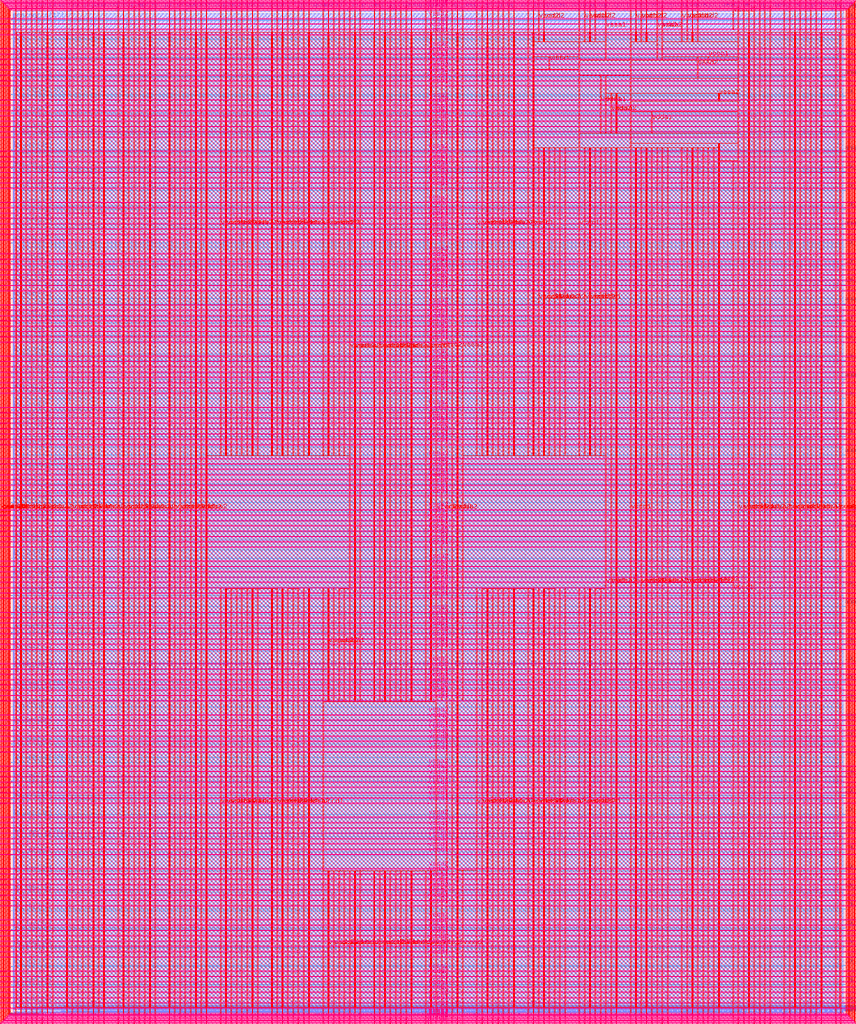
<source format=lef>
VERSION 5.7 ;
  NOWIREEXTENSIONATPIN ON ;
  DIVIDERCHAR "/" ;
  BUSBITCHARS "[]" ;
MACRO user_project_wrapper
  CLASS BLOCK ;
  FOREIGN user_project_wrapper ;
  ORIGIN 0.000 0.000 ;
  SIZE 2920.000 BY 3520.000 ;
  PIN analog_io[0]
    DIRECTION INOUT ;
    USE SIGNAL ;
    PORT
      LAYER met3 ;
        RECT 2917.600 1426.380 2924.800 1427.580 ;
    END
  END analog_io[0]
  PIN analog_io[10]
    DIRECTION INOUT ;
    USE SIGNAL ;
    PORT
      LAYER met2 ;
        RECT 2230.490 3517.600 2231.050 3524.800 ;
    END
  END analog_io[10]
  PIN analog_io[11]
    DIRECTION INOUT ;
    USE SIGNAL ;
    PORT
      LAYER met2 ;
        RECT 1905.730 3517.600 1906.290 3524.800 ;
    END
  END analog_io[11]
  PIN analog_io[12]
    DIRECTION INOUT ;
    USE SIGNAL ;
    PORT
      LAYER met2 ;
        RECT 1581.430 3517.600 1581.990 3524.800 ;
    END
  END analog_io[12]
  PIN analog_io[13]
    DIRECTION INOUT ;
    USE SIGNAL ;
    PORT
      LAYER met2 ;
        RECT 1257.130 3517.600 1257.690 3524.800 ;
    END
  END analog_io[13]
  PIN analog_io[14]
    DIRECTION INOUT ;
    USE SIGNAL ;
    PORT
      LAYER met2 ;
        RECT 932.370 3517.600 932.930 3524.800 ;
    END
  END analog_io[14]
  PIN analog_io[15]
    DIRECTION INOUT ;
    USE SIGNAL ;
    PORT
      LAYER met2 ;
        RECT 608.070 3517.600 608.630 3524.800 ;
    END
  END analog_io[15]
  PIN analog_io[16]
    DIRECTION INOUT ;
    USE SIGNAL ;
    PORT
      LAYER met2 ;
        RECT 283.770 3517.600 284.330 3524.800 ;
    END
  END analog_io[16]
  PIN analog_io[17]
    DIRECTION INOUT ;
    USE SIGNAL ;
    PORT
      LAYER met3 ;
        RECT -4.800 3486.100 2.400 3487.300 ;
    END
  END analog_io[17]
  PIN analog_io[18]
    DIRECTION INOUT ;
    USE SIGNAL ;
    PORT
      LAYER met3 ;
        RECT -4.800 3224.980 2.400 3226.180 ;
    END
  END analog_io[18]
  PIN analog_io[19]
    DIRECTION INOUT ;
    USE SIGNAL ;
    PORT
      LAYER met3 ;
        RECT -4.800 2964.540 2.400 2965.740 ;
    END
  END analog_io[19]
  PIN analog_io[1]
    DIRECTION INOUT ;
    USE SIGNAL ;
    PORT
      LAYER met3 ;
        RECT 2917.600 1692.260 2924.800 1693.460 ;
    END
  END analog_io[1]
  PIN analog_io[20]
    DIRECTION INOUT ;
    USE SIGNAL ;
    PORT
      LAYER met3 ;
        RECT -4.800 2703.420 2.400 2704.620 ;
    END
  END analog_io[20]
  PIN analog_io[21]
    DIRECTION INOUT ;
    USE SIGNAL ;
    PORT
      LAYER met3 ;
        RECT -4.800 2442.980 2.400 2444.180 ;
    END
  END analog_io[21]
  PIN analog_io[22]
    DIRECTION INOUT ;
    USE SIGNAL ;
    PORT
      LAYER met3 ;
        RECT -4.800 2182.540 2.400 2183.740 ;
    END
  END analog_io[22]
  PIN analog_io[23]
    DIRECTION INOUT ;
    USE SIGNAL ;
    PORT
      LAYER met3 ;
        RECT -4.800 1921.420 2.400 1922.620 ;
    END
  END analog_io[23]
  PIN analog_io[24]
    DIRECTION INOUT ;
    USE SIGNAL ;
    PORT
      LAYER met3 ;
        RECT -4.800 1660.980 2.400 1662.180 ;
    END
  END analog_io[24]
  PIN analog_io[25]
    DIRECTION INOUT ;
    USE SIGNAL ;
    PORT
      LAYER met3 ;
        RECT -4.800 1399.860 2.400 1401.060 ;
    END
  END analog_io[25]
  PIN analog_io[26]
    DIRECTION INOUT ;
    USE SIGNAL ;
    PORT
      LAYER met3 ;
        RECT -4.800 1139.420 2.400 1140.620 ;
    END
  END analog_io[26]
  PIN analog_io[27]
    DIRECTION INOUT ;
    USE SIGNAL ;
    PORT
      LAYER met3 ;
        RECT -4.800 878.980 2.400 880.180 ;
    END
  END analog_io[27]
  PIN analog_io[28]
    DIRECTION INOUT ;
    USE SIGNAL ;
    PORT
      LAYER met3 ;
        RECT -4.800 617.860 2.400 619.060 ;
    END
  END analog_io[28]
  PIN analog_io[2]
    DIRECTION INOUT ;
    USE SIGNAL ;
    PORT
      LAYER met3 ;
        RECT 2917.600 1958.140 2924.800 1959.340 ;
    END
  END analog_io[2]
  PIN analog_io[3]
    DIRECTION INOUT ;
    USE SIGNAL ;
    PORT
      LAYER met3 ;
        RECT 2917.600 2223.340 2924.800 2224.540 ;
    END
  END analog_io[3]
  PIN analog_io[4]
    DIRECTION INOUT ;
    USE SIGNAL ;
    PORT
      LAYER met3 ;
        RECT 2917.600 2489.220 2924.800 2490.420 ;
    END
  END analog_io[4]
  PIN analog_io[5]
    DIRECTION INOUT ;
    USE SIGNAL ;
    PORT
      LAYER met3 ;
        RECT 2917.600 2755.100 2924.800 2756.300 ;
    END
  END analog_io[5]
  PIN analog_io[6]
    DIRECTION INOUT ;
    USE SIGNAL ;
    PORT
      LAYER met3 ;
        RECT 2917.600 3020.300 2924.800 3021.500 ;
    END
  END analog_io[6]
  PIN analog_io[7]
    DIRECTION INOUT ;
    USE SIGNAL ;
    PORT
      LAYER met3 ;
        RECT 2917.600 3286.180 2924.800 3287.380 ;
    END
  END analog_io[7]
  PIN analog_io[8]
    DIRECTION INOUT ;
    USE SIGNAL ;
    PORT
      LAYER met2 ;
        RECT 2879.090 3517.600 2879.650 3524.800 ;
    END
  END analog_io[8]
  PIN analog_io[9]
    DIRECTION INOUT ;
    USE SIGNAL ;
    PORT
      LAYER met2 ;
        RECT 2554.790 3517.600 2555.350 3524.800 ;
    END
  END analog_io[9]
  PIN io_in[0]
    DIRECTION INPUT ;
    USE SIGNAL ;
    PORT
      LAYER met3 ;
        RECT 2917.600 32.380 2924.800 33.580 ;
    END
  END io_in[0]
  PIN io_in[10]
    DIRECTION INPUT ;
    USE SIGNAL ;
    PORT
      LAYER met3 ;
        RECT 2917.600 2289.980 2924.800 2291.180 ;
    END
  END io_in[10]
  PIN io_in[11]
    DIRECTION INPUT ;
    USE SIGNAL ;
    PORT
      LAYER met3 ;
        RECT 2917.600 2555.860 2924.800 2557.060 ;
    END
  END io_in[11]
  PIN io_in[12]
    DIRECTION INPUT ;
    USE SIGNAL ;
    PORT
      LAYER met3 ;
        RECT 2917.600 2821.060 2924.800 2822.260 ;
    END
  END io_in[12]
  PIN io_in[13]
    DIRECTION INPUT ;
    USE SIGNAL ;
    PORT
      LAYER met3 ;
        RECT 2917.600 3086.940 2924.800 3088.140 ;
    END
  END io_in[13]
  PIN io_in[14]
    DIRECTION INPUT ;
    USE SIGNAL ;
    PORT
      LAYER met3 ;
        RECT 2917.600 3352.820 2924.800 3354.020 ;
    END
  END io_in[14]
  PIN io_in[15]
    DIRECTION INPUT ;
    USE SIGNAL ;
    PORT
      LAYER met2 ;
        RECT 2798.130 3517.600 2798.690 3524.800 ;
    END
  END io_in[15]
  PIN io_in[16]
    DIRECTION INPUT ;
    USE SIGNAL ;
    PORT
      LAYER met2 ;
        RECT 2473.830 3517.600 2474.390 3524.800 ;
    END
  END io_in[16]
  PIN io_in[17]
    DIRECTION INPUT ;
    USE SIGNAL ;
    PORT
      LAYER met2 ;
        RECT 2149.070 3517.600 2149.630 3524.800 ;
    END
  END io_in[17]
  PIN io_in[18]
    DIRECTION INPUT ;
    USE SIGNAL ;
    PORT
      LAYER met2 ;
        RECT 1824.770 3517.600 1825.330 3524.800 ;
    END
  END io_in[18]
  PIN io_in[19]
    DIRECTION INPUT ;
    USE SIGNAL ;
    PORT
      LAYER met2 ;
        RECT 1500.470 3517.600 1501.030 3524.800 ;
    END
  END io_in[19]
  PIN io_in[1]
    DIRECTION INPUT ;
    USE SIGNAL ;
    PORT
      LAYER met3 ;
        RECT 2917.600 230.940 2924.800 232.140 ;
    END
  END io_in[1]
  PIN io_in[20]
    DIRECTION INPUT ;
    USE SIGNAL ;
    PORT
      LAYER met2 ;
        RECT 1175.710 3517.600 1176.270 3524.800 ;
    END
  END io_in[20]
  PIN io_in[21]
    DIRECTION INPUT ;
    USE SIGNAL ;
    PORT
      LAYER met2 ;
        RECT 851.410 3517.600 851.970 3524.800 ;
    END
  END io_in[21]
  PIN io_in[22]
    DIRECTION INPUT ;
    USE SIGNAL ;
    PORT
      LAYER met2 ;
        RECT 527.110 3517.600 527.670 3524.800 ;
    END
  END io_in[22]
  PIN io_in[23]
    DIRECTION INPUT ;
    USE SIGNAL ;
    PORT
      LAYER met2 ;
        RECT 202.350 3517.600 202.910 3524.800 ;
    END
  END io_in[23]
  PIN io_in[24]
    DIRECTION INPUT ;
    USE SIGNAL ;
    PORT
      LAYER met3 ;
        RECT -4.800 3420.820 2.400 3422.020 ;
    END
  END io_in[24]
  PIN io_in[25]
    DIRECTION INPUT ;
    USE SIGNAL ;
    PORT
      LAYER met3 ;
        RECT -4.800 3159.700 2.400 3160.900 ;
    END
  END io_in[25]
  PIN io_in[26]
    DIRECTION INPUT ;
    USE SIGNAL ;
    PORT
      LAYER met3 ;
        RECT -4.800 2899.260 2.400 2900.460 ;
    END
  END io_in[26]
  PIN io_in[27]
    DIRECTION INPUT ;
    USE SIGNAL ;
    PORT
      LAYER met3 ;
        RECT -4.800 2638.820 2.400 2640.020 ;
    END
  END io_in[27]
  PIN io_in[28]
    DIRECTION INPUT ;
    USE SIGNAL ;
    PORT
      LAYER met3 ;
        RECT -4.800 2377.700 2.400 2378.900 ;
    END
  END io_in[28]
  PIN io_in[29]
    DIRECTION INPUT ;
    USE SIGNAL ;
    PORT
      LAYER met3 ;
        RECT -4.800 2117.260 2.400 2118.460 ;
    END
  END io_in[29]
  PIN io_in[2]
    DIRECTION INPUT ;
    USE SIGNAL ;
    PORT
      LAYER met3 ;
        RECT 2917.600 430.180 2924.800 431.380 ;
    END
  END io_in[2]
  PIN io_in[30]
    DIRECTION INPUT ;
    USE SIGNAL ;
    PORT
      LAYER met3 ;
        RECT -4.800 1856.140 2.400 1857.340 ;
    END
  END io_in[30]
  PIN io_in[31]
    DIRECTION INPUT ;
    USE SIGNAL ;
    PORT
      LAYER met3 ;
        RECT -4.800 1595.700 2.400 1596.900 ;
    END
  END io_in[31]
  PIN io_in[32]
    DIRECTION INPUT ;
    USE SIGNAL ;
    PORT
      LAYER met3 ;
        RECT -4.800 1335.260 2.400 1336.460 ;
    END
  END io_in[32]
  PIN io_in[33]
    DIRECTION INPUT ;
    USE SIGNAL ;
    PORT
      LAYER met3 ;
        RECT -4.800 1074.140 2.400 1075.340 ;
    END
  END io_in[33]
  PIN io_in[34]
    DIRECTION INPUT ;
    USE SIGNAL ;
    PORT
      LAYER met3 ;
        RECT -4.800 813.700 2.400 814.900 ;
    END
  END io_in[34]
  PIN io_in[35]
    DIRECTION INPUT ;
    USE SIGNAL ;
    PORT
      LAYER met3 ;
        RECT -4.800 552.580 2.400 553.780 ;
    END
  END io_in[35]
  PIN io_in[36]
    DIRECTION INPUT ;
    USE SIGNAL ;
    PORT
      LAYER met3 ;
        RECT -4.800 357.420 2.400 358.620 ;
    END
  END io_in[36]
  PIN io_in[37]
    DIRECTION INPUT ;
    USE SIGNAL ;
    PORT
      LAYER met3 ;
        RECT -4.800 161.580 2.400 162.780 ;
    END
  END io_in[37]
  PIN io_in[3]
    DIRECTION INPUT ;
    USE SIGNAL ;
    PORT
      LAYER met3 ;
        RECT 2917.600 629.420 2924.800 630.620 ;
    END
  END io_in[3]
  PIN io_in[4]
    DIRECTION INPUT ;
    USE SIGNAL ;
    PORT
      LAYER met3 ;
        RECT 2917.600 828.660 2924.800 829.860 ;
    END
  END io_in[4]
  PIN io_in[5]
    DIRECTION INPUT ;
    USE SIGNAL ;
    ANTENNADIFFAREA 4.781700 ;
    PORT
      LAYER met3 ;
        RECT 2917.600 1027.900 2924.800 1029.100 ;
    END
  END io_in[5]
  PIN io_in[6]
    DIRECTION INPUT ;
    USE SIGNAL ;
    ANTENNADIFFAREA 1.304100 ;
    PORT
      LAYER met3 ;
        RECT 2917.600 1227.140 2924.800 1228.340 ;
    END
  END io_in[6]
  PIN io_in[7]
    DIRECTION INPUT ;
    USE SIGNAL ;
    ANTENNADIFFAREA 4.781700 ;
    PORT
      LAYER met3 ;
        RECT 2917.600 1493.020 2924.800 1494.220 ;
    END
  END io_in[7]
  PIN io_in[8]
    DIRECTION INPUT ;
    USE SIGNAL ;
    PORT
      LAYER met3 ;
        RECT 2917.600 1758.900 2924.800 1760.100 ;
    END
  END io_in[8]
  PIN io_in[9]
    DIRECTION INPUT ;
    USE SIGNAL ;
    PORT
      LAYER met3 ;
        RECT 2917.600 2024.100 2924.800 2025.300 ;
    END
  END io_in[9]
  PIN io_oeb[0]
    DIRECTION OUTPUT TRISTATE ;
    USE SIGNAL ;
    PORT
      LAYER met3 ;
        RECT 2917.600 164.980 2924.800 166.180 ;
    END
  END io_oeb[0]
  PIN io_oeb[10]
    DIRECTION OUTPUT TRISTATE ;
    USE SIGNAL ;
    PORT
      LAYER met3 ;
        RECT 2917.600 2422.580 2924.800 2423.780 ;
    END
  END io_oeb[10]
  PIN io_oeb[11]
    DIRECTION OUTPUT TRISTATE ;
    USE SIGNAL ;
    PORT
      LAYER met3 ;
        RECT 2917.600 2688.460 2924.800 2689.660 ;
    END
  END io_oeb[11]
  PIN io_oeb[12]
    DIRECTION OUTPUT TRISTATE ;
    USE SIGNAL ;
    PORT
      LAYER met3 ;
        RECT 2917.600 2954.340 2924.800 2955.540 ;
    END
  END io_oeb[12]
  PIN io_oeb[13]
    DIRECTION OUTPUT TRISTATE ;
    USE SIGNAL ;
    PORT
      LAYER met3 ;
        RECT 2917.600 3219.540 2924.800 3220.740 ;
    END
  END io_oeb[13]
  PIN io_oeb[14]
    DIRECTION OUTPUT TRISTATE ;
    USE SIGNAL ;
    PORT
      LAYER met3 ;
        RECT 2917.600 3485.420 2924.800 3486.620 ;
    END
  END io_oeb[14]
  PIN io_oeb[15]
    DIRECTION OUTPUT TRISTATE ;
    USE SIGNAL ;
    PORT
      LAYER met2 ;
        RECT 2635.750 3517.600 2636.310 3524.800 ;
    END
  END io_oeb[15]
  PIN io_oeb[16]
    DIRECTION OUTPUT TRISTATE ;
    USE SIGNAL ;
    PORT
      LAYER met2 ;
        RECT 2311.450 3517.600 2312.010 3524.800 ;
    END
  END io_oeb[16]
  PIN io_oeb[17]
    DIRECTION OUTPUT TRISTATE ;
    USE SIGNAL ;
    PORT
      LAYER met2 ;
        RECT 1987.150 3517.600 1987.710 3524.800 ;
    END
  END io_oeb[17]
  PIN io_oeb[18]
    DIRECTION OUTPUT TRISTATE ;
    USE SIGNAL ;
    PORT
      LAYER met2 ;
        RECT 1662.390 3517.600 1662.950 3524.800 ;
    END
  END io_oeb[18]
  PIN io_oeb[19]
    DIRECTION OUTPUT TRISTATE ;
    USE SIGNAL ;
    PORT
      LAYER met2 ;
        RECT 1338.090 3517.600 1338.650 3524.800 ;
    END
  END io_oeb[19]
  PIN io_oeb[1]
    DIRECTION OUTPUT TRISTATE ;
    USE SIGNAL ;
    PORT
      LAYER met3 ;
        RECT 2917.600 364.220 2924.800 365.420 ;
    END
  END io_oeb[1]
  PIN io_oeb[20]
    DIRECTION OUTPUT TRISTATE ;
    USE SIGNAL ;
    PORT
      LAYER met2 ;
        RECT 1013.790 3517.600 1014.350 3524.800 ;
    END
  END io_oeb[20]
  PIN io_oeb[21]
    DIRECTION OUTPUT TRISTATE ;
    USE SIGNAL ;
    PORT
      LAYER met2 ;
        RECT 689.030 3517.600 689.590 3524.800 ;
    END
  END io_oeb[21]
  PIN io_oeb[22]
    DIRECTION OUTPUT TRISTATE ;
    USE SIGNAL ;
    PORT
      LAYER met2 ;
        RECT 364.730 3517.600 365.290 3524.800 ;
    END
  END io_oeb[22]
  PIN io_oeb[23]
    DIRECTION OUTPUT TRISTATE ;
    USE SIGNAL ;
    PORT
      LAYER met2 ;
        RECT 40.430 3517.600 40.990 3524.800 ;
    END
  END io_oeb[23]
  PIN io_oeb[24]
    DIRECTION OUTPUT TRISTATE ;
    USE SIGNAL ;
    PORT
      LAYER met3 ;
        RECT -4.800 3290.260 2.400 3291.460 ;
    END
  END io_oeb[24]
  PIN io_oeb[25]
    DIRECTION OUTPUT TRISTATE ;
    USE SIGNAL ;
    PORT
      LAYER met3 ;
        RECT -4.800 3029.820 2.400 3031.020 ;
    END
  END io_oeb[25]
  PIN io_oeb[26]
    DIRECTION OUTPUT TRISTATE ;
    USE SIGNAL ;
    PORT
      LAYER met3 ;
        RECT -4.800 2768.700 2.400 2769.900 ;
    END
  END io_oeb[26]
  PIN io_oeb[27]
    DIRECTION OUTPUT TRISTATE ;
    USE SIGNAL ;
    PORT
      LAYER met3 ;
        RECT -4.800 2508.260 2.400 2509.460 ;
    END
  END io_oeb[27]
  PIN io_oeb[28]
    DIRECTION OUTPUT TRISTATE ;
    USE SIGNAL ;
    PORT
      LAYER met3 ;
        RECT -4.800 2247.140 2.400 2248.340 ;
    END
  END io_oeb[28]
  PIN io_oeb[29]
    DIRECTION OUTPUT TRISTATE ;
    USE SIGNAL ;
    PORT
      LAYER met3 ;
        RECT -4.800 1986.700 2.400 1987.900 ;
    END
  END io_oeb[29]
  PIN io_oeb[2]
    DIRECTION OUTPUT TRISTATE ;
    USE SIGNAL ;
    PORT
      LAYER met3 ;
        RECT 2917.600 563.460 2924.800 564.660 ;
    END
  END io_oeb[2]
  PIN io_oeb[30]
    DIRECTION OUTPUT TRISTATE ;
    USE SIGNAL ;
    PORT
      LAYER met3 ;
        RECT -4.800 1726.260 2.400 1727.460 ;
    END
  END io_oeb[30]
  PIN io_oeb[31]
    DIRECTION OUTPUT TRISTATE ;
    USE SIGNAL ;
    PORT
      LAYER met3 ;
        RECT -4.800 1465.140 2.400 1466.340 ;
    END
  END io_oeb[31]
  PIN io_oeb[32]
    DIRECTION OUTPUT TRISTATE ;
    USE SIGNAL ;
    PORT
      LAYER met3 ;
        RECT -4.800 1204.700 2.400 1205.900 ;
    END
  END io_oeb[32]
  PIN io_oeb[33]
    DIRECTION OUTPUT TRISTATE ;
    USE SIGNAL ;
    PORT
      LAYER met3 ;
        RECT -4.800 943.580 2.400 944.780 ;
    END
  END io_oeb[33]
  PIN io_oeb[34]
    DIRECTION OUTPUT TRISTATE ;
    USE SIGNAL ;
    PORT
      LAYER met3 ;
        RECT -4.800 683.140 2.400 684.340 ;
    END
  END io_oeb[34]
  PIN io_oeb[35]
    DIRECTION OUTPUT TRISTATE ;
    USE SIGNAL ;
    PORT
      LAYER met3 ;
        RECT -4.800 422.700 2.400 423.900 ;
    END
  END io_oeb[35]
  PIN io_oeb[36]
    DIRECTION OUTPUT TRISTATE ;
    USE SIGNAL ;
    PORT
      LAYER met3 ;
        RECT -4.800 226.860 2.400 228.060 ;
    END
  END io_oeb[36]
  PIN io_oeb[37]
    DIRECTION OUTPUT TRISTATE ;
    USE SIGNAL ;
    PORT
      LAYER met3 ;
        RECT -4.800 31.700 2.400 32.900 ;
    END
  END io_oeb[37]
  PIN io_oeb[3]
    DIRECTION OUTPUT TRISTATE ;
    USE SIGNAL ;
    PORT
      LAYER met3 ;
        RECT 2917.600 762.700 2924.800 763.900 ;
    END
  END io_oeb[3]
  PIN io_oeb[4]
    DIRECTION OUTPUT TRISTATE ;
    USE SIGNAL ;
    PORT
      LAYER met3 ;
        RECT 2917.600 961.940 2924.800 963.140 ;
    END
  END io_oeb[4]
  PIN io_oeb[5]
    DIRECTION OUTPUT TRISTATE ;
    USE SIGNAL ;
    PORT
      LAYER met3 ;
        RECT 2917.600 1161.180 2924.800 1162.380 ;
    END
  END io_oeb[5]
  PIN io_oeb[6]
    DIRECTION OUTPUT TRISTATE ;
    USE SIGNAL ;
    PORT
      LAYER met3 ;
        RECT 2917.600 1360.420 2924.800 1361.620 ;
    END
  END io_oeb[6]
  PIN io_oeb[7]
    DIRECTION OUTPUT TRISTATE ;
    USE SIGNAL ;
    PORT
      LAYER met3 ;
        RECT 2917.600 1625.620 2924.800 1626.820 ;
    END
  END io_oeb[7]
  PIN io_oeb[8]
    DIRECTION OUTPUT TRISTATE ;
    USE SIGNAL ;
    PORT
      LAYER met3 ;
        RECT 2917.600 1891.500 2924.800 1892.700 ;
    END
  END io_oeb[8]
  PIN io_oeb[9]
    DIRECTION OUTPUT TRISTATE ;
    USE SIGNAL ;
    PORT
      LAYER met3 ;
        RECT 2917.600 2157.380 2924.800 2158.580 ;
    END
  END io_oeb[9]
  PIN io_out[0]
    DIRECTION OUTPUT TRISTATE ;
    USE SIGNAL ;
    PORT
      LAYER met3 ;
        RECT 2917.600 98.340 2924.800 99.540 ;
    END
  END io_out[0]
  PIN io_out[10]
    DIRECTION OUTPUT TRISTATE ;
    USE SIGNAL ;
    PORT
      LAYER met3 ;
        RECT 2917.600 2356.620 2924.800 2357.820 ;
    END
  END io_out[10]
  PIN io_out[11]
    DIRECTION OUTPUT TRISTATE ;
    USE SIGNAL ;
    PORT
      LAYER met3 ;
        RECT 2917.600 2621.820 2924.800 2623.020 ;
    END
  END io_out[11]
  PIN io_out[12]
    DIRECTION OUTPUT TRISTATE ;
    USE SIGNAL ;
    PORT
      LAYER met3 ;
        RECT 2917.600 2887.700 2924.800 2888.900 ;
    END
  END io_out[12]
  PIN io_out[13]
    DIRECTION OUTPUT TRISTATE ;
    USE SIGNAL ;
    PORT
      LAYER met3 ;
        RECT 2917.600 3153.580 2924.800 3154.780 ;
    END
  END io_out[13]
  PIN io_out[14]
    DIRECTION OUTPUT TRISTATE ;
    USE SIGNAL ;
    PORT
      LAYER met3 ;
        RECT 2917.600 3418.780 2924.800 3419.980 ;
    END
  END io_out[14]
  PIN io_out[15]
    DIRECTION OUTPUT TRISTATE ;
    USE SIGNAL ;
    PORT
      LAYER met2 ;
        RECT 2717.170 3517.600 2717.730 3524.800 ;
    END
  END io_out[15]
  PIN io_out[16]
    DIRECTION OUTPUT TRISTATE ;
    USE SIGNAL ;
    PORT
      LAYER met2 ;
        RECT 2392.410 3517.600 2392.970 3524.800 ;
    END
  END io_out[16]
  PIN io_out[17]
    DIRECTION OUTPUT TRISTATE ;
    USE SIGNAL ;
    PORT
      LAYER met2 ;
        RECT 2068.110 3517.600 2068.670 3524.800 ;
    END
  END io_out[17]
  PIN io_out[18]
    DIRECTION OUTPUT TRISTATE ;
    USE SIGNAL ;
    PORT
      LAYER met2 ;
        RECT 1743.810 3517.600 1744.370 3524.800 ;
    END
  END io_out[18]
  PIN io_out[19]
    DIRECTION OUTPUT TRISTATE ;
    USE SIGNAL ;
    PORT
      LAYER met2 ;
        RECT 1419.050 3517.600 1419.610 3524.800 ;
    END
  END io_out[19]
  PIN io_out[1]
    DIRECTION OUTPUT TRISTATE ;
    USE SIGNAL ;
    PORT
      LAYER met3 ;
        RECT 2917.600 297.580 2924.800 298.780 ;
    END
  END io_out[1]
  PIN io_out[20]
    DIRECTION OUTPUT TRISTATE ;
    USE SIGNAL ;
    PORT
      LAYER met2 ;
        RECT 1094.750 3517.600 1095.310 3524.800 ;
    END
  END io_out[20]
  PIN io_out[21]
    DIRECTION OUTPUT TRISTATE ;
    USE SIGNAL ;
    PORT
      LAYER met2 ;
        RECT 770.450 3517.600 771.010 3524.800 ;
    END
  END io_out[21]
  PIN io_out[22]
    DIRECTION OUTPUT TRISTATE ;
    USE SIGNAL ;
    PORT
      LAYER met2 ;
        RECT 445.690 3517.600 446.250 3524.800 ;
    END
  END io_out[22]
  PIN io_out[23]
    DIRECTION OUTPUT TRISTATE ;
    USE SIGNAL ;
    PORT
      LAYER met2 ;
        RECT 121.390 3517.600 121.950 3524.800 ;
    END
  END io_out[23]
  PIN io_out[24]
    DIRECTION OUTPUT TRISTATE ;
    USE SIGNAL ;
    PORT
      LAYER met3 ;
        RECT -4.800 3355.540 2.400 3356.740 ;
    END
  END io_out[24]
  PIN io_out[25]
    DIRECTION OUTPUT TRISTATE ;
    USE SIGNAL ;
    PORT
      LAYER met3 ;
        RECT -4.800 3095.100 2.400 3096.300 ;
    END
  END io_out[25]
  PIN io_out[26]
    DIRECTION OUTPUT TRISTATE ;
    USE SIGNAL ;
    PORT
      LAYER met3 ;
        RECT -4.800 2833.980 2.400 2835.180 ;
    END
  END io_out[26]
  PIN io_out[27]
    DIRECTION OUTPUT TRISTATE ;
    USE SIGNAL ;
    PORT
      LAYER met3 ;
        RECT -4.800 2573.540 2.400 2574.740 ;
    END
  END io_out[27]
  PIN io_out[28]
    DIRECTION OUTPUT TRISTATE ;
    USE SIGNAL ;
    PORT
      LAYER met3 ;
        RECT -4.800 2312.420 2.400 2313.620 ;
    END
  END io_out[28]
  PIN io_out[29]
    DIRECTION OUTPUT TRISTATE ;
    USE SIGNAL ;
    PORT
      LAYER met3 ;
        RECT -4.800 2051.980 2.400 2053.180 ;
    END
  END io_out[29]
  PIN io_out[2]
    DIRECTION OUTPUT TRISTATE ;
    USE SIGNAL ;
    PORT
      LAYER met3 ;
        RECT 2917.600 496.820 2924.800 498.020 ;
    END
  END io_out[2]
  PIN io_out[30]
    DIRECTION OUTPUT TRISTATE ;
    USE SIGNAL ;
    PORT
      LAYER met3 ;
        RECT -4.800 1791.540 2.400 1792.740 ;
    END
  END io_out[30]
  PIN io_out[31]
    DIRECTION OUTPUT TRISTATE ;
    USE SIGNAL ;
    PORT
      LAYER met3 ;
        RECT -4.800 1530.420 2.400 1531.620 ;
    END
  END io_out[31]
  PIN io_out[32]
    DIRECTION OUTPUT TRISTATE ;
    USE SIGNAL ;
    PORT
      LAYER met3 ;
        RECT -4.800 1269.980 2.400 1271.180 ;
    END
  END io_out[32]
  PIN io_out[33]
    DIRECTION OUTPUT TRISTATE ;
    USE SIGNAL ;
    PORT
      LAYER met3 ;
        RECT -4.800 1008.860 2.400 1010.060 ;
    END
  END io_out[33]
  PIN io_out[34]
    DIRECTION OUTPUT TRISTATE ;
    USE SIGNAL ;
    PORT
      LAYER met3 ;
        RECT -4.800 748.420 2.400 749.620 ;
    END
  END io_out[34]
  PIN io_out[35]
    DIRECTION OUTPUT TRISTATE ;
    USE SIGNAL ;
    PORT
      LAYER met3 ;
        RECT -4.800 487.300 2.400 488.500 ;
    END
  END io_out[35]
  PIN io_out[36]
    DIRECTION OUTPUT TRISTATE ;
    USE SIGNAL ;
    PORT
      LAYER met3 ;
        RECT -4.800 292.140 2.400 293.340 ;
    END
  END io_out[36]
  PIN io_out[37]
    DIRECTION OUTPUT TRISTATE ;
    USE SIGNAL ;
    PORT
      LAYER met3 ;
        RECT -4.800 96.300 2.400 97.500 ;
    END
  END io_out[37]
  PIN io_out[3]
    DIRECTION OUTPUT TRISTATE ;
    USE SIGNAL ;
    PORT
      LAYER met3 ;
        RECT 2917.600 696.060 2924.800 697.260 ;
    END
  END io_out[3]
  PIN io_out[4]
    DIRECTION OUTPUT TRISTATE ;
    USE SIGNAL ;
    PORT
      LAYER met3 ;
        RECT 2917.600 895.300 2924.800 896.500 ;
    END
  END io_out[4]
  PIN io_out[5]
    DIRECTION OUTPUT TRISTATE ;
    USE SIGNAL ;
    PORT
      LAYER met3 ;
        RECT 2917.600 1094.540 2924.800 1095.740 ;
    END
  END io_out[5]
  PIN io_out[6]
    DIRECTION OUTPUT TRISTATE ;
    USE SIGNAL ;
    PORT
      LAYER met3 ;
        RECT 2917.600 1293.780 2924.800 1294.980 ;
    END
  END io_out[6]
  PIN io_out[7]
    DIRECTION OUTPUT TRISTATE ;
    USE SIGNAL ;
    PORT
      LAYER met3 ;
        RECT 2917.600 1559.660 2924.800 1560.860 ;
    END
  END io_out[7]
  PIN io_out[8]
    DIRECTION OUTPUT TRISTATE ;
    USE SIGNAL ;
    PORT
      LAYER met3 ;
        RECT 2917.600 1824.860 2924.800 1826.060 ;
    END
  END io_out[8]
  PIN io_out[9]
    DIRECTION OUTPUT TRISTATE ;
    USE SIGNAL ;
    PORT
      LAYER met3 ;
        RECT 2917.600 2090.740 2924.800 2091.940 ;
    END
  END io_out[9]
  PIN la_data_in[0]
    DIRECTION INPUT ;
    USE SIGNAL ;
    PORT
      LAYER met2 ;
        RECT 629.230 -4.800 629.790 2.400 ;
    END
  END la_data_in[0]
  PIN la_data_in[100]
    DIRECTION INPUT ;
    USE SIGNAL ;
    ANTENNADIFFAREA 0.434700 ;
    PORT
      LAYER met2 ;
        RECT 2402.530 -4.800 2403.090 2.400 ;
    END
  END la_data_in[100]
  PIN la_data_in[101]
    DIRECTION INPUT ;
    USE SIGNAL ;
    ANTENNADIFFAREA 4.781700 ;
    PORT
      LAYER met2 ;
        RECT 2420.010 -4.800 2420.570 2.400 ;
    END
  END la_data_in[101]
  PIN la_data_in[102]
    DIRECTION INPUT ;
    USE SIGNAL ;
    ANTENNADIFFAREA 4.781700 ;
    PORT
      LAYER met2 ;
        RECT 2437.950 -4.800 2438.510 2.400 ;
    END
  END la_data_in[102]
  PIN la_data_in[103]
    DIRECTION INPUT ;
    USE SIGNAL ;
    ANTENNADIFFAREA 5.216400 ;
    PORT
      LAYER met2 ;
        RECT 2455.430 -4.800 2455.990 2.400 ;
    END
  END la_data_in[103]
  PIN la_data_in[104]
    DIRECTION INPUT ;
    USE SIGNAL ;
    ANTENNADIFFAREA 1.738800 ;
    PORT
      LAYER met2 ;
        RECT 2473.370 -4.800 2473.930 2.400 ;
    END
  END la_data_in[104]
  PIN la_data_in[105]
    DIRECTION INPUT ;
    USE SIGNAL ;
    ANTENNADIFFAREA 4.781700 ;
    PORT
      LAYER met2 ;
        RECT 2490.850 -4.800 2491.410 2.400 ;
    END
  END la_data_in[105]
  PIN la_data_in[106]
    DIRECTION INPUT ;
    USE SIGNAL ;
    PORT
      LAYER met2 ;
        RECT 2508.790 -4.800 2509.350 2.400 ;
    END
  END la_data_in[106]
  PIN la_data_in[107]
    DIRECTION INPUT ;
    USE SIGNAL ;
    ANTENNADIFFAREA 16.953300 ;
    PORT
      LAYER met2 ;
        RECT 2526.730 -4.800 2527.290 2.400 ;
    END
  END la_data_in[107]
  PIN la_data_in[108]
    DIRECTION INPUT ;
    USE SIGNAL ;
    ANTENNADIFFAREA 4.781700 ;
    PORT
      LAYER met2 ;
        RECT 2544.210 -4.800 2544.770 2.400 ;
    END
  END la_data_in[108]
  PIN la_data_in[109]
    DIRECTION INPUT ;
    USE SIGNAL ;
    ANTENNADIFFAREA 20.430899 ;
    PORT
      LAYER met2 ;
        RECT 2562.150 -4.800 2562.710 2.400 ;
    END
  END la_data_in[109]
  PIN la_data_in[10]
    DIRECTION INPUT ;
    USE SIGNAL ;
    PORT
      LAYER met2 ;
        RECT 806.330 -4.800 806.890 2.400 ;
    END
  END la_data_in[10]
  PIN la_data_in[110]
    DIRECTION INPUT ;
    USE SIGNAL ;
    ANTENNADIFFAREA 5.216400 ;
    PORT
      LAYER met2 ;
        RECT 2579.630 -4.800 2580.190 2.400 ;
    END
  END la_data_in[110]
  PIN la_data_in[111]
    DIRECTION INPUT ;
    USE SIGNAL ;
    ANTENNADIFFAREA 4.781700 ;
    PORT
      LAYER met2 ;
        RECT 2597.570 -4.800 2598.130 2.400 ;
    END
  END la_data_in[111]
  PIN la_data_in[112]
    DIRECTION INPUT ;
    USE SIGNAL ;
    ANTENNADIFFAREA 2.608200 ;
    PORT
      LAYER met2 ;
        RECT 2615.050 -4.800 2615.610 2.400 ;
    END
  END la_data_in[112]
  PIN la_data_in[113]
    DIRECTION INPUT ;
    USE SIGNAL ;
    ANTENNADIFFAREA 4.781700 ;
    PORT
      LAYER met2 ;
        RECT 2632.990 -4.800 2633.550 2.400 ;
    END
  END la_data_in[113]
  PIN la_data_in[114]
    DIRECTION INPUT ;
    USE SIGNAL ;
    ANTENNADIFFAREA 4.781700 ;
    PORT
      LAYER met2 ;
        RECT 2650.470 -4.800 2651.030 2.400 ;
    END
  END la_data_in[114]
  PIN la_data_in[115]
    DIRECTION INPUT ;
    USE SIGNAL ;
    PORT
      LAYER met2 ;
        RECT 2668.410 -4.800 2668.970 2.400 ;
    END
  END la_data_in[115]
  PIN la_data_in[116]
    DIRECTION INPUT ;
    USE SIGNAL ;
    ANTENNADIFFAREA 5.216400 ;
    PORT
      LAYER met2 ;
        RECT 2685.890 -4.800 2686.450 2.400 ;
    END
  END la_data_in[116]
  PIN la_data_in[117]
    DIRECTION INPUT ;
    USE SIGNAL ;
    ANTENNADIFFAREA 0.434700 ;
    PORT
      LAYER met2 ;
        RECT 2703.830 -4.800 2704.390 2.400 ;
    END
  END la_data_in[117]
  PIN la_data_in[118]
    DIRECTION INPUT ;
    USE SIGNAL ;
    ANTENNADIFFAREA 4.781700 ;
    PORT
      LAYER met2 ;
        RECT 2721.770 -4.800 2722.330 2.400 ;
    END
  END la_data_in[118]
  PIN la_data_in[119]
    DIRECTION INPUT ;
    USE SIGNAL ;
    ANTENNADIFFAREA 4.781700 ;
    PORT
      LAYER met2 ;
        RECT 2739.250 -4.800 2739.810 2.400 ;
    END
  END la_data_in[119]
  PIN la_data_in[11]
    DIRECTION INPUT ;
    USE SIGNAL ;
    PORT
      LAYER met2 ;
        RECT 824.270 -4.800 824.830 2.400 ;
    END
  END la_data_in[11]
  PIN la_data_in[120]
    DIRECTION INPUT ;
    USE SIGNAL ;
    ANTENNADIFFAREA 4.781700 ;
    PORT
      LAYER met2 ;
        RECT 2757.190 -4.800 2757.750 2.400 ;
    END
  END la_data_in[120]
  PIN la_data_in[121]
    DIRECTION INPUT ;
    USE SIGNAL ;
    ANTENNADIFFAREA 5.216400 ;
    PORT
      LAYER met2 ;
        RECT 2774.670 -4.800 2775.230 2.400 ;
    END
  END la_data_in[121]
  PIN la_data_in[122]
    DIRECTION INPUT ;
    USE SIGNAL ;
    ANTENNADIFFAREA 0.434700 ;
    PORT
      LAYER met2 ;
        RECT 2792.610 -4.800 2793.170 2.400 ;
    END
  END la_data_in[122]
  PIN la_data_in[123]
    DIRECTION INPUT ;
    USE SIGNAL ;
    ANTENNADIFFAREA 0.434700 ;
    PORT
      LAYER met2 ;
        RECT 2810.090 -4.800 2810.650 2.400 ;
    END
  END la_data_in[123]
  PIN la_data_in[124]
    DIRECTION INPUT ;
    USE SIGNAL ;
    ANTENNADIFFAREA 4.781700 ;
    PORT
      LAYER met2 ;
        RECT 2828.030 -4.800 2828.590 2.400 ;
    END
  END la_data_in[124]
  PIN la_data_in[125]
    DIRECTION INPUT ;
    USE SIGNAL ;
    ANTENNADIFFAREA 5.216400 ;
    PORT
      LAYER met2 ;
        RECT 2845.510 -4.800 2846.070 2.400 ;
    END
  END la_data_in[125]
  PIN la_data_in[126]
    DIRECTION INPUT ;
    USE SIGNAL ;
    ANTENNADIFFAREA 8.259300 ;
    PORT
      LAYER met2 ;
        RECT 2863.450 -4.800 2864.010 2.400 ;
    END
  END la_data_in[126]
  PIN la_data_in[127]
    DIRECTION INPUT ;
    USE SIGNAL ;
    PORT
      LAYER met2 ;
        RECT 2881.390 -4.800 2881.950 2.400 ;
    END
  END la_data_in[127]
  PIN la_data_in[12]
    DIRECTION INPUT ;
    USE SIGNAL ;
    PORT
      LAYER met2 ;
        RECT 841.750 -4.800 842.310 2.400 ;
    END
  END la_data_in[12]
  PIN la_data_in[13]
    DIRECTION INPUT ;
    USE SIGNAL ;
    PORT
      LAYER met2 ;
        RECT 859.690 -4.800 860.250 2.400 ;
    END
  END la_data_in[13]
  PIN la_data_in[14]
    DIRECTION INPUT ;
    USE SIGNAL ;
    PORT
      LAYER met2 ;
        RECT 877.170 -4.800 877.730 2.400 ;
    END
  END la_data_in[14]
  PIN la_data_in[15]
    DIRECTION INPUT ;
    USE SIGNAL ;
    PORT
      LAYER met2 ;
        RECT 895.110 -4.800 895.670 2.400 ;
    END
  END la_data_in[15]
  PIN la_data_in[16]
    DIRECTION INPUT ;
    USE SIGNAL ;
    PORT
      LAYER met2 ;
        RECT 912.590 -4.800 913.150 2.400 ;
    END
  END la_data_in[16]
  PIN la_data_in[17]
    DIRECTION INPUT ;
    USE SIGNAL ;
    PORT
      LAYER met2 ;
        RECT 930.530 -4.800 931.090 2.400 ;
    END
  END la_data_in[17]
  PIN la_data_in[18]
    DIRECTION INPUT ;
    USE SIGNAL ;
    PORT
      LAYER met2 ;
        RECT 948.470 -4.800 949.030 2.400 ;
    END
  END la_data_in[18]
  PIN la_data_in[19]
    DIRECTION INPUT ;
    USE SIGNAL ;
    PORT
      LAYER met2 ;
        RECT 965.950 -4.800 966.510 2.400 ;
    END
  END la_data_in[19]
  PIN la_data_in[1]
    DIRECTION INPUT ;
    USE SIGNAL ;
    PORT
      LAYER met2 ;
        RECT 646.710 -4.800 647.270 2.400 ;
    END
  END la_data_in[1]
  PIN la_data_in[20]
    DIRECTION INPUT ;
    USE SIGNAL ;
    PORT
      LAYER met2 ;
        RECT 983.890 -4.800 984.450 2.400 ;
    END
  END la_data_in[20]
  PIN la_data_in[21]
    DIRECTION INPUT ;
    USE SIGNAL ;
    PORT
      LAYER met2 ;
        RECT 1001.370 -4.800 1001.930 2.400 ;
    END
  END la_data_in[21]
  PIN la_data_in[22]
    DIRECTION INPUT ;
    USE SIGNAL ;
    PORT
      LAYER met2 ;
        RECT 1019.310 -4.800 1019.870 2.400 ;
    END
  END la_data_in[22]
  PIN la_data_in[23]
    DIRECTION INPUT ;
    USE SIGNAL ;
    PORT
      LAYER met2 ;
        RECT 1036.790 -4.800 1037.350 2.400 ;
    END
  END la_data_in[23]
  PIN la_data_in[24]
    DIRECTION INPUT ;
    USE SIGNAL ;
    PORT
      LAYER met2 ;
        RECT 1054.730 -4.800 1055.290 2.400 ;
    END
  END la_data_in[24]
  PIN la_data_in[25]
    DIRECTION INPUT ;
    USE SIGNAL ;
    PORT
      LAYER met2 ;
        RECT 1072.210 -4.800 1072.770 2.400 ;
    END
  END la_data_in[25]
  PIN la_data_in[26]
    DIRECTION INPUT ;
    USE SIGNAL ;
    PORT
      LAYER met2 ;
        RECT 1090.150 -4.800 1090.710 2.400 ;
    END
  END la_data_in[26]
  PIN la_data_in[27]
    DIRECTION INPUT ;
    USE SIGNAL ;
    PORT
      LAYER met2 ;
        RECT 1107.630 -4.800 1108.190 2.400 ;
    END
  END la_data_in[27]
  PIN la_data_in[28]
    DIRECTION INPUT ;
    USE SIGNAL ;
    PORT
      LAYER met2 ;
        RECT 1125.570 -4.800 1126.130 2.400 ;
    END
  END la_data_in[28]
  PIN la_data_in[29]
    DIRECTION INPUT ;
    USE SIGNAL ;
    PORT
      LAYER met2 ;
        RECT 1143.510 -4.800 1144.070 2.400 ;
    END
  END la_data_in[29]
  PIN la_data_in[2]
    DIRECTION INPUT ;
    USE SIGNAL ;
    PORT
      LAYER met2 ;
        RECT 664.650 -4.800 665.210 2.400 ;
    END
  END la_data_in[2]
  PIN la_data_in[30]
    DIRECTION INPUT ;
    USE SIGNAL ;
    PORT
      LAYER met2 ;
        RECT 1160.990 -4.800 1161.550 2.400 ;
    END
  END la_data_in[30]
  PIN la_data_in[31]
    DIRECTION INPUT ;
    USE SIGNAL ;
    PORT
      LAYER met2 ;
        RECT 1178.930 -4.800 1179.490 2.400 ;
    END
  END la_data_in[31]
  PIN la_data_in[32]
    DIRECTION INPUT ;
    USE SIGNAL ;
    PORT
      LAYER met2 ;
        RECT 1196.410 -4.800 1196.970 2.400 ;
    END
  END la_data_in[32]
  PIN la_data_in[33]
    DIRECTION INPUT ;
    USE SIGNAL ;
    PORT
      LAYER met2 ;
        RECT 1214.350 -4.800 1214.910 2.400 ;
    END
  END la_data_in[33]
  PIN la_data_in[34]
    DIRECTION INPUT ;
    USE SIGNAL ;
    PORT
      LAYER met2 ;
        RECT 1231.830 -4.800 1232.390 2.400 ;
    END
  END la_data_in[34]
  PIN la_data_in[35]
    DIRECTION INPUT ;
    USE SIGNAL ;
    PORT
      LAYER met2 ;
        RECT 1249.770 -4.800 1250.330 2.400 ;
    END
  END la_data_in[35]
  PIN la_data_in[36]
    DIRECTION INPUT ;
    USE SIGNAL ;
    PORT
      LAYER met2 ;
        RECT 1267.250 -4.800 1267.810 2.400 ;
    END
  END la_data_in[36]
  PIN la_data_in[37]
    DIRECTION INPUT ;
    USE SIGNAL ;
    PORT
      LAYER met2 ;
        RECT 1285.190 -4.800 1285.750 2.400 ;
    END
  END la_data_in[37]
  PIN la_data_in[38]
    DIRECTION INPUT ;
    USE SIGNAL ;
    PORT
      LAYER met2 ;
        RECT 1303.130 -4.800 1303.690 2.400 ;
    END
  END la_data_in[38]
  PIN la_data_in[39]
    DIRECTION INPUT ;
    USE SIGNAL ;
    PORT
      LAYER met2 ;
        RECT 1320.610 -4.800 1321.170 2.400 ;
    END
  END la_data_in[39]
  PIN la_data_in[3]
    DIRECTION INPUT ;
    USE SIGNAL ;
    PORT
      LAYER met2 ;
        RECT 682.130 -4.800 682.690 2.400 ;
    END
  END la_data_in[3]
  PIN la_data_in[40]
    DIRECTION INPUT ;
    USE SIGNAL ;
    PORT
      LAYER met2 ;
        RECT 1338.550 -4.800 1339.110 2.400 ;
    END
  END la_data_in[40]
  PIN la_data_in[41]
    DIRECTION INPUT ;
    USE SIGNAL ;
    PORT
      LAYER met2 ;
        RECT 1356.030 -4.800 1356.590 2.400 ;
    END
  END la_data_in[41]
  PIN la_data_in[42]
    DIRECTION INPUT ;
    USE SIGNAL ;
    PORT
      LAYER met2 ;
        RECT 1373.970 -4.800 1374.530 2.400 ;
    END
  END la_data_in[42]
  PIN la_data_in[43]
    DIRECTION INPUT ;
    USE SIGNAL ;
    PORT
      LAYER met2 ;
        RECT 1391.450 -4.800 1392.010 2.400 ;
    END
  END la_data_in[43]
  PIN la_data_in[44]
    DIRECTION INPUT ;
    USE SIGNAL ;
    PORT
      LAYER met2 ;
        RECT 1409.390 -4.800 1409.950 2.400 ;
    END
  END la_data_in[44]
  PIN la_data_in[45]
    DIRECTION INPUT ;
    USE SIGNAL ;
    PORT
      LAYER met2 ;
        RECT 1426.870 -4.800 1427.430 2.400 ;
    END
  END la_data_in[45]
  PIN la_data_in[46]
    DIRECTION INPUT ;
    USE SIGNAL ;
    PORT
      LAYER met2 ;
        RECT 1444.810 -4.800 1445.370 2.400 ;
    END
  END la_data_in[46]
  PIN la_data_in[47]
    DIRECTION INPUT ;
    USE SIGNAL ;
    PORT
      LAYER met2 ;
        RECT 1462.750 -4.800 1463.310 2.400 ;
    END
  END la_data_in[47]
  PIN la_data_in[48]
    DIRECTION INPUT ;
    USE SIGNAL ;
    PORT
      LAYER met2 ;
        RECT 1480.230 -4.800 1480.790 2.400 ;
    END
  END la_data_in[48]
  PIN la_data_in[49]
    DIRECTION INPUT ;
    USE SIGNAL ;
    PORT
      LAYER met2 ;
        RECT 1498.170 -4.800 1498.730 2.400 ;
    END
  END la_data_in[49]
  PIN la_data_in[4]
    DIRECTION INPUT ;
    USE SIGNAL ;
    PORT
      LAYER met2 ;
        RECT 700.070 -4.800 700.630 2.400 ;
    END
  END la_data_in[4]
  PIN la_data_in[50]
    DIRECTION INPUT ;
    USE SIGNAL ;
    PORT
      LAYER met2 ;
        RECT 1515.650 -4.800 1516.210 2.400 ;
    END
  END la_data_in[50]
  PIN la_data_in[51]
    DIRECTION INPUT ;
    USE SIGNAL ;
    PORT
      LAYER met2 ;
        RECT 1533.590 -4.800 1534.150 2.400 ;
    END
  END la_data_in[51]
  PIN la_data_in[52]
    DIRECTION INPUT ;
    USE SIGNAL ;
    PORT
      LAYER met2 ;
        RECT 1551.070 -4.800 1551.630 2.400 ;
    END
  END la_data_in[52]
  PIN la_data_in[53]
    DIRECTION INPUT ;
    USE SIGNAL ;
    PORT
      LAYER met2 ;
        RECT 1569.010 -4.800 1569.570 2.400 ;
    END
  END la_data_in[53]
  PIN la_data_in[54]
    DIRECTION INPUT ;
    USE SIGNAL ;
    PORT
      LAYER met2 ;
        RECT 1586.490 -4.800 1587.050 2.400 ;
    END
  END la_data_in[54]
  PIN la_data_in[55]
    DIRECTION INPUT ;
    USE SIGNAL ;
    PORT
      LAYER met2 ;
        RECT 1604.430 -4.800 1604.990 2.400 ;
    END
  END la_data_in[55]
  PIN la_data_in[56]
    DIRECTION INPUT ;
    USE SIGNAL ;
    PORT
      LAYER met2 ;
        RECT 1621.910 -4.800 1622.470 2.400 ;
    END
  END la_data_in[56]
  PIN la_data_in[57]
    DIRECTION INPUT ;
    USE SIGNAL ;
    PORT
      LAYER met2 ;
        RECT 1639.850 -4.800 1640.410 2.400 ;
    END
  END la_data_in[57]
  PIN la_data_in[58]
    DIRECTION INPUT ;
    USE SIGNAL ;
    PORT
      LAYER met2 ;
        RECT 1657.790 -4.800 1658.350 2.400 ;
    END
  END la_data_in[58]
  PIN la_data_in[59]
    DIRECTION INPUT ;
    USE SIGNAL ;
    PORT
      LAYER met2 ;
        RECT 1675.270 -4.800 1675.830 2.400 ;
    END
  END la_data_in[59]
  PIN la_data_in[5]
    DIRECTION INPUT ;
    USE SIGNAL ;
    PORT
      LAYER met2 ;
        RECT 717.550 -4.800 718.110 2.400 ;
    END
  END la_data_in[5]
  PIN la_data_in[60]
    DIRECTION INPUT ;
    USE SIGNAL ;
    PORT
      LAYER met2 ;
        RECT 1693.210 -4.800 1693.770 2.400 ;
    END
  END la_data_in[60]
  PIN la_data_in[61]
    DIRECTION INPUT ;
    USE SIGNAL ;
    PORT
      LAYER met2 ;
        RECT 1710.690 -4.800 1711.250 2.400 ;
    END
  END la_data_in[61]
  PIN la_data_in[62]
    DIRECTION INPUT ;
    USE SIGNAL ;
    PORT
      LAYER met2 ;
        RECT 1728.630 -4.800 1729.190 2.400 ;
    END
  END la_data_in[62]
  PIN la_data_in[63]
    DIRECTION INPUT ;
    USE SIGNAL ;
    PORT
      LAYER met2 ;
        RECT 1746.110 -4.800 1746.670 2.400 ;
    END
  END la_data_in[63]
  PIN la_data_in[64]
    DIRECTION INPUT ;
    USE SIGNAL ;
    PORT
      LAYER met2 ;
        RECT 1764.050 -4.800 1764.610 2.400 ;
    END
  END la_data_in[64]
  PIN la_data_in[65]
    DIRECTION INPUT ;
    USE SIGNAL ;
    PORT
      LAYER met2 ;
        RECT 1781.530 -4.800 1782.090 2.400 ;
    END
  END la_data_in[65]
  PIN la_data_in[66]
    DIRECTION INPUT ;
    USE SIGNAL ;
    PORT
      LAYER met2 ;
        RECT 1799.470 -4.800 1800.030 2.400 ;
    END
  END la_data_in[66]
  PIN la_data_in[67]
    DIRECTION INPUT ;
    USE SIGNAL ;
    PORT
      LAYER met2 ;
        RECT 1817.410 -4.800 1817.970 2.400 ;
    END
  END la_data_in[67]
  PIN la_data_in[68]
    DIRECTION INPUT ;
    USE SIGNAL ;
    PORT
      LAYER met2 ;
        RECT 1834.890 -4.800 1835.450 2.400 ;
    END
  END la_data_in[68]
  PIN la_data_in[69]
    DIRECTION INPUT ;
    USE SIGNAL ;
    PORT
      LAYER met2 ;
        RECT 1852.830 -4.800 1853.390 2.400 ;
    END
  END la_data_in[69]
  PIN la_data_in[6]
    DIRECTION INPUT ;
    USE SIGNAL ;
    PORT
      LAYER met2 ;
        RECT 735.490 -4.800 736.050 2.400 ;
    END
  END la_data_in[6]
  PIN la_data_in[70]
    DIRECTION INPUT ;
    USE SIGNAL ;
    ANTENNADIFFAREA 2.173500 ;
    PORT
      LAYER met2 ;
        RECT 1870.310 -4.800 1870.870 2.400 ;
    END
  END la_data_in[70]
  PIN la_data_in[71]
    DIRECTION INPUT ;
    USE SIGNAL ;
    ANTENNADIFFAREA 0.434700 ;
    PORT
      LAYER met2 ;
        RECT 1888.250 -4.800 1888.810 2.400 ;
    END
  END la_data_in[71]
  PIN la_data_in[72]
    DIRECTION INPUT ;
    USE SIGNAL ;
    ANTENNADIFFAREA 5.216400 ;
    PORT
      LAYER met2 ;
        RECT 1905.730 -4.800 1906.290 2.400 ;
    END
  END la_data_in[72]
  PIN la_data_in[73]
    DIRECTION INPUT ;
    USE SIGNAL ;
    ANTENNADIFFAREA 3.042900 ;
    PORT
      LAYER met2 ;
        RECT 1923.670 -4.800 1924.230 2.400 ;
    END
  END la_data_in[73]
  PIN la_data_in[74]
    DIRECTION INPUT ;
    USE SIGNAL ;
    ANTENNADIFFAREA 4.781700 ;
    PORT
      LAYER met2 ;
        RECT 1941.150 -4.800 1941.710 2.400 ;
    END
  END la_data_in[74]
  PIN la_data_in[75]
    DIRECTION INPUT ;
    USE SIGNAL ;
    ANTENNADIFFAREA 4.781700 ;
    PORT
      LAYER met2 ;
        RECT 1959.090 -4.800 1959.650 2.400 ;
    END
  END la_data_in[75]
  PIN la_data_in[76]
    DIRECTION INPUT ;
    USE SIGNAL ;
    ANTENNADIFFAREA 1.738800 ;
    PORT
      LAYER met2 ;
        RECT 1976.570 -4.800 1977.130 2.400 ;
    END
  END la_data_in[76]
  PIN la_data_in[77]
    DIRECTION INPUT ;
    USE SIGNAL ;
    ANTENNADIFFAREA 0.434700 ;
    PORT
      LAYER met2 ;
        RECT 1994.510 -4.800 1995.070 2.400 ;
    END
  END la_data_in[77]
  PIN la_data_in[78]
    DIRECTION INPUT ;
    USE SIGNAL ;
    ANTENNADIFFAREA 0.869400 ;
    PORT
      LAYER met2 ;
        RECT 2012.450 -4.800 2013.010 2.400 ;
    END
  END la_data_in[78]
  PIN la_data_in[79]
    DIRECTION INPUT ;
    USE SIGNAL ;
    ANTENNADIFFAREA 0.434700 ;
    PORT
      LAYER met2 ;
        RECT 2029.930 -4.800 2030.490 2.400 ;
    END
  END la_data_in[79]
  PIN la_data_in[7]
    DIRECTION INPUT ;
    USE SIGNAL ;
    PORT
      LAYER met2 ;
        RECT 752.970 -4.800 753.530 2.400 ;
    END
  END la_data_in[7]
  PIN la_data_in[80]
    DIRECTION INPUT ;
    USE SIGNAL ;
    PORT
      LAYER met2 ;
        RECT 2047.870 -4.800 2048.430 2.400 ;
    END
  END la_data_in[80]
  PIN la_data_in[81]
    DIRECTION INPUT ;
    USE SIGNAL ;
    PORT
      LAYER met2 ;
        RECT 2065.350 -4.800 2065.910 2.400 ;
    END
  END la_data_in[81]
  PIN la_data_in[82]
    DIRECTION INPUT ;
    USE SIGNAL ;
    PORT
      LAYER met2 ;
        RECT 2083.290 -4.800 2083.850 2.400 ;
    END
  END la_data_in[82]
  PIN la_data_in[83]
    DIRECTION INPUT ;
    USE SIGNAL ;
    PORT
      LAYER met2 ;
        RECT 2100.770 -4.800 2101.330 2.400 ;
    END
  END la_data_in[83]
  PIN la_data_in[84]
    DIRECTION INPUT ;
    USE SIGNAL ;
    PORT
      LAYER met2 ;
        RECT 2118.710 -4.800 2119.270 2.400 ;
    END
  END la_data_in[84]
  PIN la_data_in[85]
    DIRECTION INPUT ;
    USE SIGNAL ;
    PORT
      LAYER met2 ;
        RECT 2136.190 -4.800 2136.750 2.400 ;
    END
  END la_data_in[85]
  PIN la_data_in[86]
    DIRECTION INPUT ;
    USE SIGNAL ;
    PORT
      LAYER met2 ;
        RECT 2154.130 -4.800 2154.690 2.400 ;
    END
  END la_data_in[86]
  PIN la_data_in[87]
    DIRECTION INPUT ;
    USE SIGNAL ;
    PORT
      LAYER met2 ;
        RECT 2172.070 -4.800 2172.630 2.400 ;
    END
  END la_data_in[87]
  PIN la_data_in[88]
    DIRECTION INPUT ;
    USE SIGNAL ;
    PORT
      LAYER met2 ;
        RECT 2189.550 -4.800 2190.110 2.400 ;
    END
  END la_data_in[88]
  PIN la_data_in[89]
    DIRECTION INPUT ;
    USE SIGNAL ;
    PORT
      LAYER met2 ;
        RECT 2207.490 -4.800 2208.050 2.400 ;
    END
  END la_data_in[89]
  PIN la_data_in[8]
    DIRECTION INPUT ;
    USE SIGNAL ;
    PORT
      LAYER met2 ;
        RECT 770.910 -4.800 771.470 2.400 ;
    END
  END la_data_in[8]
  PIN la_data_in[90]
    DIRECTION INPUT ;
    USE SIGNAL ;
    ANTENNADIFFAREA 0.434700 ;
    PORT
      LAYER met2 ;
        RECT 2224.970 -4.800 2225.530 2.400 ;
    END
  END la_data_in[90]
  PIN la_data_in[91]
    DIRECTION INPUT ;
    USE SIGNAL ;
    ANTENNADIFFAREA 4.781700 ;
    PORT
      LAYER met2 ;
        RECT 2242.910 -4.800 2243.470 2.400 ;
    END
  END la_data_in[91]
  PIN la_data_in[92]
    DIRECTION INPUT ;
    USE SIGNAL ;
    ANTENNADIFFAREA 4.781700 ;
    PORT
      LAYER met2 ;
        RECT 2260.390 -4.800 2260.950 2.400 ;
    END
  END la_data_in[92]
  PIN la_data_in[93]
    DIRECTION INPUT ;
    USE SIGNAL ;
    ANTENNADIFFAREA 5.216400 ;
    PORT
      LAYER met2 ;
        RECT 2278.330 -4.800 2278.890 2.400 ;
    END
  END la_data_in[93]
  PIN la_data_in[94]
    DIRECTION INPUT ;
    USE SIGNAL ;
    ANTENNADIFFAREA 5.216400 ;
    PORT
      LAYER met2 ;
        RECT 2295.810 -4.800 2296.370 2.400 ;
    END
  END la_data_in[94]
  PIN la_data_in[95]
    DIRECTION INPUT ;
    USE SIGNAL ;
    ANTENNADIFFAREA 4.781700 ;
    PORT
      LAYER met2 ;
        RECT 2313.750 -4.800 2314.310 2.400 ;
    END
  END la_data_in[95]
  PIN la_data_in[96]
    DIRECTION INPUT ;
    USE SIGNAL ;
    ANTENNADIFFAREA 4.781700 ;
    PORT
      LAYER met2 ;
        RECT 2331.230 -4.800 2331.790 2.400 ;
    END
  END la_data_in[96]
  PIN la_data_in[97]
    DIRECTION INPUT ;
    USE SIGNAL ;
    ANTENNADIFFAREA 4.781700 ;
    PORT
      LAYER met2 ;
        RECT 2349.170 -4.800 2349.730 2.400 ;
    END
  END la_data_in[97]
  PIN la_data_in[98]
    DIRECTION INPUT ;
    USE SIGNAL ;
    ANTENNADIFFAREA 4.781700 ;
    PORT
      LAYER met2 ;
        RECT 2367.110 -4.800 2367.670 2.400 ;
    END
  END la_data_in[98]
  PIN la_data_in[99]
    DIRECTION INPUT ;
    USE SIGNAL ;
    ANTENNADIFFAREA 4.781700 ;
    PORT
      LAYER met2 ;
        RECT 2384.590 -4.800 2385.150 2.400 ;
    END
  END la_data_in[99]
  PIN la_data_in[9]
    DIRECTION INPUT ;
    USE SIGNAL ;
    PORT
      LAYER met2 ;
        RECT 788.850 -4.800 789.410 2.400 ;
    END
  END la_data_in[9]
  PIN la_data_out[0]
    DIRECTION OUTPUT TRISTATE ;
    USE SIGNAL ;
    PORT
      LAYER met2 ;
        RECT 634.750 -4.800 635.310 2.400 ;
    END
  END la_data_out[0]
  PIN la_data_out[100]
    DIRECTION OUTPUT TRISTATE ;
    USE SIGNAL ;
    PORT
      LAYER met2 ;
        RECT 2408.510 -4.800 2409.070 2.400 ;
    END
  END la_data_out[100]
  PIN la_data_out[101]
    DIRECTION OUTPUT TRISTATE ;
    USE SIGNAL ;
    PORT
      LAYER met2 ;
        RECT 2425.990 -4.800 2426.550 2.400 ;
    END
  END la_data_out[101]
  PIN la_data_out[102]
    DIRECTION OUTPUT TRISTATE ;
    USE SIGNAL ;
    PORT
      LAYER met2 ;
        RECT 2443.930 -4.800 2444.490 2.400 ;
    END
  END la_data_out[102]
  PIN la_data_out[103]
    DIRECTION OUTPUT TRISTATE ;
    USE SIGNAL ;
    PORT
      LAYER met2 ;
        RECT 2461.410 -4.800 2461.970 2.400 ;
    END
  END la_data_out[103]
  PIN la_data_out[104]
    DIRECTION OUTPUT TRISTATE ;
    USE SIGNAL ;
    PORT
      LAYER met2 ;
        RECT 2479.350 -4.800 2479.910 2.400 ;
    END
  END la_data_out[104]
  PIN la_data_out[105]
    DIRECTION OUTPUT TRISTATE ;
    USE SIGNAL ;
    PORT
      LAYER met2 ;
        RECT 2496.830 -4.800 2497.390 2.400 ;
    END
  END la_data_out[105]
  PIN la_data_out[106]
    DIRECTION OUTPUT TRISTATE ;
    USE SIGNAL ;
    PORT
      LAYER met2 ;
        RECT 2514.770 -4.800 2515.330 2.400 ;
    END
  END la_data_out[106]
  PIN la_data_out[107]
    DIRECTION OUTPUT TRISTATE ;
    USE SIGNAL ;
    PORT
      LAYER met2 ;
        RECT 2532.250 -4.800 2532.810 2.400 ;
    END
  END la_data_out[107]
  PIN la_data_out[108]
    DIRECTION OUTPUT TRISTATE ;
    USE SIGNAL ;
    PORT
      LAYER met2 ;
        RECT 2550.190 -4.800 2550.750 2.400 ;
    END
  END la_data_out[108]
  PIN la_data_out[109]
    DIRECTION OUTPUT TRISTATE ;
    USE SIGNAL ;
    PORT
      LAYER met2 ;
        RECT 2567.670 -4.800 2568.230 2.400 ;
    END
  END la_data_out[109]
  PIN la_data_out[10]
    DIRECTION OUTPUT TRISTATE ;
    USE SIGNAL ;
    PORT
      LAYER met2 ;
        RECT 812.310 -4.800 812.870 2.400 ;
    END
  END la_data_out[10]
  PIN la_data_out[110]
    DIRECTION OUTPUT TRISTATE ;
    USE SIGNAL ;
    PORT
      LAYER met2 ;
        RECT 2585.610 -4.800 2586.170 2.400 ;
    END
  END la_data_out[110]
  PIN la_data_out[111]
    DIRECTION OUTPUT TRISTATE ;
    USE SIGNAL ;
    PORT
      LAYER met2 ;
        RECT 2603.550 -4.800 2604.110 2.400 ;
    END
  END la_data_out[111]
  PIN la_data_out[112]
    DIRECTION OUTPUT TRISTATE ;
    USE SIGNAL ;
    PORT
      LAYER met2 ;
        RECT 2621.030 -4.800 2621.590 2.400 ;
    END
  END la_data_out[112]
  PIN la_data_out[113]
    DIRECTION OUTPUT TRISTATE ;
    USE SIGNAL ;
    PORT
      LAYER met2 ;
        RECT 2638.970 -4.800 2639.530 2.400 ;
    END
  END la_data_out[113]
  PIN la_data_out[114]
    DIRECTION OUTPUT TRISTATE ;
    USE SIGNAL ;
    PORT
      LAYER met2 ;
        RECT 2656.450 -4.800 2657.010 2.400 ;
    END
  END la_data_out[114]
  PIN la_data_out[115]
    DIRECTION OUTPUT TRISTATE ;
    USE SIGNAL ;
    PORT
      LAYER met2 ;
        RECT 2674.390 -4.800 2674.950 2.400 ;
    END
  END la_data_out[115]
  PIN la_data_out[116]
    DIRECTION OUTPUT TRISTATE ;
    USE SIGNAL ;
    PORT
      LAYER met2 ;
        RECT 2691.870 -4.800 2692.430 2.400 ;
    END
  END la_data_out[116]
  PIN la_data_out[117]
    DIRECTION OUTPUT TRISTATE ;
    USE SIGNAL ;
    PORT
      LAYER met2 ;
        RECT 2709.810 -4.800 2710.370 2.400 ;
    END
  END la_data_out[117]
  PIN la_data_out[118]
    DIRECTION OUTPUT TRISTATE ;
    USE SIGNAL ;
    PORT
      LAYER met2 ;
        RECT 2727.290 -4.800 2727.850 2.400 ;
    END
  END la_data_out[118]
  PIN la_data_out[119]
    DIRECTION OUTPUT TRISTATE ;
    USE SIGNAL ;
    PORT
      LAYER met2 ;
        RECT 2745.230 -4.800 2745.790 2.400 ;
    END
  END la_data_out[119]
  PIN la_data_out[11]
    DIRECTION OUTPUT TRISTATE ;
    USE SIGNAL ;
    PORT
      LAYER met2 ;
        RECT 830.250 -4.800 830.810 2.400 ;
    END
  END la_data_out[11]
  PIN la_data_out[120]
    DIRECTION OUTPUT TRISTATE ;
    USE SIGNAL ;
    PORT
      LAYER met2 ;
        RECT 2763.170 -4.800 2763.730 2.400 ;
    END
  END la_data_out[120]
  PIN la_data_out[121]
    DIRECTION OUTPUT TRISTATE ;
    USE SIGNAL ;
    PORT
      LAYER met2 ;
        RECT 2780.650 -4.800 2781.210 2.400 ;
    END
  END la_data_out[121]
  PIN la_data_out[122]
    DIRECTION OUTPUT TRISTATE ;
    USE SIGNAL ;
    PORT
      LAYER met2 ;
        RECT 2798.590 -4.800 2799.150 2.400 ;
    END
  END la_data_out[122]
  PIN la_data_out[123]
    DIRECTION OUTPUT TRISTATE ;
    USE SIGNAL ;
    PORT
      LAYER met2 ;
        RECT 2816.070 -4.800 2816.630 2.400 ;
    END
  END la_data_out[123]
  PIN la_data_out[124]
    DIRECTION OUTPUT TRISTATE ;
    USE SIGNAL ;
    PORT
      LAYER met2 ;
        RECT 2834.010 -4.800 2834.570 2.400 ;
    END
  END la_data_out[124]
  PIN la_data_out[125]
    DIRECTION OUTPUT TRISTATE ;
    USE SIGNAL ;
    PORT
      LAYER met2 ;
        RECT 2851.490 -4.800 2852.050 2.400 ;
    END
  END la_data_out[125]
  PIN la_data_out[126]
    DIRECTION OUTPUT TRISTATE ;
    USE SIGNAL ;
    PORT
      LAYER met2 ;
        RECT 2869.430 -4.800 2869.990 2.400 ;
    END
  END la_data_out[126]
  PIN la_data_out[127]
    DIRECTION OUTPUT TRISTATE ;
    USE SIGNAL ;
    PORT
      LAYER met2 ;
        RECT 2886.910 -4.800 2887.470 2.400 ;
    END
  END la_data_out[127]
  PIN la_data_out[12]
    DIRECTION OUTPUT TRISTATE ;
    USE SIGNAL ;
    PORT
      LAYER met2 ;
        RECT 847.730 -4.800 848.290 2.400 ;
    END
  END la_data_out[12]
  PIN la_data_out[13]
    DIRECTION OUTPUT TRISTATE ;
    USE SIGNAL ;
    PORT
      LAYER met2 ;
        RECT 865.670 -4.800 866.230 2.400 ;
    END
  END la_data_out[13]
  PIN la_data_out[14]
    DIRECTION OUTPUT TRISTATE ;
    USE SIGNAL ;
    PORT
      LAYER met2 ;
        RECT 883.150 -4.800 883.710 2.400 ;
    END
  END la_data_out[14]
  PIN la_data_out[15]
    DIRECTION OUTPUT TRISTATE ;
    USE SIGNAL ;
    PORT
      LAYER met2 ;
        RECT 901.090 -4.800 901.650 2.400 ;
    END
  END la_data_out[15]
  PIN la_data_out[16]
    DIRECTION OUTPUT TRISTATE ;
    USE SIGNAL ;
    PORT
      LAYER met2 ;
        RECT 918.570 -4.800 919.130 2.400 ;
    END
  END la_data_out[16]
  PIN la_data_out[17]
    DIRECTION OUTPUT TRISTATE ;
    USE SIGNAL ;
    PORT
      LAYER met2 ;
        RECT 936.510 -4.800 937.070 2.400 ;
    END
  END la_data_out[17]
  PIN la_data_out[18]
    DIRECTION OUTPUT TRISTATE ;
    USE SIGNAL ;
    PORT
      LAYER met2 ;
        RECT 953.990 -4.800 954.550 2.400 ;
    END
  END la_data_out[18]
  PIN la_data_out[19]
    DIRECTION OUTPUT TRISTATE ;
    USE SIGNAL ;
    PORT
      LAYER met2 ;
        RECT 971.930 -4.800 972.490 2.400 ;
    END
  END la_data_out[19]
  PIN la_data_out[1]
    DIRECTION OUTPUT TRISTATE ;
    USE SIGNAL ;
    PORT
      LAYER met2 ;
        RECT 652.690 -4.800 653.250 2.400 ;
    END
  END la_data_out[1]
  PIN la_data_out[20]
    DIRECTION OUTPUT TRISTATE ;
    USE SIGNAL ;
    PORT
      LAYER met2 ;
        RECT 989.410 -4.800 989.970 2.400 ;
    END
  END la_data_out[20]
  PIN la_data_out[21]
    DIRECTION OUTPUT TRISTATE ;
    USE SIGNAL ;
    PORT
      LAYER met2 ;
        RECT 1007.350 -4.800 1007.910 2.400 ;
    END
  END la_data_out[21]
  PIN la_data_out[22]
    DIRECTION OUTPUT TRISTATE ;
    USE SIGNAL ;
    PORT
      LAYER met2 ;
        RECT 1025.290 -4.800 1025.850 2.400 ;
    END
  END la_data_out[22]
  PIN la_data_out[23]
    DIRECTION OUTPUT TRISTATE ;
    USE SIGNAL ;
    PORT
      LAYER met2 ;
        RECT 1042.770 -4.800 1043.330 2.400 ;
    END
  END la_data_out[23]
  PIN la_data_out[24]
    DIRECTION OUTPUT TRISTATE ;
    USE SIGNAL ;
    PORT
      LAYER met2 ;
        RECT 1060.710 -4.800 1061.270 2.400 ;
    END
  END la_data_out[24]
  PIN la_data_out[25]
    DIRECTION OUTPUT TRISTATE ;
    USE SIGNAL ;
    PORT
      LAYER met2 ;
        RECT 1078.190 -4.800 1078.750 2.400 ;
    END
  END la_data_out[25]
  PIN la_data_out[26]
    DIRECTION OUTPUT TRISTATE ;
    USE SIGNAL ;
    PORT
      LAYER met2 ;
        RECT 1096.130 -4.800 1096.690 2.400 ;
    END
  END la_data_out[26]
  PIN la_data_out[27]
    DIRECTION OUTPUT TRISTATE ;
    USE SIGNAL ;
    PORT
      LAYER met2 ;
        RECT 1113.610 -4.800 1114.170 2.400 ;
    END
  END la_data_out[27]
  PIN la_data_out[28]
    DIRECTION OUTPUT TRISTATE ;
    USE SIGNAL ;
    PORT
      LAYER met2 ;
        RECT 1131.550 -4.800 1132.110 2.400 ;
    END
  END la_data_out[28]
  PIN la_data_out[29]
    DIRECTION OUTPUT TRISTATE ;
    USE SIGNAL ;
    PORT
      LAYER met2 ;
        RECT 1149.030 -4.800 1149.590 2.400 ;
    END
  END la_data_out[29]
  PIN la_data_out[2]
    DIRECTION OUTPUT TRISTATE ;
    USE SIGNAL ;
    PORT
      LAYER met2 ;
        RECT 670.630 -4.800 671.190 2.400 ;
    END
  END la_data_out[2]
  PIN la_data_out[30]
    DIRECTION OUTPUT TRISTATE ;
    USE SIGNAL ;
    PORT
      LAYER met2 ;
        RECT 1166.970 -4.800 1167.530 2.400 ;
    END
  END la_data_out[30]
  PIN la_data_out[31]
    DIRECTION OUTPUT TRISTATE ;
    USE SIGNAL ;
    PORT
      LAYER met2 ;
        RECT 1184.910 -4.800 1185.470 2.400 ;
    END
  END la_data_out[31]
  PIN la_data_out[32]
    DIRECTION OUTPUT TRISTATE ;
    USE SIGNAL ;
    PORT
      LAYER met2 ;
        RECT 1202.390 -4.800 1202.950 2.400 ;
    END
  END la_data_out[32]
  PIN la_data_out[33]
    DIRECTION OUTPUT TRISTATE ;
    USE SIGNAL ;
    PORT
      LAYER met2 ;
        RECT 1220.330 -4.800 1220.890 2.400 ;
    END
  END la_data_out[33]
  PIN la_data_out[34]
    DIRECTION OUTPUT TRISTATE ;
    USE SIGNAL ;
    PORT
      LAYER met2 ;
        RECT 1237.810 -4.800 1238.370 2.400 ;
    END
  END la_data_out[34]
  PIN la_data_out[35]
    DIRECTION OUTPUT TRISTATE ;
    USE SIGNAL ;
    PORT
      LAYER met2 ;
        RECT 1255.750 -4.800 1256.310 2.400 ;
    END
  END la_data_out[35]
  PIN la_data_out[36]
    DIRECTION OUTPUT TRISTATE ;
    USE SIGNAL ;
    PORT
      LAYER met2 ;
        RECT 1273.230 -4.800 1273.790 2.400 ;
    END
  END la_data_out[36]
  PIN la_data_out[37]
    DIRECTION OUTPUT TRISTATE ;
    USE SIGNAL ;
    PORT
      LAYER met2 ;
        RECT 1291.170 -4.800 1291.730 2.400 ;
    END
  END la_data_out[37]
  PIN la_data_out[38]
    DIRECTION OUTPUT TRISTATE ;
    USE SIGNAL ;
    PORT
      LAYER met2 ;
        RECT 1308.650 -4.800 1309.210 2.400 ;
    END
  END la_data_out[38]
  PIN la_data_out[39]
    DIRECTION OUTPUT TRISTATE ;
    USE SIGNAL ;
    PORT
      LAYER met2 ;
        RECT 1326.590 -4.800 1327.150 2.400 ;
    END
  END la_data_out[39]
  PIN la_data_out[3]
    DIRECTION OUTPUT TRISTATE ;
    USE SIGNAL ;
    PORT
      LAYER met2 ;
        RECT 688.110 -4.800 688.670 2.400 ;
    END
  END la_data_out[3]
  PIN la_data_out[40]
    DIRECTION OUTPUT TRISTATE ;
    USE SIGNAL ;
    PORT
      LAYER met2 ;
        RECT 1344.070 -4.800 1344.630 2.400 ;
    END
  END la_data_out[40]
  PIN la_data_out[41]
    DIRECTION OUTPUT TRISTATE ;
    USE SIGNAL ;
    PORT
      LAYER met2 ;
        RECT 1362.010 -4.800 1362.570 2.400 ;
    END
  END la_data_out[41]
  PIN la_data_out[42]
    DIRECTION OUTPUT TRISTATE ;
    USE SIGNAL ;
    PORT
      LAYER met2 ;
        RECT 1379.950 -4.800 1380.510 2.400 ;
    END
  END la_data_out[42]
  PIN la_data_out[43]
    DIRECTION OUTPUT TRISTATE ;
    USE SIGNAL ;
    PORT
      LAYER met2 ;
        RECT 1397.430 -4.800 1397.990 2.400 ;
    END
  END la_data_out[43]
  PIN la_data_out[44]
    DIRECTION OUTPUT TRISTATE ;
    USE SIGNAL ;
    PORT
      LAYER met2 ;
        RECT 1415.370 -4.800 1415.930 2.400 ;
    END
  END la_data_out[44]
  PIN la_data_out[45]
    DIRECTION OUTPUT TRISTATE ;
    USE SIGNAL ;
    PORT
      LAYER met2 ;
        RECT 1432.850 -4.800 1433.410 2.400 ;
    END
  END la_data_out[45]
  PIN la_data_out[46]
    DIRECTION OUTPUT TRISTATE ;
    USE SIGNAL ;
    PORT
      LAYER met2 ;
        RECT 1450.790 -4.800 1451.350 2.400 ;
    END
  END la_data_out[46]
  PIN la_data_out[47]
    DIRECTION OUTPUT TRISTATE ;
    USE SIGNAL ;
    PORT
      LAYER met2 ;
        RECT 1468.270 -4.800 1468.830 2.400 ;
    END
  END la_data_out[47]
  PIN la_data_out[48]
    DIRECTION OUTPUT TRISTATE ;
    USE SIGNAL ;
    PORT
      LAYER met2 ;
        RECT 1486.210 -4.800 1486.770 2.400 ;
    END
  END la_data_out[48]
  PIN la_data_out[49]
    DIRECTION OUTPUT TRISTATE ;
    USE SIGNAL ;
    PORT
      LAYER met2 ;
        RECT 1503.690 -4.800 1504.250 2.400 ;
    END
  END la_data_out[49]
  PIN la_data_out[4]
    DIRECTION OUTPUT TRISTATE ;
    USE SIGNAL ;
    PORT
      LAYER met2 ;
        RECT 706.050 -4.800 706.610 2.400 ;
    END
  END la_data_out[4]
  PIN la_data_out[50]
    DIRECTION OUTPUT TRISTATE ;
    USE SIGNAL ;
    PORT
      LAYER met2 ;
        RECT 1521.630 -4.800 1522.190 2.400 ;
    END
  END la_data_out[50]
  PIN la_data_out[51]
    DIRECTION OUTPUT TRISTATE ;
    USE SIGNAL ;
    PORT
      LAYER met2 ;
        RECT 1539.570 -4.800 1540.130 2.400 ;
    END
  END la_data_out[51]
  PIN la_data_out[52]
    DIRECTION OUTPUT TRISTATE ;
    USE SIGNAL ;
    PORT
      LAYER met2 ;
        RECT 1557.050 -4.800 1557.610 2.400 ;
    END
  END la_data_out[52]
  PIN la_data_out[53]
    DIRECTION OUTPUT TRISTATE ;
    USE SIGNAL ;
    PORT
      LAYER met2 ;
        RECT 1574.990 -4.800 1575.550 2.400 ;
    END
  END la_data_out[53]
  PIN la_data_out[54]
    DIRECTION OUTPUT TRISTATE ;
    USE SIGNAL ;
    PORT
      LAYER met2 ;
        RECT 1592.470 -4.800 1593.030 2.400 ;
    END
  END la_data_out[54]
  PIN la_data_out[55]
    DIRECTION OUTPUT TRISTATE ;
    USE SIGNAL ;
    PORT
      LAYER met2 ;
        RECT 1610.410 -4.800 1610.970 2.400 ;
    END
  END la_data_out[55]
  PIN la_data_out[56]
    DIRECTION OUTPUT TRISTATE ;
    USE SIGNAL ;
    PORT
      LAYER met2 ;
        RECT 1627.890 -4.800 1628.450 2.400 ;
    END
  END la_data_out[56]
  PIN la_data_out[57]
    DIRECTION OUTPUT TRISTATE ;
    USE SIGNAL ;
    PORT
      LAYER met2 ;
        RECT 1645.830 -4.800 1646.390 2.400 ;
    END
  END la_data_out[57]
  PIN la_data_out[58]
    DIRECTION OUTPUT TRISTATE ;
    USE SIGNAL ;
    PORT
      LAYER met2 ;
        RECT 1663.310 -4.800 1663.870 2.400 ;
    END
  END la_data_out[58]
  PIN la_data_out[59]
    DIRECTION OUTPUT TRISTATE ;
    USE SIGNAL ;
    PORT
      LAYER met2 ;
        RECT 1681.250 -4.800 1681.810 2.400 ;
    END
  END la_data_out[59]
  PIN la_data_out[5]
    DIRECTION OUTPUT TRISTATE ;
    USE SIGNAL ;
    PORT
      LAYER met2 ;
        RECT 723.530 -4.800 724.090 2.400 ;
    END
  END la_data_out[5]
  PIN la_data_out[60]
    DIRECTION OUTPUT TRISTATE ;
    USE SIGNAL ;
    PORT
      LAYER met2 ;
        RECT 1699.190 -4.800 1699.750 2.400 ;
    END
  END la_data_out[60]
  PIN la_data_out[61]
    DIRECTION OUTPUT TRISTATE ;
    USE SIGNAL ;
    PORT
      LAYER met2 ;
        RECT 1716.670 -4.800 1717.230 2.400 ;
    END
  END la_data_out[61]
  PIN la_data_out[62]
    DIRECTION OUTPUT TRISTATE ;
    USE SIGNAL ;
    PORT
      LAYER met2 ;
        RECT 1734.610 -4.800 1735.170 2.400 ;
    END
  END la_data_out[62]
  PIN la_data_out[63]
    DIRECTION OUTPUT TRISTATE ;
    USE SIGNAL ;
    PORT
      LAYER met2 ;
        RECT 1752.090 -4.800 1752.650 2.400 ;
    END
  END la_data_out[63]
  PIN la_data_out[64]
    DIRECTION OUTPUT TRISTATE ;
    USE SIGNAL ;
    PORT
      LAYER met2 ;
        RECT 1770.030 -4.800 1770.590 2.400 ;
    END
  END la_data_out[64]
  PIN la_data_out[65]
    DIRECTION OUTPUT TRISTATE ;
    USE SIGNAL ;
    PORT
      LAYER met2 ;
        RECT 1787.510 -4.800 1788.070 2.400 ;
    END
  END la_data_out[65]
  PIN la_data_out[66]
    DIRECTION OUTPUT TRISTATE ;
    USE SIGNAL ;
    PORT
      LAYER met2 ;
        RECT 1805.450 -4.800 1806.010 2.400 ;
    END
  END la_data_out[66]
  PIN la_data_out[67]
    DIRECTION OUTPUT TRISTATE ;
    USE SIGNAL ;
    PORT
      LAYER met2 ;
        RECT 1822.930 -4.800 1823.490 2.400 ;
    END
  END la_data_out[67]
  PIN la_data_out[68]
    DIRECTION OUTPUT TRISTATE ;
    USE SIGNAL ;
    PORT
      LAYER met2 ;
        RECT 1840.870 -4.800 1841.430 2.400 ;
    END
  END la_data_out[68]
  PIN la_data_out[69]
    DIRECTION OUTPUT TRISTATE ;
    USE SIGNAL ;
    PORT
      LAYER met2 ;
        RECT 1858.350 -4.800 1858.910 2.400 ;
    END
  END la_data_out[69]
  PIN la_data_out[6]
    DIRECTION OUTPUT TRISTATE ;
    USE SIGNAL ;
    PORT
      LAYER met2 ;
        RECT 741.470 -4.800 742.030 2.400 ;
    END
  END la_data_out[6]
  PIN la_data_out[70]
    DIRECTION OUTPUT TRISTATE ;
    USE SIGNAL ;
    PORT
      LAYER met2 ;
        RECT 1876.290 -4.800 1876.850 2.400 ;
    END
  END la_data_out[70]
  PIN la_data_out[71]
    DIRECTION OUTPUT TRISTATE ;
    USE SIGNAL ;
    PORT
      LAYER met2 ;
        RECT 1894.230 -4.800 1894.790 2.400 ;
    END
  END la_data_out[71]
  PIN la_data_out[72]
    DIRECTION OUTPUT TRISTATE ;
    USE SIGNAL ;
    PORT
      LAYER met2 ;
        RECT 1911.710 -4.800 1912.270 2.400 ;
    END
  END la_data_out[72]
  PIN la_data_out[73]
    DIRECTION OUTPUT TRISTATE ;
    USE SIGNAL ;
    PORT
      LAYER met2 ;
        RECT 1929.650 -4.800 1930.210 2.400 ;
    END
  END la_data_out[73]
  PIN la_data_out[74]
    DIRECTION OUTPUT TRISTATE ;
    USE SIGNAL ;
    PORT
      LAYER met2 ;
        RECT 1947.130 -4.800 1947.690 2.400 ;
    END
  END la_data_out[74]
  PIN la_data_out[75]
    DIRECTION OUTPUT TRISTATE ;
    USE SIGNAL ;
    PORT
      LAYER met2 ;
        RECT 1965.070 -4.800 1965.630 2.400 ;
    END
  END la_data_out[75]
  PIN la_data_out[76]
    DIRECTION OUTPUT TRISTATE ;
    USE SIGNAL ;
    PORT
      LAYER met2 ;
        RECT 1982.550 -4.800 1983.110 2.400 ;
    END
  END la_data_out[76]
  PIN la_data_out[77]
    DIRECTION OUTPUT TRISTATE ;
    USE SIGNAL ;
    PORT
      LAYER met2 ;
        RECT 2000.490 -4.800 2001.050 2.400 ;
    END
  END la_data_out[77]
  PIN la_data_out[78]
    DIRECTION OUTPUT TRISTATE ;
    USE SIGNAL ;
    PORT
      LAYER met2 ;
        RECT 2017.970 -4.800 2018.530 2.400 ;
    END
  END la_data_out[78]
  PIN la_data_out[79]
    DIRECTION OUTPUT TRISTATE ;
    USE SIGNAL ;
    PORT
      LAYER met2 ;
        RECT 2035.910 -4.800 2036.470 2.400 ;
    END
  END la_data_out[79]
  PIN la_data_out[7]
    DIRECTION OUTPUT TRISTATE ;
    USE SIGNAL ;
    PORT
      LAYER met2 ;
        RECT 758.950 -4.800 759.510 2.400 ;
    END
  END la_data_out[7]
  PIN la_data_out[80]
    DIRECTION OUTPUT TRISTATE ;
    USE SIGNAL ;
    PORT
      LAYER met2 ;
        RECT 2053.850 -4.800 2054.410 2.400 ;
    END
  END la_data_out[80]
  PIN la_data_out[81]
    DIRECTION OUTPUT TRISTATE ;
    USE SIGNAL ;
    PORT
      LAYER met2 ;
        RECT 2071.330 -4.800 2071.890 2.400 ;
    END
  END la_data_out[81]
  PIN la_data_out[82]
    DIRECTION OUTPUT TRISTATE ;
    USE SIGNAL ;
    PORT
      LAYER met2 ;
        RECT 2089.270 -4.800 2089.830 2.400 ;
    END
  END la_data_out[82]
  PIN la_data_out[83]
    DIRECTION OUTPUT TRISTATE ;
    USE SIGNAL ;
    PORT
      LAYER met2 ;
        RECT 2106.750 -4.800 2107.310 2.400 ;
    END
  END la_data_out[83]
  PIN la_data_out[84]
    DIRECTION OUTPUT TRISTATE ;
    USE SIGNAL ;
    PORT
      LAYER met2 ;
        RECT 2124.690 -4.800 2125.250 2.400 ;
    END
  END la_data_out[84]
  PIN la_data_out[85]
    DIRECTION OUTPUT TRISTATE ;
    USE SIGNAL ;
    PORT
      LAYER met2 ;
        RECT 2142.170 -4.800 2142.730 2.400 ;
    END
  END la_data_out[85]
  PIN la_data_out[86]
    DIRECTION OUTPUT TRISTATE ;
    USE SIGNAL ;
    PORT
      LAYER met2 ;
        RECT 2160.110 -4.800 2160.670 2.400 ;
    END
  END la_data_out[86]
  PIN la_data_out[87]
    DIRECTION OUTPUT TRISTATE ;
    USE SIGNAL ;
    PORT
      LAYER met2 ;
        RECT 2177.590 -4.800 2178.150 2.400 ;
    END
  END la_data_out[87]
  PIN la_data_out[88]
    DIRECTION OUTPUT TRISTATE ;
    USE SIGNAL ;
    PORT
      LAYER met2 ;
        RECT 2195.530 -4.800 2196.090 2.400 ;
    END
  END la_data_out[88]
  PIN la_data_out[89]
    DIRECTION OUTPUT TRISTATE ;
    USE SIGNAL ;
    PORT
      LAYER met2 ;
        RECT 2213.010 -4.800 2213.570 2.400 ;
    END
  END la_data_out[89]
  PIN la_data_out[8]
    DIRECTION OUTPUT TRISTATE ;
    USE SIGNAL ;
    PORT
      LAYER met2 ;
        RECT 776.890 -4.800 777.450 2.400 ;
    END
  END la_data_out[8]
  PIN la_data_out[90]
    DIRECTION OUTPUT TRISTATE ;
    USE SIGNAL ;
    PORT
      LAYER met2 ;
        RECT 2230.950 -4.800 2231.510 2.400 ;
    END
  END la_data_out[90]
  PIN la_data_out[91]
    DIRECTION OUTPUT TRISTATE ;
    USE SIGNAL ;
    PORT
      LAYER met2 ;
        RECT 2248.890 -4.800 2249.450 2.400 ;
    END
  END la_data_out[91]
  PIN la_data_out[92]
    DIRECTION OUTPUT TRISTATE ;
    USE SIGNAL ;
    PORT
      LAYER met2 ;
        RECT 2266.370 -4.800 2266.930 2.400 ;
    END
  END la_data_out[92]
  PIN la_data_out[93]
    DIRECTION OUTPUT TRISTATE ;
    USE SIGNAL ;
    PORT
      LAYER met2 ;
        RECT 2284.310 -4.800 2284.870 2.400 ;
    END
  END la_data_out[93]
  PIN la_data_out[94]
    DIRECTION OUTPUT TRISTATE ;
    USE SIGNAL ;
    PORT
      LAYER met2 ;
        RECT 2301.790 -4.800 2302.350 2.400 ;
    END
  END la_data_out[94]
  PIN la_data_out[95]
    DIRECTION OUTPUT TRISTATE ;
    USE SIGNAL ;
    PORT
      LAYER met2 ;
        RECT 2319.730 -4.800 2320.290 2.400 ;
    END
  END la_data_out[95]
  PIN la_data_out[96]
    DIRECTION OUTPUT TRISTATE ;
    USE SIGNAL ;
    PORT
      LAYER met2 ;
        RECT 2337.210 -4.800 2337.770 2.400 ;
    END
  END la_data_out[96]
  PIN la_data_out[97]
    DIRECTION OUTPUT TRISTATE ;
    USE SIGNAL ;
    PORT
      LAYER met2 ;
        RECT 2355.150 -4.800 2355.710 2.400 ;
    END
  END la_data_out[97]
  PIN la_data_out[98]
    DIRECTION OUTPUT TRISTATE ;
    USE SIGNAL ;
    PORT
      LAYER met2 ;
        RECT 2372.630 -4.800 2373.190 2.400 ;
    END
  END la_data_out[98]
  PIN la_data_out[99]
    DIRECTION OUTPUT TRISTATE ;
    USE SIGNAL ;
    PORT
      LAYER met2 ;
        RECT 2390.570 -4.800 2391.130 2.400 ;
    END
  END la_data_out[99]
  PIN la_data_out[9]
    DIRECTION OUTPUT TRISTATE ;
    USE SIGNAL ;
    PORT
      LAYER met2 ;
        RECT 794.370 -4.800 794.930 2.400 ;
    END
  END la_data_out[9]
  PIN la_oenb[0]
    DIRECTION INPUT ;
    USE SIGNAL ;
    PORT
      LAYER met2 ;
        RECT 640.730 -4.800 641.290 2.400 ;
    END
  END la_oenb[0]
  PIN la_oenb[100]
    DIRECTION INPUT ;
    USE SIGNAL ;
    PORT
      LAYER met2 ;
        RECT 2414.030 -4.800 2414.590 2.400 ;
    END
  END la_oenb[100]
  PIN la_oenb[101]
    DIRECTION INPUT ;
    USE SIGNAL ;
    PORT
      LAYER met2 ;
        RECT 2431.970 -4.800 2432.530 2.400 ;
    END
  END la_oenb[101]
  PIN la_oenb[102]
    DIRECTION INPUT ;
    USE SIGNAL ;
    PORT
      LAYER met2 ;
        RECT 2449.450 -4.800 2450.010 2.400 ;
    END
  END la_oenb[102]
  PIN la_oenb[103]
    DIRECTION INPUT ;
    USE SIGNAL ;
    PORT
      LAYER met2 ;
        RECT 2467.390 -4.800 2467.950 2.400 ;
    END
  END la_oenb[103]
  PIN la_oenb[104]
    DIRECTION INPUT ;
    USE SIGNAL ;
    PORT
      LAYER met2 ;
        RECT 2485.330 -4.800 2485.890 2.400 ;
    END
  END la_oenb[104]
  PIN la_oenb[105]
    DIRECTION INPUT ;
    USE SIGNAL ;
    PORT
      LAYER met2 ;
        RECT 2502.810 -4.800 2503.370 2.400 ;
    END
  END la_oenb[105]
  PIN la_oenb[106]
    DIRECTION INPUT ;
    USE SIGNAL ;
    PORT
      LAYER met2 ;
        RECT 2520.750 -4.800 2521.310 2.400 ;
    END
  END la_oenb[106]
  PIN la_oenb[107]
    DIRECTION INPUT ;
    USE SIGNAL ;
    PORT
      LAYER met2 ;
        RECT 2538.230 -4.800 2538.790 2.400 ;
    END
  END la_oenb[107]
  PIN la_oenb[108]
    DIRECTION INPUT ;
    USE SIGNAL ;
    PORT
      LAYER met2 ;
        RECT 2556.170 -4.800 2556.730 2.400 ;
    END
  END la_oenb[108]
  PIN la_oenb[109]
    DIRECTION INPUT ;
    USE SIGNAL ;
    PORT
      LAYER met2 ;
        RECT 2573.650 -4.800 2574.210 2.400 ;
    END
  END la_oenb[109]
  PIN la_oenb[10]
    DIRECTION INPUT ;
    USE SIGNAL ;
    PORT
      LAYER met2 ;
        RECT 818.290 -4.800 818.850 2.400 ;
    END
  END la_oenb[10]
  PIN la_oenb[110]
    DIRECTION INPUT ;
    USE SIGNAL ;
    PORT
      LAYER met2 ;
        RECT 2591.590 -4.800 2592.150 2.400 ;
    END
  END la_oenb[110]
  PIN la_oenb[111]
    DIRECTION INPUT ;
    USE SIGNAL ;
    PORT
      LAYER met2 ;
        RECT 2609.070 -4.800 2609.630 2.400 ;
    END
  END la_oenb[111]
  PIN la_oenb[112]
    DIRECTION INPUT ;
    USE SIGNAL ;
    PORT
      LAYER met2 ;
        RECT 2627.010 -4.800 2627.570 2.400 ;
    END
  END la_oenb[112]
  PIN la_oenb[113]
    DIRECTION INPUT ;
    USE SIGNAL ;
    PORT
      LAYER met2 ;
        RECT 2644.950 -4.800 2645.510 2.400 ;
    END
  END la_oenb[113]
  PIN la_oenb[114]
    DIRECTION INPUT ;
    USE SIGNAL ;
    PORT
      LAYER met2 ;
        RECT 2662.430 -4.800 2662.990 2.400 ;
    END
  END la_oenb[114]
  PIN la_oenb[115]
    DIRECTION INPUT ;
    USE SIGNAL ;
    PORT
      LAYER met2 ;
        RECT 2680.370 -4.800 2680.930 2.400 ;
    END
  END la_oenb[115]
  PIN la_oenb[116]
    DIRECTION INPUT ;
    USE SIGNAL ;
    PORT
      LAYER met2 ;
        RECT 2697.850 -4.800 2698.410 2.400 ;
    END
  END la_oenb[116]
  PIN la_oenb[117]
    DIRECTION INPUT ;
    USE SIGNAL ;
    PORT
      LAYER met2 ;
        RECT 2715.790 -4.800 2716.350 2.400 ;
    END
  END la_oenb[117]
  PIN la_oenb[118]
    DIRECTION INPUT ;
    USE SIGNAL ;
    PORT
      LAYER met2 ;
        RECT 2733.270 -4.800 2733.830 2.400 ;
    END
  END la_oenb[118]
  PIN la_oenb[119]
    DIRECTION INPUT ;
    USE SIGNAL ;
    PORT
      LAYER met2 ;
        RECT 2751.210 -4.800 2751.770 2.400 ;
    END
  END la_oenb[119]
  PIN la_oenb[11]
    DIRECTION INPUT ;
    USE SIGNAL ;
    PORT
      LAYER met2 ;
        RECT 835.770 -4.800 836.330 2.400 ;
    END
  END la_oenb[11]
  PIN la_oenb[120]
    DIRECTION INPUT ;
    USE SIGNAL ;
    PORT
      LAYER met2 ;
        RECT 2768.690 -4.800 2769.250 2.400 ;
    END
  END la_oenb[120]
  PIN la_oenb[121]
    DIRECTION INPUT ;
    USE SIGNAL ;
    PORT
      LAYER met2 ;
        RECT 2786.630 -4.800 2787.190 2.400 ;
    END
  END la_oenb[121]
  PIN la_oenb[122]
    DIRECTION INPUT ;
    USE SIGNAL ;
    PORT
      LAYER met2 ;
        RECT 2804.110 -4.800 2804.670 2.400 ;
    END
  END la_oenb[122]
  PIN la_oenb[123]
    DIRECTION INPUT ;
    USE SIGNAL ;
    PORT
      LAYER met2 ;
        RECT 2822.050 -4.800 2822.610 2.400 ;
    END
  END la_oenb[123]
  PIN la_oenb[124]
    DIRECTION INPUT ;
    USE SIGNAL ;
    PORT
      LAYER met2 ;
        RECT 2839.990 -4.800 2840.550 2.400 ;
    END
  END la_oenb[124]
  PIN la_oenb[125]
    DIRECTION INPUT ;
    USE SIGNAL ;
    PORT
      LAYER met2 ;
        RECT 2857.470 -4.800 2858.030 2.400 ;
    END
  END la_oenb[125]
  PIN la_oenb[126]
    DIRECTION INPUT ;
    USE SIGNAL ;
    PORT
      LAYER met2 ;
        RECT 2875.410 -4.800 2875.970 2.400 ;
    END
  END la_oenb[126]
  PIN la_oenb[127]
    DIRECTION INPUT ;
    USE SIGNAL ;
    PORT
      LAYER met2 ;
        RECT 2892.890 -4.800 2893.450 2.400 ;
    END
  END la_oenb[127]
  PIN la_oenb[12]
    DIRECTION INPUT ;
    USE SIGNAL ;
    PORT
      LAYER met2 ;
        RECT 853.710 -4.800 854.270 2.400 ;
    END
  END la_oenb[12]
  PIN la_oenb[13]
    DIRECTION INPUT ;
    USE SIGNAL ;
    PORT
      LAYER met2 ;
        RECT 871.190 -4.800 871.750 2.400 ;
    END
  END la_oenb[13]
  PIN la_oenb[14]
    DIRECTION INPUT ;
    USE SIGNAL ;
    PORT
      LAYER met2 ;
        RECT 889.130 -4.800 889.690 2.400 ;
    END
  END la_oenb[14]
  PIN la_oenb[15]
    DIRECTION INPUT ;
    USE SIGNAL ;
    PORT
      LAYER met2 ;
        RECT 907.070 -4.800 907.630 2.400 ;
    END
  END la_oenb[15]
  PIN la_oenb[16]
    DIRECTION INPUT ;
    USE SIGNAL ;
    PORT
      LAYER met2 ;
        RECT 924.550 -4.800 925.110 2.400 ;
    END
  END la_oenb[16]
  PIN la_oenb[17]
    DIRECTION INPUT ;
    USE SIGNAL ;
    PORT
      LAYER met2 ;
        RECT 942.490 -4.800 943.050 2.400 ;
    END
  END la_oenb[17]
  PIN la_oenb[18]
    DIRECTION INPUT ;
    USE SIGNAL ;
    PORT
      LAYER met2 ;
        RECT 959.970 -4.800 960.530 2.400 ;
    END
  END la_oenb[18]
  PIN la_oenb[19]
    DIRECTION INPUT ;
    USE SIGNAL ;
    PORT
      LAYER met2 ;
        RECT 977.910 -4.800 978.470 2.400 ;
    END
  END la_oenb[19]
  PIN la_oenb[1]
    DIRECTION INPUT ;
    USE SIGNAL ;
    PORT
      LAYER met2 ;
        RECT 658.670 -4.800 659.230 2.400 ;
    END
  END la_oenb[1]
  PIN la_oenb[20]
    DIRECTION INPUT ;
    USE SIGNAL ;
    PORT
      LAYER met2 ;
        RECT 995.390 -4.800 995.950 2.400 ;
    END
  END la_oenb[20]
  PIN la_oenb[21]
    DIRECTION INPUT ;
    USE SIGNAL ;
    PORT
      LAYER met2 ;
        RECT 1013.330 -4.800 1013.890 2.400 ;
    END
  END la_oenb[21]
  PIN la_oenb[22]
    DIRECTION INPUT ;
    USE SIGNAL ;
    PORT
      LAYER met2 ;
        RECT 1030.810 -4.800 1031.370 2.400 ;
    END
  END la_oenb[22]
  PIN la_oenb[23]
    DIRECTION INPUT ;
    USE SIGNAL ;
    PORT
      LAYER met2 ;
        RECT 1048.750 -4.800 1049.310 2.400 ;
    END
  END la_oenb[23]
  PIN la_oenb[24]
    DIRECTION INPUT ;
    USE SIGNAL ;
    PORT
      LAYER met2 ;
        RECT 1066.690 -4.800 1067.250 2.400 ;
    END
  END la_oenb[24]
  PIN la_oenb[25]
    DIRECTION INPUT ;
    USE SIGNAL ;
    PORT
      LAYER met2 ;
        RECT 1084.170 -4.800 1084.730 2.400 ;
    END
  END la_oenb[25]
  PIN la_oenb[26]
    DIRECTION INPUT ;
    USE SIGNAL ;
    PORT
      LAYER met2 ;
        RECT 1102.110 -4.800 1102.670 2.400 ;
    END
  END la_oenb[26]
  PIN la_oenb[27]
    DIRECTION INPUT ;
    USE SIGNAL ;
    PORT
      LAYER met2 ;
        RECT 1119.590 -4.800 1120.150 2.400 ;
    END
  END la_oenb[27]
  PIN la_oenb[28]
    DIRECTION INPUT ;
    USE SIGNAL ;
    PORT
      LAYER met2 ;
        RECT 1137.530 -4.800 1138.090 2.400 ;
    END
  END la_oenb[28]
  PIN la_oenb[29]
    DIRECTION INPUT ;
    USE SIGNAL ;
    PORT
      LAYER met2 ;
        RECT 1155.010 -4.800 1155.570 2.400 ;
    END
  END la_oenb[29]
  PIN la_oenb[2]
    DIRECTION INPUT ;
    USE SIGNAL ;
    PORT
      LAYER met2 ;
        RECT 676.150 -4.800 676.710 2.400 ;
    END
  END la_oenb[2]
  PIN la_oenb[30]
    DIRECTION INPUT ;
    USE SIGNAL ;
    PORT
      LAYER met2 ;
        RECT 1172.950 -4.800 1173.510 2.400 ;
    END
  END la_oenb[30]
  PIN la_oenb[31]
    DIRECTION INPUT ;
    USE SIGNAL ;
    PORT
      LAYER met2 ;
        RECT 1190.430 -4.800 1190.990 2.400 ;
    END
  END la_oenb[31]
  PIN la_oenb[32]
    DIRECTION INPUT ;
    USE SIGNAL ;
    PORT
      LAYER met2 ;
        RECT 1208.370 -4.800 1208.930 2.400 ;
    END
  END la_oenb[32]
  PIN la_oenb[33]
    DIRECTION INPUT ;
    USE SIGNAL ;
    PORT
      LAYER met2 ;
        RECT 1225.850 -4.800 1226.410 2.400 ;
    END
  END la_oenb[33]
  PIN la_oenb[34]
    DIRECTION INPUT ;
    USE SIGNAL ;
    PORT
      LAYER met2 ;
        RECT 1243.790 -4.800 1244.350 2.400 ;
    END
  END la_oenb[34]
  PIN la_oenb[35]
    DIRECTION INPUT ;
    USE SIGNAL ;
    PORT
      LAYER met2 ;
        RECT 1261.730 -4.800 1262.290 2.400 ;
    END
  END la_oenb[35]
  PIN la_oenb[36]
    DIRECTION INPUT ;
    USE SIGNAL ;
    PORT
      LAYER met2 ;
        RECT 1279.210 -4.800 1279.770 2.400 ;
    END
  END la_oenb[36]
  PIN la_oenb[37]
    DIRECTION INPUT ;
    USE SIGNAL ;
    PORT
      LAYER met2 ;
        RECT 1297.150 -4.800 1297.710 2.400 ;
    END
  END la_oenb[37]
  PIN la_oenb[38]
    DIRECTION INPUT ;
    USE SIGNAL ;
    PORT
      LAYER met2 ;
        RECT 1314.630 -4.800 1315.190 2.400 ;
    END
  END la_oenb[38]
  PIN la_oenb[39]
    DIRECTION INPUT ;
    USE SIGNAL ;
    PORT
      LAYER met2 ;
        RECT 1332.570 -4.800 1333.130 2.400 ;
    END
  END la_oenb[39]
  PIN la_oenb[3]
    DIRECTION INPUT ;
    USE SIGNAL ;
    PORT
      LAYER met2 ;
        RECT 694.090 -4.800 694.650 2.400 ;
    END
  END la_oenb[3]
  PIN la_oenb[40]
    DIRECTION INPUT ;
    USE SIGNAL ;
    PORT
      LAYER met2 ;
        RECT 1350.050 -4.800 1350.610 2.400 ;
    END
  END la_oenb[40]
  PIN la_oenb[41]
    DIRECTION INPUT ;
    USE SIGNAL ;
    PORT
      LAYER met2 ;
        RECT 1367.990 -4.800 1368.550 2.400 ;
    END
  END la_oenb[41]
  PIN la_oenb[42]
    DIRECTION INPUT ;
    USE SIGNAL ;
    PORT
      LAYER met2 ;
        RECT 1385.470 -4.800 1386.030 2.400 ;
    END
  END la_oenb[42]
  PIN la_oenb[43]
    DIRECTION INPUT ;
    USE SIGNAL ;
    PORT
      LAYER met2 ;
        RECT 1403.410 -4.800 1403.970 2.400 ;
    END
  END la_oenb[43]
  PIN la_oenb[44]
    DIRECTION INPUT ;
    USE SIGNAL ;
    PORT
      LAYER met2 ;
        RECT 1421.350 -4.800 1421.910 2.400 ;
    END
  END la_oenb[44]
  PIN la_oenb[45]
    DIRECTION INPUT ;
    USE SIGNAL ;
    PORT
      LAYER met2 ;
        RECT 1438.830 -4.800 1439.390 2.400 ;
    END
  END la_oenb[45]
  PIN la_oenb[46]
    DIRECTION INPUT ;
    USE SIGNAL ;
    PORT
      LAYER met2 ;
        RECT 1456.770 -4.800 1457.330 2.400 ;
    END
  END la_oenb[46]
  PIN la_oenb[47]
    DIRECTION INPUT ;
    USE SIGNAL ;
    PORT
      LAYER met2 ;
        RECT 1474.250 -4.800 1474.810 2.400 ;
    END
  END la_oenb[47]
  PIN la_oenb[48]
    DIRECTION INPUT ;
    USE SIGNAL ;
    PORT
      LAYER met2 ;
        RECT 1492.190 -4.800 1492.750 2.400 ;
    END
  END la_oenb[48]
  PIN la_oenb[49]
    DIRECTION INPUT ;
    USE SIGNAL ;
    PORT
      LAYER met2 ;
        RECT 1509.670 -4.800 1510.230 2.400 ;
    END
  END la_oenb[49]
  PIN la_oenb[4]
    DIRECTION INPUT ;
    USE SIGNAL ;
    PORT
      LAYER met2 ;
        RECT 712.030 -4.800 712.590 2.400 ;
    END
  END la_oenb[4]
  PIN la_oenb[50]
    DIRECTION INPUT ;
    USE SIGNAL ;
    PORT
      LAYER met2 ;
        RECT 1527.610 -4.800 1528.170 2.400 ;
    END
  END la_oenb[50]
  PIN la_oenb[51]
    DIRECTION INPUT ;
    USE SIGNAL ;
    PORT
      LAYER met2 ;
        RECT 1545.090 -4.800 1545.650 2.400 ;
    END
  END la_oenb[51]
  PIN la_oenb[52]
    DIRECTION INPUT ;
    USE SIGNAL ;
    PORT
      LAYER met2 ;
        RECT 1563.030 -4.800 1563.590 2.400 ;
    END
  END la_oenb[52]
  PIN la_oenb[53]
    DIRECTION INPUT ;
    USE SIGNAL ;
    PORT
      LAYER met2 ;
        RECT 1580.970 -4.800 1581.530 2.400 ;
    END
  END la_oenb[53]
  PIN la_oenb[54]
    DIRECTION INPUT ;
    USE SIGNAL ;
    PORT
      LAYER met2 ;
        RECT 1598.450 -4.800 1599.010 2.400 ;
    END
  END la_oenb[54]
  PIN la_oenb[55]
    DIRECTION INPUT ;
    USE SIGNAL ;
    PORT
      LAYER met2 ;
        RECT 1616.390 -4.800 1616.950 2.400 ;
    END
  END la_oenb[55]
  PIN la_oenb[56]
    DIRECTION INPUT ;
    USE SIGNAL ;
    PORT
      LAYER met2 ;
        RECT 1633.870 -4.800 1634.430 2.400 ;
    END
  END la_oenb[56]
  PIN la_oenb[57]
    DIRECTION INPUT ;
    USE SIGNAL ;
    PORT
      LAYER met2 ;
        RECT 1651.810 -4.800 1652.370 2.400 ;
    END
  END la_oenb[57]
  PIN la_oenb[58]
    DIRECTION INPUT ;
    USE SIGNAL ;
    PORT
      LAYER met2 ;
        RECT 1669.290 -4.800 1669.850 2.400 ;
    END
  END la_oenb[58]
  PIN la_oenb[59]
    DIRECTION INPUT ;
    USE SIGNAL ;
    PORT
      LAYER met2 ;
        RECT 1687.230 -4.800 1687.790 2.400 ;
    END
  END la_oenb[59]
  PIN la_oenb[5]
    DIRECTION INPUT ;
    USE SIGNAL ;
    PORT
      LAYER met2 ;
        RECT 729.510 -4.800 730.070 2.400 ;
    END
  END la_oenb[5]
  PIN la_oenb[60]
    DIRECTION INPUT ;
    USE SIGNAL ;
    PORT
      LAYER met2 ;
        RECT 1704.710 -4.800 1705.270 2.400 ;
    END
  END la_oenb[60]
  PIN la_oenb[61]
    DIRECTION INPUT ;
    USE SIGNAL ;
    PORT
      LAYER met2 ;
        RECT 1722.650 -4.800 1723.210 2.400 ;
    END
  END la_oenb[61]
  PIN la_oenb[62]
    DIRECTION INPUT ;
    USE SIGNAL ;
    PORT
      LAYER met2 ;
        RECT 1740.130 -4.800 1740.690 2.400 ;
    END
  END la_oenb[62]
  PIN la_oenb[63]
    DIRECTION INPUT ;
    USE SIGNAL ;
    PORT
      LAYER met2 ;
        RECT 1758.070 -4.800 1758.630 2.400 ;
    END
  END la_oenb[63]
  PIN la_oenb[64]
    DIRECTION INPUT ;
    USE SIGNAL ;
    PORT
      LAYER met2 ;
        RECT 1776.010 -4.800 1776.570 2.400 ;
    END
  END la_oenb[64]
  PIN la_oenb[65]
    DIRECTION INPUT ;
    USE SIGNAL ;
    PORT
      LAYER met2 ;
        RECT 1793.490 -4.800 1794.050 2.400 ;
    END
  END la_oenb[65]
  PIN la_oenb[66]
    DIRECTION INPUT ;
    USE SIGNAL ;
    PORT
      LAYER met2 ;
        RECT 1811.430 -4.800 1811.990 2.400 ;
    END
  END la_oenb[66]
  PIN la_oenb[67]
    DIRECTION INPUT ;
    USE SIGNAL ;
    PORT
      LAYER met2 ;
        RECT 1828.910 -4.800 1829.470 2.400 ;
    END
  END la_oenb[67]
  PIN la_oenb[68]
    DIRECTION INPUT ;
    USE SIGNAL ;
    PORT
      LAYER met2 ;
        RECT 1846.850 -4.800 1847.410 2.400 ;
    END
  END la_oenb[68]
  PIN la_oenb[69]
    DIRECTION INPUT ;
    USE SIGNAL ;
    PORT
      LAYER met2 ;
        RECT 1864.330 -4.800 1864.890 2.400 ;
    END
  END la_oenb[69]
  PIN la_oenb[6]
    DIRECTION INPUT ;
    USE SIGNAL ;
    PORT
      LAYER met2 ;
        RECT 747.450 -4.800 748.010 2.400 ;
    END
  END la_oenb[6]
  PIN la_oenb[70]
    DIRECTION INPUT ;
    USE SIGNAL ;
    PORT
      LAYER met2 ;
        RECT 1882.270 -4.800 1882.830 2.400 ;
    END
  END la_oenb[70]
  PIN la_oenb[71]
    DIRECTION INPUT ;
    USE SIGNAL ;
    PORT
      LAYER met2 ;
        RECT 1899.750 -4.800 1900.310 2.400 ;
    END
  END la_oenb[71]
  PIN la_oenb[72]
    DIRECTION INPUT ;
    USE SIGNAL ;
    PORT
      LAYER met2 ;
        RECT 1917.690 -4.800 1918.250 2.400 ;
    END
  END la_oenb[72]
  PIN la_oenb[73]
    DIRECTION INPUT ;
    USE SIGNAL ;
    PORT
      LAYER met2 ;
        RECT 1935.630 -4.800 1936.190 2.400 ;
    END
  END la_oenb[73]
  PIN la_oenb[74]
    DIRECTION INPUT ;
    USE SIGNAL ;
    PORT
      LAYER met2 ;
        RECT 1953.110 -4.800 1953.670 2.400 ;
    END
  END la_oenb[74]
  PIN la_oenb[75]
    DIRECTION INPUT ;
    USE SIGNAL ;
    PORT
      LAYER met2 ;
        RECT 1971.050 -4.800 1971.610 2.400 ;
    END
  END la_oenb[75]
  PIN la_oenb[76]
    DIRECTION INPUT ;
    USE SIGNAL ;
    PORT
      LAYER met2 ;
        RECT 1988.530 -4.800 1989.090 2.400 ;
    END
  END la_oenb[76]
  PIN la_oenb[77]
    DIRECTION INPUT ;
    USE SIGNAL ;
    PORT
      LAYER met2 ;
        RECT 2006.470 -4.800 2007.030 2.400 ;
    END
  END la_oenb[77]
  PIN la_oenb[78]
    DIRECTION INPUT ;
    USE SIGNAL ;
    PORT
      LAYER met2 ;
        RECT 2023.950 -4.800 2024.510 2.400 ;
    END
  END la_oenb[78]
  PIN la_oenb[79]
    DIRECTION INPUT ;
    USE SIGNAL ;
    PORT
      LAYER met2 ;
        RECT 2041.890 -4.800 2042.450 2.400 ;
    END
  END la_oenb[79]
  PIN la_oenb[7]
    DIRECTION INPUT ;
    USE SIGNAL ;
    PORT
      LAYER met2 ;
        RECT 764.930 -4.800 765.490 2.400 ;
    END
  END la_oenb[7]
  PIN la_oenb[80]
    DIRECTION INPUT ;
    USE SIGNAL ;
    PORT
      LAYER met2 ;
        RECT 2059.370 -4.800 2059.930 2.400 ;
    END
  END la_oenb[80]
  PIN la_oenb[81]
    DIRECTION INPUT ;
    USE SIGNAL ;
    PORT
      LAYER met2 ;
        RECT 2077.310 -4.800 2077.870 2.400 ;
    END
  END la_oenb[81]
  PIN la_oenb[82]
    DIRECTION INPUT ;
    USE SIGNAL ;
    PORT
      LAYER met2 ;
        RECT 2094.790 -4.800 2095.350 2.400 ;
    END
  END la_oenb[82]
  PIN la_oenb[83]
    DIRECTION INPUT ;
    USE SIGNAL ;
    PORT
      LAYER met2 ;
        RECT 2112.730 -4.800 2113.290 2.400 ;
    END
  END la_oenb[83]
  PIN la_oenb[84]
    DIRECTION INPUT ;
    USE SIGNAL ;
    PORT
      LAYER met2 ;
        RECT 2130.670 -4.800 2131.230 2.400 ;
    END
  END la_oenb[84]
  PIN la_oenb[85]
    DIRECTION INPUT ;
    USE SIGNAL ;
    PORT
      LAYER met2 ;
        RECT 2148.150 -4.800 2148.710 2.400 ;
    END
  END la_oenb[85]
  PIN la_oenb[86]
    DIRECTION INPUT ;
    USE SIGNAL ;
    PORT
      LAYER met2 ;
        RECT 2166.090 -4.800 2166.650 2.400 ;
    END
  END la_oenb[86]
  PIN la_oenb[87]
    DIRECTION INPUT ;
    USE SIGNAL ;
    PORT
      LAYER met2 ;
        RECT 2183.570 -4.800 2184.130 2.400 ;
    END
  END la_oenb[87]
  PIN la_oenb[88]
    DIRECTION INPUT ;
    USE SIGNAL ;
    PORT
      LAYER met2 ;
        RECT 2201.510 -4.800 2202.070 2.400 ;
    END
  END la_oenb[88]
  PIN la_oenb[89]
    DIRECTION INPUT ;
    USE SIGNAL ;
    PORT
      LAYER met2 ;
        RECT 2218.990 -4.800 2219.550 2.400 ;
    END
  END la_oenb[89]
  PIN la_oenb[8]
    DIRECTION INPUT ;
    USE SIGNAL ;
    PORT
      LAYER met2 ;
        RECT 782.870 -4.800 783.430 2.400 ;
    END
  END la_oenb[8]
  PIN la_oenb[90]
    DIRECTION INPUT ;
    USE SIGNAL ;
    PORT
      LAYER met2 ;
        RECT 2236.930 -4.800 2237.490 2.400 ;
    END
  END la_oenb[90]
  PIN la_oenb[91]
    DIRECTION INPUT ;
    USE SIGNAL ;
    PORT
      LAYER met2 ;
        RECT 2254.410 -4.800 2254.970 2.400 ;
    END
  END la_oenb[91]
  PIN la_oenb[92]
    DIRECTION INPUT ;
    USE SIGNAL ;
    PORT
      LAYER met2 ;
        RECT 2272.350 -4.800 2272.910 2.400 ;
    END
  END la_oenb[92]
  PIN la_oenb[93]
    DIRECTION INPUT ;
    USE SIGNAL ;
    PORT
      LAYER met2 ;
        RECT 2290.290 -4.800 2290.850 2.400 ;
    END
  END la_oenb[93]
  PIN la_oenb[94]
    DIRECTION INPUT ;
    USE SIGNAL ;
    PORT
      LAYER met2 ;
        RECT 2307.770 -4.800 2308.330 2.400 ;
    END
  END la_oenb[94]
  PIN la_oenb[95]
    DIRECTION INPUT ;
    USE SIGNAL ;
    PORT
      LAYER met2 ;
        RECT 2325.710 -4.800 2326.270 2.400 ;
    END
  END la_oenb[95]
  PIN la_oenb[96]
    DIRECTION INPUT ;
    USE SIGNAL ;
    PORT
      LAYER met2 ;
        RECT 2343.190 -4.800 2343.750 2.400 ;
    END
  END la_oenb[96]
  PIN la_oenb[97]
    DIRECTION INPUT ;
    USE SIGNAL ;
    PORT
      LAYER met2 ;
        RECT 2361.130 -4.800 2361.690 2.400 ;
    END
  END la_oenb[97]
  PIN la_oenb[98]
    DIRECTION INPUT ;
    USE SIGNAL ;
    PORT
      LAYER met2 ;
        RECT 2378.610 -4.800 2379.170 2.400 ;
    END
  END la_oenb[98]
  PIN la_oenb[99]
    DIRECTION INPUT ;
    USE SIGNAL ;
    PORT
      LAYER met2 ;
        RECT 2396.550 -4.800 2397.110 2.400 ;
    END
  END la_oenb[99]
  PIN la_oenb[9]
    DIRECTION INPUT ;
    USE SIGNAL ;
    PORT
      LAYER met2 ;
        RECT 800.350 -4.800 800.910 2.400 ;
    END
  END la_oenb[9]
  PIN user_clock2
    DIRECTION INPUT ;
    USE SIGNAL ;
    PORT
      LAYER met2 ;
        RECT 2898.870 -4.800 2899.430 2.400 ;
    END
  END user_clock2
  PIN user_irq[0]
    DIRECTION OUTPUT TRISTATE ;
    USE SIGNAL ;
    PORT
      LAYER met2 ;
        RECT 2904.850 -4.800 2905.410 2.400 ;
    END
  END user_irq[0]
  PIN user_irq[1]
    DIRECTION OUTPUT TRISTATE ;
    USE SIGNAL ;
    PORT
      LAYER met2 ;
        RECT 2910.830 -4.800 2911.390 2.400 ;
    END
  END user_irq[1]
  PIN user_irq[2]
    DIRECTION OUTPUT TRISTATE ;
    USE SIGNAL ;
    PORT
      LAYER met2 ;
        RECT 2916.810 -4.800 2917.370 2.400 ;
    END
  END user_irq[2]
  PIN vccd1
    DIRECTION INOUT ;
    USE POWER ;
    PORT
      LAYER met4 ;
        RECT -10.030 -4.670 -6.930 3524.350 ;
    END
    PORT
      LAYER met5 ;
        RECT -10.030 -4.670 2929.650 -1.570 ;
    END
    PORT
      LAYER met5 ;
        RECT -10.030 3521.250 2929.650 3524.350 ;
    END
    PORT
      LAYER met4 ;
        RECT 2926.550 -4.670 2929.650 3524.350 ;
    END
    PORT
      LAYER met4 ;
        RECT 8.970 -38.270 12.070 3557.950 ;
    END
    PORT
      LAYER met4 ;
        RECT 188.970 -38.270 192.070 3557.950 ;
    END
    PORT
      LAYER met4 ;
        RECT 368.970 -38.270 372.070 3557.950 ;
    END
    PORT
      LAYER met4 ;
        RECT 548.970 -38.270 552.070 3557.950 ;
    END
    PORT
      LAYER met4 ;
        RECT 728.970 -38.270 732.070 1489.920 ;
    END
    PORT
      LAYER met4 ;
        RECT 728.970 1957.220 732.070 3557.950 ;
    END
    PORT
      LAYER met4 ;
        RECT 908.970 -38.270 912.070 1489.300 ;
    END
    PORT
      LAYER met4 ;
        RECT 908.970 1957.840 912.070 3557.950 ;
    END
    PORT
      LAYER met4 ;
        RECT 1088.970 -38.270 1092.070 1489.920 ;
    END
    PORT
      LAYER met4 ;
        RECT 1088.970 1957.840 1092.070 3557.950 ;
    END
    PORT
      LAYER met4 ;
        RECT 1268.970 -38.270 1272.070 498.995 ;
    END
    PORT
      LAYER met4 ;
        RECT 1268.970 1093.285 1272.070 3557.950 ;
    END
    PORT
      LAYER met4 ;
        RECT 1448.970 -38.270 1452.070 498.995 ;
    END
    PORT
      LAYER met4 ;
        RECT 1448.970 1093.285 1452.070 3557.950 ;
    END
    PORT
      LAYER met4 ;
        RECT 1628.970 -38.270 1632.070 1489.920 ;
    END
    PORT
      LAYER met4 ;
        RECT 1628.970 1957.220 1632.070 3557.950 ;
    END
    PORT
      LAYER met4 ;
        RECT 1808.970 -38.270 1812.070 1489.300 ;
    END
    PORT
      LAYER met4 ;
        RECT 1808.970 1957.840 1812.070 3557.950 ;
    END
    PORT
      LAYER met4 ;
        RECT 1988.970 -38.270 1992.070 1489.920 ;
    END
    PORT
      LAYER met4 ;
        RECT 1988.970 1957.840 1992.070 3557.950 ;
    END
    PORT
      LAYER met4 ;
        RECT 2168.970 -38.270 2172.070 3557.950 ;
    END
    PORT
      LAYER met4 ;
        RECT 2348.970 -38.270 2352.070 3037.300 ;
    END
    PORT
      LAYER met4 ;
        RECT 2348.970 3410.700 2352.070 3557.950 ;
    END
    PORT
      LAYER met4 ;
        RECT 2528.970 -38.270 2532.070 2993.200 ;
    END
    PORT
      LAYER met4 ;
        RECT 2528.970 3454.800 2532.070 3557.950 ;
    END
    PORT
      LAYER met4 ;
        RECT 2708.970 -38.270 2712.070 3557.950 ;
    END
    PORT
      LAYER met4 ;
        RECT 2888.970 -38.270 2892.070 3557.950 ;
    END
    PORT
      LAYER met5 ;
        RECT -43.630 14.330 2963.250 17.430 ;
    END
    PORT
      LAYER met5 ;
        RECT -43.630 194.330 2963.250 197.430 ;
    END
    PORT
      LAYER met5 ;
        RECT -43.630 374.330 2963.250 377.430 ;
    END
    PORT
      LAYER met5 ;
        RECT -43.630 554.330 2963.250 557.430 ;
    END
    PORT
      LAYER met5 ;
        RECT -43.630 734.330 2963.250 737.430 ;
    END
    PORT
      LAYER met5 ;
        RECT -43.630 914.330 2963.250 917.430 ;
    END
    PORT
      LAYER met5 ;
        RECT -43.630 1094.330 2963.250 1097.430 ;
    END
    PORT
      LAYER met5 ;
        RECT -43.630 1274.330 2963.250 1277.430 ;
    END
    PORT
      LAYER met5 ;
        RECT -43.630 1454.330 2963.250 1457.430 ;
    END
    PORT
      LAYER met5 ;
        RECT -43.630 1634.330 2963.250 1637.430 ;
    END
    PORT
      LAYER met5 ;
        RECT -43.630 1814.330 2963.250 1817.430 ;
    END
    PORT
      LAYER met5 ;
        RECT -43.630 1994.330 2963.250 1997.430 ;
    END
    PORT
      LAYER met5 ;
        RECT -43.630 2174.330 2963.250 2177.430 ;
    END
    PORT
      LAYER met5 ;
        RECT -43.630 2354.330 2963.250 2357.430 ;
    END
    PORT
      LAYER met5 ;
        RECT -43.630 2534.330 2963.250 2537.430 ;
    END
    PORT
      LAYER met5 ;
        RECT -43.630 2714.330 2963.250 2717.430 ;
    END
    PORT
      LAYER met5 ;
        RECT -43.630 2894.330 2963.250 2897.430 ;
    END
    PORT
      LAYER met5 ;
        RECT -43.630 3074.330 2963.250 3077.430 ;
    END
    PORT
      LAYER met5 ;
        RECT -43.630 3254.330 2963.250 3257.430 ;
    END
    PORT
      LAYER met5 ;
        RECT -43.630 3434.330 2963.250 3437.430 ;
    END
  END vccd1
  PIN vccd2
    DIRECTION INOUT ;
    USE POWER ;
    PORT
      LAYER met4 ;
        RECT -19.630 -14.270 -16.530 3533.950 ;
    END
    PORT
      LAYER met5 ;
        RECT -19.630 -14.270 2939.250 -11.170 ;
    END
    PORT
      LAYER met5 ;
        RECT -19.630 3530.850 2939.250 3533.950 ;
    END
    PORT
      LAYER met4 ;
        RECT 2936.150 -14.270 2939.250 3533.950 ;
    END
    PORT
      LAYER met4 ;
        RECT 46.170 -38.270 49.270 3557.950 ;
    END
    PORT
      LAYER met4 ;
        RECT 226.170 -38.270 229.270 3557.950 ;
    END
    PORT
      LAYER met4 ;
        RECT 406.170 -38.270 409.270 3557.950 ;
    END
    PORT
      LAYER met4 ;
        RECT 586.170 -38.270 589.270 3557.950 ;
    END
    PORT
      LAYER met4 ;
        RECT 766.170 -38.270 769.270 1489.300 ;
    END
    PORT
      LAYER met4 ;
        RECT 766.170 1957.220 769.270 3557.950 ;
    END
    PORT
      LAYER met4 ;
        RECT 946.170 -38.270 949.270 1489.920 ;
    END
    PORT
      LAYER met4 ;
        RECT 946.170 1957.220 949.270 3557.950 ;
    END
    PORT
      LAYER met4 ;
        RECT 1126.170 -38.270 1129.270 498.995 ;
    END
    PORT
      LAYER met4 ;
        RECT 1126.170 1093.285 1129.270 1489.920 ;
    END
    PORT
      LAYER met4 ;
        RECT 1126.170 1957.220 1129.270 3557.950 ;
    END
    PORT
      LAYER met4 ;
        RECT 1306.170 -38.270 1309.270 498.995 ;
    END
    PORT
      LAYER met4 ;
        RECT 1306.170 1093.285 1309.270 3557.950 ;
    END
    PORT
      LAYER met4 ;
        RECT 1486.170 -38.270 1489.270 3557.950 ;
    END
    PORT
      LAYER met4 ;
        RECT 1666.170 -38.270 1669.270 1489.300 ;
    END
    PORT
      LAYER met4 ;
        RECT 1666.170 1957.220 1669.270 3557.950 ;
    END
    PORT
      LAYER met4 ;
        RECT 1846.170 -38.270 1849.270 1489.920 ;
    END
    PORT
      LAYER met4 ;
        RECT 1846.170 1957.220 1849.270 3037.300 ;
    END
    PORT
      LAYER met4 ;
        RECT 1846.170 3410.700 1849.270 3557.950 ;
    END
    PORT
      LAYER met4 ;
        RECT 2026.170 -38.270 2029.270 1489.920 ;
    END
    PORT
      LAYER met4 ;
        RECT 2026.170 1957.220 2029.270 3037.300 ;
    END
    PORT
      LAYER met4 ;
        RECT 2026.170 3410.700 2029.270 3557.950 ;
    END
    PORT
      LAYER met4 ;
        RECT 2206.170 -38.270 2209.270 3037.300 ;
    END
    PORT
      LAYER met4 ;
        RECT 2206.170 3410.700 2209.270 3557.950 ;
    END
    PORT
      LAYER met4 ;
        RECT 2386.170 -38.270 2389.270 3037.300 ;
    END
    PORT
      LAYER met4 ;
        RECT 2386.170 3410.700 2389.270 3557.950 ;
    END
    PORT
      LAYER met4 ;
        RECT 2566.170 -38.270 2569.270 3557.950 ;
    END
    PORT
      LAYER met4 ;
        RECT 2746.170 -38.270 2749.270 3557.950 ;
    END
    PORT
      LAYER met5 ;
        RECT -43.630 51.530 2963.250 54.630 ;
    END
    PORT
      LAYER met5 ;
        RECT -43.630 231.530 2963.250 234.630 ;
    END
    PORT
      LAYER met5 ;
        RECT -43.630 411.530 2963.250 414.630 ;
    END
    PORT
      LAYER met5 ;
        RECT -43.630 591.530 2963.250 594.630 ;
    END
    PORT
      LAYER met5 ;
        RECT -43.630 771.530 2963.250 774.630 ;
    END
    PORT
      LAYER met5 ;
        RECT -43.630 951.530 2963.250 954.630 ;
    END
    PORT
      LAYER met5 ;
        RECT -43.630 1131.530 2963.250 1134.630 ;
    END
    PORT
      LAYER met5 ;
        RECT -43.630 1311.530 2963.250 1314.630 ;
    END
    PORT
      LAYER met5 ;
        RECT -43.630 1491.530 2963.250 1494.630 ;
    END
    PORT
      LAYER met5 ;
        RECT -43.630 1671.530 2963.250 1674.630 ;
    END
    PORT
      LAYER met5 ;
        RECT -43.630 1851.530 2963.250 1854.630 ;
    END
    PORT
      LAYER met5 ;
        RECT -43.630 2031.530 2963.250 2034.630 ;
    END
    PORT
      LAYER met5 ;
        RECT -43.630 2211.530 2963.250 2214.630 ;
    END
    PORT
      LAYER met5 ;
        RECT -43.630 2391.530 2963.250 2394.630 ;
    END
    PORT
      LAYER met5 ;
        RECT -43.630 2571.530 2963.250 2574.630 ;
    END
    PORT
      LAYER met5 ;
        RECT -43.630 2751.530 2963.250 2754.630 ;
    END
    PORT
      LAYER met5 ;
        RECT -43.630 2931.530 2963.250 2934.630 ;
    END
    PORT
      LAYER met5 ;
        RECT -43.630 3111.530 2963.250 3114.630 ;
    END
    PORT
      LAYER met5 ;
        RECT -43.630 3291.530 2963.250 3294.630 ;
    END
    PORT
      LAYER met5 ;
        RECT -43.630 3471.530 2963.250 3474.630 ;
    END
  END vccd2
  PIN vdda1
    DIRECTION INOUT ;
    USE POWER ;
    PORT
      LAYER met4 ;
        RECT -29.230 -23.870 -26.130 3543.550 ;
    END
    PORT
      LAYER met5 ;
        RECT -29.230 -23.870 2948.850 -20.770 ;
    END
    PORT
      LAYER met5 ;
        RECT -29.230 3540.450 2948.850 3543.550 ;
    END
    PORT
      LAYER met4 ;
        RECT 2945.750 -23.870 2948.850 3543.550 ;
    END
    PORT
      LAYER met4 ;
        RECT 83.370 -38.270 86.470 3557.950 ;
    END
    PORT
      LAYER met4 ;
        RECT 263.370 -38.270 266.470 3557.950 ;
    END
    PORT
      LAYER met4 ;
        RECT 443.370 -38.270 446.470 3557.950 ;
    END
    PORT
      LAYER met4 ;
        RECT 623.370 -38.270 626.470 3557.950 ;
    END
    PORT
      LAYER met4 ;
        RECT 803.370 -38.270 806.470 1489.300 ;
    END
    PORT
      LAYER met4 ;
        RECT 803.370 1957.220 806.470 3557.950 ;
    END
    PORT
      LAYER met4 ;
        RECT 983.370 -38.270 986.470 1489.300 ;
    END
    PORT
      LAYER met4 ;
        RECT 983.370 1957.840 986.470 3557.950 ;
    END
    PORT
      LAYER met4 ;
        RECT 1163.370 -38.270 1166.470 498.995 ;
    END
    PORT
      LAYER met4 ;
        RECT 1163.370 1093.285 1166.470 1489.300 ;
    END
    PORT
      LAYER met4 ;
        RECT 1163.370 1957.840 1166.470 3557.950 ;
    END
    PORT
      LAYER met4 ;
        RECT 1343.370 -38.270 1346.470 498.995 ;
    END
    PORT
      LAYER met4 ;
        RECT 1343.370 1093.285 1346.470 3557.950 ;
    END
    PORT
      LAYER met4 ;
        RECT 1523.370 -38.270 1526.470 3557.950 ;
    END
    PORT
      LAYER met4 ;
        RECT 1703.370 -38.270 1706.470 1489.300 ;
    END
    PORT
      LAYER met4 ;
        RECT 1703.370 1957.220 1706.470 3557.950 ;
    END
    PORT
      LAYER met4 ;
        RECT 1883.370 -38.270 1886.470 1489.300 ;
    END
    PORT
      LAYER met4 ;
        RECT 1883.370 1957.840 1886.470 3037.300 ;
    END
    PORT
      LAYER met4 ;
        RECT 1883.370 3314.700 1886.470 3357.300 ;
    END
    PORT
      LAYER met4 ;
        RECT 2063.370 -38.270 2066.470 1489.300 ;
    END
    PORT
      LAYER met4 ;
        RECT 2063.370 1957.840 2066.470 3037.300 ;
    END
    PORT
      LAYER met4 ;
        RECT 2063.370 3090.700 2066.470 3293.300 ;
    END
    PORT
      LAYER met4 ;
        RECT 2243.370 -38.270 2246.470 3037.300 ;
    END
    PORT
      LAYER met4 ;
        RECT 2243.370 3090.700 2246.470 3165.300 ;
    END
    PORT
      LAYER met4 ;
        RECT 2423.370 -38.270 2426.470 3037.300 ;
    END
    PORT
      LAYER met4 ;
        RECT 2603.370 -38.270 2606.470 3557.950 ;
    END
    PORT
      LAYER met4 ;
        RECT 2783.370 -38.270 2786.470 3557.950 ;
    END
    PORT
      LAYER met5 ;
        RECT -43.630 88.730 2963.250 91.830 ;
    END
    PORT
      LAYER met5 ;
        RECT -43.630 268.730 2963.250 271.830 ;
    END
    PORT
      LAYER met5 ;
        RECT -43.630 448.730 2963.250 451.830 ;
    END
    PORT
      LAYER met5 ;
        RECT -43.630 628.730 2963.250 631.830 ;
    END
    PORT
      LAYER met5 ;
        RECT -43.630 808.730 2963.250 811.830 ;
    END
    PORT
      LAYER met5 ;
        RECT -43.630 988.730 2963.250 991.830 ;
    END
    PORT
      LAYER met5 ;
        RECT -43.630 1168.730 2963.250 1171.830 ;
    END
    PORT
      LAYER met5 ;
        RECT -43.630 1348.730 2963.250 1351.830 ;
    END
    PORT
      LAYER met5 ;
        RECT -43.630 1528.730 2963.250 1531.830 ;
    END
    PORT
      LAYER met5 ;
        RECT -43.630 1708.730 2963.250 1711.830 ;
    END
    PORT
      LAYER met5 ;
        RECT -43.630 1888.730 2963.250 1891.830 ;
    END
    PORT
      LAYER met5 ;
        RECT -43.630 2068.730 2963.250 2071.830 ;
    END
    PORT
      LAYER met5 ;
        RECT -43.630 2248.730 2963.250 2251.830 ;
    END
    PORT
      LAYER met5 ;
        RECT -43.630 2428.730 2963.250 2431.830 ;
    END
    PORT
      LAYER met5 ;
        RECT -43.630 2608.730 2963.250 2611.830 ;
    END
    PORT
      LAYER met5 ;
        RECT -43.630 2788.730 2963.250 2791.830 ;
    END
    PORT
      LAYER met5 ;
        RECT -43.630 2968.730 2963.250 2971.830 ;
    END
    PORT
      LAYER met5 ;
        RECT -43.630 3148.730 2963.250 3151.830 ;
    END
    PORT
      LAYER met5 ;
        RECT -43.630 3328.730 2963.250 3331.830 ;
    END
  END vdda1
  PIN vdda2
    DIRECTION INOUT ;
    USE POWER ;
    PORT
      LAYER met4 ;
        RECT -38.830 -33.470 -35.730 3553.150 ;
    END
    PORT
      LAYER met5 ;
        RECT -38.830 -33.470 2958.450 -30.370 ;
    END
    PORT
      LAYER met5 ;
        RECT -38.830 3550.050 2958.450 3553.150 ;
    END
    PORT
      LAYER met4 ;
        RECT 2955.350 -33.470 2958.450 3553.150 ;
    END
    PORT
      LAYER met4 ;
        RECT 120.570 -38.270 123.670 3557.950 ;
    END
    PORT
      LAYER met4 ;
        RECT 300.570 -38.270 303.670 3557.950 ;
    END
    PORT
      LAYER met4 ;
        RECT 480.570 -38.270 483.670 3557.950 ;
    END
    PORT
      LAYER met4 ;
        RECT 660.570 -38.270 663.670 3557.950 ;
    END
    PORT
      LAYER met4 ;
        RECT 840.570 -38.270 843.670 1489.920 ;
    END
    PORT
      LAYER met4 ;
        RECT 840.570 1957.220 843.670 3557.950 ;
    END
    PORT
      LAYER met4 ;
        RECT 1020.570 -38.270 1023.670 1489.920 ;
    END
    PORT
      LAYER met4 ;
        RECT 1020.570 1957.220 1023.670 3557.950 ;
    END
    PORT
      LAYER met4 ;
        RECT 1200.570 -38.270 1203.670 498.995 ;
    END
    PORT
      LAYER met4 ;
        RECT 1200.570 1093.285 1203.670 3557.950 ;
    END
    PORT
      LAYER met4 ;
        RECT 1380.570 -38.270 1383.670 498.995 ;
    END
    PORT
      LAYER met4 ;
        RECT 1380.570 1093.285 1383.670 3557.950 ;
    END
    PORT
      LAYER met4 ;
        RECT 1560.570 -38.270 1563.670 3557.950 ;
    END
    PORT
      LAYER met4 ;
        RECT 1740.570 -38.270 1743.670 1489.920 ;
    END
    PORT
      LAYER met4 ;
        RECT 1740.570 1957.220 1743.670 3557.950 ;
    END
    PORT
      LAYER met4 ;
        RECT 1920.570 -38.270 1923.670 1489.920 ;
    END
    PORT
      LAYER met4 ;
        RECT 1920.570 1957.220 1923.670 3037.300 ;
    END
    PORT
      LAYER met4 ;
        RECT 2100.570 -38.270 2103.670 3037.300 ;
    END
    PORT
      LAYER met4 ;
        RECT 2100.570 3090.700 2103.670 3229.300 ;
    END
    PORT
      LAYER met4 ;
        RECT 2280.570 -38.270 2283.670 3037.300 ;
    END
    PORT
      LAYER met4 ;
        RECT 2280.570 3346.700 2283.670 3557.950 ;
    END
    PORT
      LAYER met4 ;
        RECT 2460.570 -38.270 2463.670 3037.300 ;
    END
    PORT
      LAYER met4 ;
        RECT 2640.570 -38.270 2643.670 3557.950 ;
    END
    PORT
      LAYER met4 ;
        RECT 2820.570 -38.270 2823.670 3557.950 ;
    END
    PORT
      LAYER met5 ;
        RECT -43.630 125.930 2963.250 129.030 ;
    END
    PORT
      LAYER met5 ;
        RECT -43.630 305.930 2963.250 309.030 ;
    END
    PORT
      LAYER met5 ;
        RECT -43.630 485.930 2963.250 489.030 ;
    END
    PORT
      LAYER met5 ;
        RECT -43.630 665.930 2963.250 669.030 ;
    END
    PORT
      LAYER met5 ;
        RECT -43.630 845.930 2963.250 849.030 ;
    END
    PORT
      LAYER met5 ;
        RECT -43.630 1025.930 2963.250 1029.030 ;
    END
    PORT
      LAYER met5 ;
        RECT -43.630 1205.930 2963.250 1209.030 ;
    END
    PORT
      LAYER met5 ;
        RECT -43.630 1385.930 2963.250 1389.030 ;
    END
    PORT
      LAYER met5 ;
        RECT -43.630 1565.930 2963.250 1569.030 ;
    END
    PORT
      LAYER met5 ;
        RECT -43.630 1745.930 2963.250 1749.030 ;
    END
    PORT
      LAYER met5 ;
        RECT -43.630 1925.930 2963.250 1929.030 ;
    END
    PORT
      LAYER met5 ;
        RECT -43.630 2105.930 2963.250 2109.030 ;
    END
    PORT
      LAYER met5 ;
        RECT -43.630 2285.930 2963.250 2289.030 ;
    END
    PORT
      LAYER met5 ;
        RECT -43.630 2465.930 2963.250 2469.030 ;
    END
    PORT
      LAYER met5 ;
        RECT -43.630 2645.930 2963.250 2649.030 ;
    END
    PORT
      LAYER met5 ;
        RECT -43.630 2825.930 2963.250 2829.030 ;
    END
    PORT
      LAYER met5 ;
        RECT -43.630 3005.930 2963.250 3009.030 ;
    END
    PORT
      LAYER met5 ;
        RECT -43.630 3185.930 2963.250 3189.030 ;
    END
    PORT
      LAYER met5 ;
        RECT -43.630 3365.930 2963.250 3369.030 ;
    END
  END vdda2
  PIN vssa1
    DIRECTION INOUT ;
    USE GROUND ;
    PORT
      LAYER met4 ;
        RECT -34.030 -28.670 -30.930 3548.350 ;
    END
    PORT
      LAYER met5 ;
        RECT -34.030 -28.670 2953.650 -25.570 ;
    END
    PORT
      LAYER met5 ;
        RECT -34.030 3545.250 2953.650 3548.350 ;
    END
    PORT
      LAYER met4 ;
        RECT 2950.550 -28.670 2953.650 3548.350 ;
    END
    PORT
      LAYER met4 ;
        RECT 101.970 -38.270 105.070 3557.950 ;
    END
    PORT
      LAYER met4 ;
        RECT 281.970 -38.270 285.070 3557.950 ;
    END
    PORT
      LAYER met4 ;
        RECT 461.970 -38.270 465.070 3557.950 ;
    END
    PORT
      LAYER met4 ;
        RECT 641.970 -38.270 645.070 3557.950 ;
    END
    PORT
      LAYER met4 ;
        RECT 821.970 -38.270 825.070 1489.300 ;
    END
    PORT
      LAYER met4 ;
        RECT 821.970 1957.220 825.070 3557.950 ;
    END
    PORT
      LAYER met4 ;
        RECT 1001.970 -38.270 1005.070 1489.920 ;
    END
    PORT
      LAYER met4 ;
        RECT 1001.970 1957.220 1005.070 3557.950 ;
    END
    PORT
      LAYER met4 ;
        RECT 1181.970 -38.270 1185.070 498.995 ;
    END
    PORT
      LAYER met4 ;
        RECT 1181.970 1093.285 1185.070 3557.950 ;
    END
    PORT
      LAYER met4 ;
        RECT 1361.970 -38.270 1365.070 498.995 ;
    END
    PORT
      LAYER met4 ;
        RECT 1361.970 1093.285 1365.070 3557.950 ;
    END
    PORT
      LAYER met4 ;
        RECT 1541.970 -38.270 1545.070 3557.950 ;
    END
    PORT
      LAYER met4 ;
        RECT 1721.970 -38.270 1725.070 1489.300 ;
    END
    PORT
      LAYER met4 ;
        RECT 1721.970 1957.220 1725.070 3557.950 ;
    END
    PORT
      LAYER met4 ;
        RECT 1901.970 -38.270 1905.070 1489.920 ;
    END
    PORT
      LAYER met4 ;
        RECT 1901.970 1957.220 1905.070 3037.300 ;
    END
    PORT
      LAYER met4 ;
        RECT 2081.970 -38.270 2085.070 3037.300 ;
    END
    PORT
      LAYER met4 ;
        RECT 2081.970 3090.700 2085.070 3293.300 ;
    END
    PORT
      LAYER met4 ;
        RECT 2081.970 3346.700 2085.070 3557.950 ;
    END
    PORT
      LAYER met4 ;
        RECT 2261.970 -38.270 2265.070 3037.300 ;
    END
    PORT
      LAYER met4 ;
        RECT 2261.970 3346.700 2265.070 3557.950 ;
    END
    PORT
      LAYER met4 ;
        RECT 2441.970 -38.270 2445.070 3037.300 ;
    END
    PORT
      LAYER met4 ;
        RECT 2441.970 3346.700 2445.070 3357.300 ;
    END
    PORT
      LAYER met4 ;
        RECT 2621.970 -38.270 2625.070 3557.950 ;
    END
    PORT
      LAYER met4 ;
        RECT 2801.970 -38.270 2805.070 3557.950 ;
    END
    PORT
      LAYER met5 ;
        RECT -43.630 107.330 2963.250 110.430 ;
    END
    PORT
      LAYER met5 ;
        RECT -43.630 287.330 2963.250 290.430 ;
    END
    PORT
      LAYER met5 ;
        RECT -43.630 467.330 2963.250 470.430 ;
    END
    PORT
      LAYER met5 ;
        RECT -43.630 647.330 2963.250 650.430 ;
    END
    PORT
      LAYER met5 ;
        RECT -43.630 827.330 2963.250 830.430 ;
    END
    PORT
      LAYER met5 ;
        RECT -43.630 1007.330 2963.250 1010.430 ;
    END
    PORT
      LAYER met5 ;
        RECT -43.630 1187.330 2963.250 1190.430 ;
    END
    PORT
      LAYER met5 ;
        RECT -43.630 1367.330 2963.250 1370.430 ;
    END
    PORT
      LAYER met5 ;
        RECT -43.630 1547.330 2963.250 1550.430 ;
    END
    PORT
      LAYER met5 ;
        RECT -43.630 1727.330 2963.250 1730.430 ;
    END
    PORT
      LAYER met5 ;
        RECT -43.630 1907.330 2963.250 1910.430 ;
    END
    PORT
      LAYER met5 ;
        RECT -43.630 2087.330 2963.250 2090.430 ;
    END
    PORT
      LAYER met5 ;
        RECT -43.630 2267.330 2963.250 2270.430 ;
    END
    PORT
      LAYER met5 ;
        RECT -43.630 2447.330 2963.250 2450.430 ;
    END
    PORT
      LAYER met5 ;
        RECT -43.630 2627.330 2963.250 2630.430 ;
    END
    PORT
      LAYER met5 ;
        RECT -43.630 2807.330 2963.250 2810.430 ;
    END
    PORT
      LAYER met5 ;
        RECT -43.630 2987.330 2963.250 2990.430 ;
    END
    PORT
      LAYER met5 ;
        RECT -43.630 3167.330 2963.250 3170.430 ;
    END
    PORT
      LAYER met5 ;
        RECT -43.630 3347.330 2963.250 3350.430 ;
    END
  END vssa1
  PIN vssa2
    DIRECTION INOUT ;
    USE GROUND ;
    PORT
      LAYER met4 ;
        RECT -43.630 -38.270 -40.530 3557.950 ;
    END
    PORT
      LAYER met5 ;
        RECT -43.630 -38.270 2963.250 -35.170 ;
    END
    PORT
      LAYER met5 ;
        RECT -43.630 3554.850 2963.250 3557.950 ;
    END
    PORT
      LAYER met4 ;
        RECT 2960.150 -38.270 2963.250 3557.950 ;
    END
    PORT
      LAYER met4 ;
        RECT 139.170 -38.270 142.270 3557.950 ;
    END
    PORT
      LAYER met4 ;
        RECT 319.170 -38.270 322.270 3557.950 ;
    END
    PORT
      LAYER met4 ;
        RECT 499.170 -38.270 502.270 3557.950 ;
    END
    PORT
      LAYER met4 ;
        RECT 679.170 -38.270 682.270 3557.950 ;
    END
    PORT
      LAYER met4 ;
        RECT 859.170 -38.270 862.270 1489.300 ;
    END
    PORT
      LAYER met4 ;
        RECT 859.170 1957.840 862.270 3557.950 ;
    END
    PORT
      LAYER met4 ;
        RECT 1039.170 -38.270 1042.270 1489.920 ;
    END
    PORT
      LAYER met4 ;
        RECT 1039.170 1957.220 1042.270 3557.950 ;
    END
    PORT
      LAYER met4 ;
        RECT 1219.170 -38.270 1222.270 498.995 ;
    END
    PORT
      LAYER met4 ;
        RECT 1219.170 1093.285 1222.270 3557.950 ;
    END
    PORT
      LAYER met4 ;
        RECT 1399.170 -38.270 1402.270 498.995 ;
    END
    PORT
      LAYER met4 ;
        RECT 1399.170 1093.285 1402.270 3557.950 ;
    END
    PORT
      LAYER met4 ;
        RECT 1579.170 -38.270 1582.270 499.940 ;
    END
    PORT
      LAYER met4 ;
        RECT 1579.170 1098.460 1582.270 3557.950 ;
    END
    PORT
      LAYER met4 ;
        RECT 1759.170 -38.270 1762.270 1489.300 ;
    END
    PORT
      LAYER met4 ;
        RECT 1759.170 1957.840 1762.270 3557.950 ;
    END
    PORT
      LAYER met4 ;
        RECT 1939.170 -38.270 1942.270 1489.920 ;
    END
    PORT
      LAYER met4 ;
        RECT 1939.170 1957.220 1942.270 3037.300 ;
    END
    PORT
      LAYER met4 ;
        RECT 2119.170 -38.270 2122.270 3037.300 ;
    END
    PORT
      LAYER met4 ;
        RECT 2119.170 3090.700 2122.270 3229.300 ;
    END
    PORT
      LAYER met4 ;
        RECT 2299.170 -38.270 2302.270 3037.300 ;
    END
    PORT
      LAYER met4 ;
        RECT 2479.170 -38.270 2482.270 3053.300 ;
    END
    PORT
      LAYER met4 ;
        RECT 2479.170 3202.700 2482.270 3229.300 ;
    END
    PORT
      LAYER met4 ;
        RECT 2659.170 -38.270 2662.270 3557.950 ;
    END
    PORT
      LAYER met4 ;
        RECT 2839.170 -38.270 2842.270 3557.950 ;
    END
    PORT
      LAYER met5 ;
        RECT -43.630 144.530 2963.250 147.630 ;
    END
    PORT
      LAYER met5 ;
        RECT -43.630 324.530 2963.250 327.630 ;
    END
    PORT
      LAYER met5 ;
        RECT -43.630 504.530 2963.250 507.630 ;
    END
    PORT
      LAYER met5 ;
        RECT -43.630 684.530 2963.250 687.630 ;
    END
    PORT
      LAYER met5 ;
        RECT -43.630 864.530 2963.250 867.630 ;
    END
    PORT
      LAYER met5 ;
        RECT -43.630 1044.530 2963.250 1047.630 ;
    END
    PORT
      LAYER met5 ;
        RECT -43.630 1224.530 2963.250 1227.630 ;
    END
    PORT
      LAYER met5 ;
        RECT -43.630 1404.530 2963.250 1407.630 ;
    END
    PORT
      LAYER met5 ;
        RECT -43.630 1584.530 2963.250 1587.630 ;
    END
    PORT
      LAYER met5 ;
        RECT -43.630 1764.530 2963.250 1767.630 ;
    END
    PORT
      LAYER met5 ;
        RECT -43.630 1944.530 2963.250 1947.630 ;
    END
    PORT
      LAYER met5 ;
        RECT -43.630 2124.530 2963.250 2127.630 ;
    END
    PORT
      LAYER met5 ;
        RECT -43.630 2304.530 2963.250 2307.630 ;
    END
    PORT
      LAYER met5 ;
        RECT -43.630 2484.530 2963.250 2487.630 ;
    END
    PORT
      LAYER met5 ;
        RECT -43.630 2664.530 2963.250 2667.630 ;
    END
    PORT
      LAYER met5 ;
        RECT -43.630 2844.530 2963.250 2847.630 ;
    END
    PORT
      LAYER met5 ;
        RECT -43.630 3024.530 2963.250 3027.630 ;
    END
    PORT
      LAYER met5 ;
        RECT -43.630 3204.530 2963.250 3207.630 ;
    END
    PORT
      LAYER met5 ;
        RECT -43.630 3384.530 2963.250 3387.630 ;
    END
  END vssa2
  PIN vssd1
    DIRECTION INOUT ;
    USE GROUND ;
    PORT
      LAYER met4 ;
        RECT -14.830 -9.470 -11.730 3529.150 ;
    END
    PORT
      LAYER met5 ;
        RECT -14.830 -9.470 2934.450 -6.370 ;
    END
    PORT
      LAYER met5 ;
        RECT -14.830 3526.050 2934.450 3529.150 ;
    END
    PORT
      LAYER met4 ;
        RECT 2931.350 -9.470 2934.450 3529.150 ;
    END
    PORT
      LAYER met4 ;
        RECT 27.570 -38.270 30.670 3557.950 ;
    END
    PORT
      LAYER met4 ;
        RECT 207.570 -38.270 210.670 3557.950 ;
    END
    PORT
      LAYER met4 ;
        RECT 387.570 -38.270 390.670 3557.950 ;
    END
    PORT
      LAYER met4 ;
        RECT 567.570 -38.270 570.670 3557.950 ;
    END
    PORT
      LAYER met4 ;
        RECT 747.570 -38.270 750.670 1489.920 ;
    END
    PORT
      LAYER met4 ;
        RECT 747.570 1957.220 750.670 3557.950 ;
    END
    PORT
      LAYER met4 ;
        RECT 927.570 -38.270 930.670 1489.920 ;
    END
    PORT
      LAYER met4 ;
        RECT 927.570 1957.220 930.670 3557.950 ;
    END
    PORT
      LAYER met4 ;
        RECT 1107.570 -38.270 1110.670 498.995 ;
    END
    PORT
      LAYER met4 ;
        RECT 1107.570 1093.285 1110.670 1489.920 ;
    END
    PORT
      LAYER met4 ;
        RECT 1107.570 1957.220 1110.670 3557.950 ;
    END
    PORT
      LAYER met4 ;
        RECT 1287.570 -38.270 1290.670 498.995 ;
    END
    PORT
      LAYER met4 ;
        RECT 1287.570 1093.285 1290.670 3557.950 ;
    END
    PORT
      LAYER met4 ;
        RECT 1467.570 -38.270 1470.670 498.995 ;
    END
    PORT
      LAYER met4 ;
        RECT 1467.570 1093.285 1470.670 3557.950 ;
    END
    PORT
      LAYER met4 ;
        RECT 1647.570 -38.270 1650.670 1489.920 ;
    END
    PORT
      LAYER met4 ;
        RECT 1647.570 1957.220 1650.670 3557.950 ;
    END
    PORT
      LAYER met4 ;
        RECT 1827.570 -38.270 1830.670 1489.920 ;
    END
    PORT
      LAYER met4 ;
        RECT 1827.570 1957.220 1830.670 3557.950 ;
    END
    PORT
      LAYER met4 ;
        RECT 2007.570 -38.270 2010.670 1489.920 ;
    END
    PORT
      LAYER met4 ;
        RECT 2007.570 1957.220 2010.670 3037.300 ;
    END
    PORT
      LAYER met4 ;
        RECT 2007.570 3410.700 2010.670 3557.950 ;
    END
    PORT
      LAYER met4 ;
        RECT 2187.570 -38.270 2190.670 3037.300 ;
    END
    PORT
      LAYER met4 ;
        RECT 2187.570 3410.700 2190.670 3557.950 ;
    END
    PORT
      LAYER met4 ;
        RECT 2367.570 -38.270 2370.670 3037.300 ;
    END
    PORT
      LAYER met4 ;
        RECT 2367.570 3410.700 2370.670 3557.950 ;
    END
    PORT
      LAYER met4 ;
        RECT 2547.570 -38.270 2550.670 3557.950 ;
    END
    PORT
      LAYER met4 ;
        RECT 2727.570 -38.270 2730.670 3557.950 ;
    END
    PORT
      LAYER met4 ;
        RECT 2907.570 -38.270 2910.670 3557.950 ;
    END
    PORT
      LAYER met5 ;
        RECT -43.630 32.930 2963.250 36.030 ;
    END
    PORT
      LAYER met5 ;
        RECT -43.630 212.930 2963.250 216.030 ;
    END
    PORT
      LAYER met5 ;
        RECT -43.630 392.930 2963.250 396.030 ;
    END
    PORT
      LAYER met5 ;
        RECT -43.630 572.930 2963.250 576.030 ;
    END
    PORT
      LAYER met5 ;
        RECT -43.630 752.930 2963.250 756.030 ;
    END
    PORT
      LAYER met5 ;
        RECT -43.630 932.930 2963.250 936.030 ;
    END
    PORT
      LAYER met5 ;
        RECT -43.630 1112.930 2963.250 1116.030 ;
    END
    PORT
      LAYER met5 ;
        RECT -43.630 1292.930 2963.250 1296.030 ;
    END
    PORT
      LAYER met5 ;
        RECT -43.630 1472.930 2963.250 1476.030 ;
    END
    PORT
      LAYER met5 ;
        RECT -43.630 1652.930 2963.250 1656.030 ;
    END
    PORT
      LAYER met5 ;
        RECT -43.630 1832.930 2963.250 1836.030 ;
    END
    PORT
      LAYER met5 ;
        RECT -43.630 2012.930 2963.250 2016.030 ;
    END
    PORT
      LAYER met5 ;
        RECT -43.630 2192.930 2963.250 2196.030 ;
    END
    PORT
      LAYER met5 ;
        RECT -43.630 2372.930 2963.250 2376.030 ;
    END
    PORT
      LAYER met5 ;
        RECT -43.630 2552.930 2963.250 2556.030 ;
    END
    PORT
      LAYER met5 ;
        RECT -43.630 2732.930 2963.250 2736.030 ;
    END
    PORT
      LAYER met5 ;
        RECT -43.630 2912.930 2963.250 2916.030 ;
    END
    PORT
      LAYER met5 ;
        RECT -43.630 3092.930 2963.250 3096.030 ;
    END
    PORT
      LAYER met5 ;
        RECT -43.630 3272.930 2963.250 3276.030 ;
    END
    PORT
      LAYER met5 ;
        RECT -43.630 3452.930 2963.250 3456.030 ;
    END
  END vssd1
  PIN vssd2
    DIRECTION INOUT ;
    USE GROUND ;
    PORT
      LAYER met4 ;
        RECT -24.430 -19.070 -21.330 3538.750 ;
    END
    PORT
      LAYER met5 ;
        RECT -24.430 -19.070 2944.050 -15.970 ;
    END
    PORT
      LAYER met5 ;
        RECT -24.430 3535.650 2944.050 3538.750 ;
    END
    PORT
      LAYER met4 ;
        RECT 2940.950 -19.070 2944.050 3538.750 ;
    END
    PORT
      LAYER met4 ;
        RECT 64.770 -38.270 67.870 3557.950 ;
    END
    PORT
      LAYER met4 ;
        RECT 244.770 -38.270 247.870 3557.950 ;
    END
    PORT
      LAYER met4 ;
        RECT 424.770 -38.270 427.870 3557.950 ;
    END
    PORT
      LAYER met4 ;
        RECT 604.770 -38.270 607.870 3557.950 ;
    END
    PORT
      LAYER met4 ;
        RECT 784.770 -38.270 787.870 1489.920 ;
    END
    PORT
      LAYER met4 ;
        RECT 784.770 1957.220 787.870 3557.950 ;
    END
    PORT
      LAYER met4 ;
        RECT 964.770 -38.270 967.870 1489.920 ;
    END
    PORT
      LAYER met4 ;
        RECT 964.770 1957.220 967.870 3557.950 ;
    END
    PORT
      LAYER met4 ;
        RECT 1144.770 -38.270 1147.870 498.995 ;
    END
    PORT
      LAYER met4 ;
        RECT 1144.770 1093.285 1147.870 1489.920 ;
    END
    PORT
      LAYER met4 ;
        RECT 1144.770 1957.220 1147.870 3557.950 ;
    END
    PORT
      LAYER met4 ;
        RECT 1324.770 -38.270 1327.870 498.995 ;
    END
    PORT
      LAYER met4 ;
        RECT 1324.770 1093.285 1327.870 3557.950 ;
    END
    PORT
      LAYER met4 ;
        RECT 1504.770 -38.270 1507.870 499.940 ;
    END
    PORT
      LAYER met4 ;
        RECT 1504.770 1098.460 1507.870 3557.950 ;
    END
    PORT
      LAYER met4 ;
        RECT 1684.770 -38.270 1687.870 1489.920 ;
    END
    PORT
      LAYER met4 ;
        RECT 1684.770 1957.220 1687.870 3557.950 ;
    END
    PORT
      LAYER met4 ;
        RECT 1864.770 -38.270 1867.870 1489.920 ;
    END
    PORT
      LAYER met4 ;
        RECT 1864.770 1957.220 1867.870 3037.300 ;
    END
    PORT
      LAYER met4 ;
        RECT 1864.770 3410.700 1867.870 3557.950 ;
    END
    PORT
      LAYER met4 ;
        RECT 2044.770 -38.270 2047.870 1489.920 ;
    END
    PORT
      LAYER met4 ;
        RECT 2044.770 1957.220 2047.870 3037.300 ;
    END
    PORT
      LAYER met4 ;
        RECT 2044.770 3410.700 2047.870 3557.950 ;
    END
    PORT
      LAYER met4 ;
        RECT 2224.770 -38.270 2227.870 3037.300 ;
    END
    PORT
      LAYER met4 ;
        RECT 2224.770 3410.700 2227.870 3557.950 ;
    END
    PORT
      LAYER met4 ;
        RECT 2404.770 -38.270 2407.870 3037.300 ;
    END
    PORT
      LAYER met4 ;
        RECT 2404.770 3282.700 2407.870 3357.300 ;
    END
    PORT
      LAYER met4 ;
        RECT 2404.770 3410.700 2407.870 3557.950 ;
    END
    PORT
      LAYER met4 ;
        RECT 2584.770 -38.270 2587.870 3557.950 ;
    END
    PORT
      LAYER met4 ;
        RECT 2764.770 -38.270 2767.870 3557.950 ;
    END
    PORT
      LAYER met5 ;
        RECT -43.630 70.130 2963.250 73.230 ;
    END
    PORT
      LAYER met5 ;
        RECT -43.630 250.130 2963.250 253.230 ;
    END
    PORT
      LAYER met5 ;
        RECT -43.630 430.130 2963.250 433.230 ;
    END
    PORT
      LAYER met5 ;
        RECT -43.630 610.130 2963.250 613.230 ;
    END
    PORT
      LAYER met5 ;
        RECT -43.630 790.130 2963.250 793.230 ;
    END
    PORT
      LAYER met5 ;
        RECT -43.630 970.130 2963.250 973.230 ;
    END
    PORT
      LAYER met5 ;
        RECT -43.630 1150.130 2963.250 1153.230 ;
    END
    PORT
      LAYER met5 ;
        RECT -43.630 1330.130 2963.250 1333.230 ;
    END
    PORT
      LAYER met5 ;
        RECT -43.630 1510.130 2963.250 1513.230 ;
    END
    PORT
      LAYER met5 ;
        RECT -43.630 1690.130 2963.250 1693.230 ;
    END
    PORT
      LAYER met5 ;
        RECT -43.630 1870.130 2963.250 1873.230 ;
    END
    PORT
      LAYER met5 ;
        RECT -43.630 2050.130 2963.250 2053.230 ;
    END
    PORT
      LAYER met5 ;
        RECT -43.630 2230.130 2963.250 2233.230 ;
    END
    PORT
      LAYER met5 ;
        RECT -43.630 2410.130 2963.250 2413.230 ;
    END
    PORT
      LAYER met5 ;
        RECT -43.630 2590.130 2963.250 2593.230 ;
    END
    PORT
      LAYER met5 ;
        RECT -43.630 2770.130 2963.250 2773.230 ;
    END
    PORT
      LAYER met5 ;
        RECT -43.630 2950.130 2963.250 2953.230 ;
    END
    PORT
      LAYER met5 ;
        RECT -43.630 3130.130 2963.250 3133.230 ;
    END
    PORT
      LAYER met5 ;
        RECT -43.630 3310.130 2963.250 3313.230 ;
    END
    PORT
      LAYER met5 ;
        RECT -43.630 3490.130 2963.250 3493.230 ;
    END
  END vssd2
  PIN wb_clk_i
    DIRECTION INPUT ;
    USE SIGNAL ;
    ANTENNADIFFAREA 6.520500 ;
    PORT
      LAYER met2 ;
        RECT 2.710 -4.800 3.270 2.400 ;
    END
  END wb_clk_i
  PIN wb_rst_i
    DIRECTION INPUT ;
    USE SIGNAL ;
    ANTENNADIFFAREA 4.781700 ;
    PORT
      LAYER met2 ;
        RECT 8.230 -4.800 8.790 2.400 ;
    END
  END wb_rst_i
  PIN wbs_ack_o
    DIRECTION OUTPUT TRISTATE ;
    USE SIGNAL ;
    PORT
      LAYER met2 ;
        RECT 14.210 -4.800 14.770 2.400 ;
    END
  END wbs_ack_o
  PIN wbs_adr_i[0]
    DIRECTION INPUT ;
    USE SIGNAL ;
    PORT
      LAYER met2 ;
        RECT 38.130 -4.800 38.690 2.400 ;
    END
  END wbs_adr_i[0]
  PIN wbs_adr_i[10]
    DIRECTION INPUT ;
    USE SIGNAL ;
    PORT
      LAYER met2 ;
        RECT 239.150 -4.800 239.710 2.400 ;
    END
  END wbs_adr_i[10]
  PIN wbs_adr_i[11]
    DIRECTION INPUT ;
    USE SIGNAL ;
    PORT
      LAYER met2 ;
        RECT 256.630 -4.800 257.190 2.400 ;
    END
  END wbs_adr_i[11]
  PIN wbs_adr_i[12]
    DIRECTION INPUT ;
    USE SIGNAL ;
    PORT
      LAYER met2 ;
        RECT 274.570 -4.800 275.130 2.400 ;
    END
  END wbs_adr_i[12]
  PIN wbs_adr_i[13]
    DIRECTION INPUT ;
    USE SIGNAL ;
    PORT
      LAYER met2 ;
        RECT 292.050 -4.800 292.610 2.400 ;
    END
  END wbs_adr_i[13]
  PIN wbs_adr_i[14]
    DIRECTION INPUT ;
    USE SIGNAL ;
    PORT
      LAYER met2 ;
        RECT 309.990 -4.800 310.550 2.400 ;
    END
  END wbs_adr_i[14]
  PIN wbs_adr_i[15]
    DIRECTION INPUT ;
    USE SIGNAL ;
    PORT
      LAYER met2 ;
        RECT 327.470 -4.800 328.030 2.400 ;
    END
  END wbs_adr_i[15]
  PIN wbs_adr_i[16]
    DIRECTION INPUT ;
    USE SIGNAL ;
    ANTENNADIFFAREA 5.216400 ;
    PORT
      LAYER met2 ;
        RECT 345.410 -4.800 345.970 2.400 ;
    END
  END wbs_adr_i[16]
  PIN wbs_adr_i[17]
    DIRECTION INPUT ;
    USE SIGNAL ;
    ANTENNADIFFAREA 4.781700 ;
    PORT
      LAYER met2 ;
        RECT 362.890 -4.800 363.450 2.400 ;
    END
  END wbs_adr_i[17]
  PIN wbs_adr_i[18]
    DIRECTION INPUT ;
    USE SIGNAL ;
    ANTENNADIFFAREA 1.738800 ;
    PORT
      LAYER met2 ;
        RECT 380.830 -4.800 381.390 2.400 ;
    END
  END wbs_adr_i[18]
  PIN wbs_adr_i[19]
    DIRECTION INPUT ;
    USE SIGNAL ;
    PORT
      LAYER met2 ;
        RECT 398.310 -4.800 398.870 2.400 ;
    END
  END wbs_adr_i[19]
  PIN wbs_adr_i[1]
    DIRECTION INPUT ;
    USE SIGNAL ;
    PORT
      LAYER met2 ;
        RECT 61.590 -4.800 62.150 2.400 ;
    END
  END wbs_adr_i[1]
  PIN wbs_adr_i[20]
    DIRECTION INPUT ;
    USE SIGNAL ;
    ANTENNADIFFAREA 4.781700 ;
    PORT
      LAYER met2 ;
        RECT 416.250 -4.800 416.810 2.400 ;
    END
  END wbs_adr_i[20]
  PIN wbs_adr_i[21]
    DIRECTION INPUT ;
    USE SIGNAL ;
    ANTENNADIFFAREA 4.781700 ;
    PORT
      LAYER met2 ;
        RECT 434.190 -4.800 434.750 2.400 ;
    END
  END wbs_adr_i[21]
  PIN wbs_adr_i[22]
    DIRECTION INPUT ;
    USE SIGNAL ;
    ANTENNADIFFAREA 4.781700 ;
    PORT
      LAYER met2 ;
        RECT 451.670 -4.800 452.230 2.400 ;
    END
  END wbs_adr_i[22]
  PIN wbs_adr_i[23]
    DIRECTION INPUT ;
    USE SIGNAL ;
    ANTENNADIFFAREA 3.912300 ;
    PORT
      LAYER met2 ;
        RECT 469.610 -4.800 470.170 2.400 ;
    END
  END wbs_adr_i[23]
  PIN wbs_adr_i[24]
    DIRECTION INPUT ;
    USE SIGNAL ;
    ANTENNADIFFAREA 4.781700 ;
    PORT
      LAYER met2 ;
        RECT 487.090 -4.800 487.650 2.400 ;
    END
  END wbs_adr_i[24]
  PIN wbs_adr_i[25]
    DIRECTION INPUT ;
    USE SIGNAL ;
    ANTENNADIFFAREA 4.781700 ;
    PORT
      LAYER met2 ;
        RECT 505.030 -4.800 505.590 2.400 ;
    END
  END wbs_adr_i[25]
  PIN wbs_adr_i[26]
    DIRECTION INPUT ;
    USE SIGNAL ;
    ANTENNADIFFAREA 0.869400 ;
    PORT
      LAYER met2 ;
        RECT 522.510 -4.800 523.070 2.400 ;
    END
  END wbs_adr_i[26]
  PIN wbs_adr_i[27]
    DIRECTION INPUT ;
    USE SIGNAL ;
    ANTENNADIFFAREA 4.781700 ;
    PORT
      LAYER met2 ;
        RECT 540.450 -4.800 541.010 2.400 ;
    END
  END wbs_adr_i[27]
  PIN wbs_adr_i[28]
    DIRECTION INPUT ;
    USE SIGNAL ;
    ANTENNADIFFAREA 4.781700 ;
    PORT
      LAYER met2 ;
        RECT 557.930 -4.800 558.490 2.400 ;
    END
  END wbs_adr_i[28]
  PIN wbs_adr_i[29]
    DIRECTION INPUT ;
    USE SIGNAL ;
    ANTENNADIFFAREA 4.781700 ;
    PORT
      LAYER met2 ;
        RECT 575.870 -4.800 576.430 2.400 ;
    END
  END wbs_adr_i[29]
  PIN wbs_adr_i[2]
    DIRECTION INPUT ;
    USE SIGNAL ;
    PORT
      LAYER met2 ;
        RECT 85.050 -4.800 85.610 2.400 ;
    END
  END wbs_adr_i[2]
  PIN wbs_adr_i[30]
    DIRECTION INPUT ;
    USE SIGNAL ;
    ANTENNADIFFAREA 11.736899 ;
    PORT
      LAYER met2 ;
        RECT 593.810 -4.800 594.370 2.400 ;
    END
  END wbs_adr_i[30]
  PIN wbs_adr_i[31]
    DIRECTION INPUT ;
    USE SIGNAL ;
    ANTENNADIFFAREA 4.781700 ;
    PORT
      LAYER met2 ;
        RECT 611.290 -4.800 611.850 2.400 ;
    END
  END wbs_adr_i[31]
  PIN wbs_adr_i[3]
    DIRECTION INPUT ;
    USE SIGNAL ;
    PORT
      LAYER met2 ;
        RECT 108.970 -4.800 109.530 2.400 ;
    END
  END wbs_adr_i[3]
  PIN wbs_adr_i[4]
    DIRECTION INPUT ;
    USE SIGNAL ;
    PORT
      LAYER met2 ;
        RECT 132.430 -4.800 132.990 2.400 ;
    END
  END wbs_adr_i[4]
  PIN wbs_adr_i[5]
    DIRECTION INPUT ;
    USE SIGNAL ;
    PORT
      LAYER met2 ;
        RECT 150.370 -4.800 150.930 2.400 ;
    END
  END wbs_adr_i[5]
  PIN wbs_adr_i[6]
    DIRECTION INPUT ;
    USE SIGNAL ;
    PORT
      LAYER met2 ;
        RECT 167.850 -4.800 168.410 2.400 ;
    END
  END wbs_adr_i[6]
  PIN wbs_adr_i[7]
    DIRECTION INPUT ;
    USE SIGNAL ;
    PORT
      LAYER met2 ;
        RECT 185.790 -4.800 186.350 2.400 ;
    END
  END wbs_adr_i[7]
  PIN wbs_adr_i[8]
    DIRECTION INPUT ;
    USE SIGNAL ;
    PORT
      LAYER met2 ;
        RECT 203.270 -4.800 203.830 2.400 ;
    END
  END wbs_adr_i[8]
  PIN wbs_adr_i[9]
    DIRECTION INPUT ;
    USE SIGNAL ;
    PORT
      LAYER met2 ;
        RECT 221.210 -4.800 221.770 2.400 ;
    END
  END wbs_adr_i[9]
  PIN wbs_cyc_i
    DIRECTION INPUT ;
    USE SIGNAL ;
    ANTENNADIFFAREA 4.781700 ;
    PORT
      LAYER met2 ;
        RECT 20.190 -4.800 20.750 2.400 ;
    END
  END wbs_cyc_i
  PIN wbs_dat_i[0]
    DIRECTION INPUT ;
    USE SIGNAL ;
    ANTENNADIFFAREA 4.781700 ;
    PORT
      LAYER met2 ;
        RECT 43.650 -4.800 44.210 2.400 ;
    END
  END wbs_dat_i[0]
  PIN wbs_dat_i[10]
    DIRECTION INPUT ;
    USE SIGNAL ;
    ANTENNADIFFAREA 4.781700 ;
    PORT
      LAYER met2 ;
        RECT 244.670 -4.800 245.230 2.400 ;
    END
  END wbs_dat_i[10]
  PIN wbs_dat_i[11]
    DIRECTION INPUT ;
    USE SIGNAL ;
    ANTENNADIFFAREA 4.781700 ;
    PORT
      LAYER met2 ;
        RECT 262.610 -4.800 263.170 2.400 ;
    END
  END wbs_dat_i[11]
  PIN wbs_dat_i[12]
    DIRECTION INPUT ;
    USE SIGNAL ;
    ANTENNADIFFAREA 4.781700 ;
    PORT
      LAYER met2 ;
        RECT 280.090 -4.800 280.650 2.400 ;
    END
  END wbs_dat_i[12]
  PIN wbs_dat_i[13]
    DIRECTION INPUT ;
    USE SIGNAL ;
    ANTENNADIFFAREA 5.216400 ;
    PORT
      LAYER met2 ;
        RECT 298.030 -4.800 298.590 2.400 ;
    END
  END wbs_dat_i[13]
  PIN wbs_dat_i[14]
    DIRECTION INPUT ;
    USE SIGNAL ;
    ANTENNADIFFAREA 5.216400 ;
    PORT
      LAYER met2 ;
        RECT 315.970 -4.800 316.530 2.400 ;
    END
  END wbs_dat_i[14]
  PIN wbs_dat_i[15]
    DIRECTION INPUT ;
    USE SIGNAL ;
    ANTENNADIFFAREA 4.781700 ;
    PORT
      LAYER met2 ;
        RECT 333.450 -4.800 334.010 2.400 ;
    END
  END wbs_dat_i[15]
  PIN wbs_dat_i[16]
    DIRECTION INPUT ;
    USE SIGNAL ;
    ANTENNADIFFAREA 4.781700 ;
    PORT
      LAYER met2 ;
        RECT 351.390 -4.800 351.950 2.400 ;
    END
  END wbs_dat_i[16]
  PIN wbs_dat_i[17]
    DIRECTION INPUT ;
    USE SIGNAL ;
    ANTENNADIFFAREA 7.824600 ;
    PORT
      LAYER met2 ;
        RECT 368.870 -4.800 369.430 2.400 ;
    END
  END wbs_dat_i[17]
  PIN wbs_dat_i[18]
    DIRECTION INPUT ;
    USE SIGNAL ;
    ANTENNADIFFAREA 4.781700 ;
    PORT
      LAYER met2 ;
        RECT 386.810 -4.800 387.370 2.400 ;
    END
  END wbs_dat_i[18]
  PIN wbs_dat_i[19]
    DIRECTION INPUT ;
    USE SIGNAL ;
    ANTENNADIFFAREA 4.781700 ;
    PORT
      LAYER met2 ;
        RECT 404.290 -4.800 404.850 2.400 ;
    END
  END wbs_dat_i[19]
  PIN wbs_dat_i[1]
    DIRECTION INPUT ;
    USE SIGNAL ;
    ANTENNADIFFAREA 4.781700 ;
    PORT
      LAYER met2 ;
        RECT 67.570 -4.800 68.130 2.400 ;
    END
  END wbs_dat_i[1]
  PIN wbs_dat_i[20]
    DIRECTION INPUT ;
    USE SIGNAL ;
    ANTENNADIFFAREA 4.781700 ;
    PORT
      LAYER met2 ;
        RECT 422.230 -4.800 422.790 2.400 ;
    END
  END wbs_dat_i[20]
  PIN wbs_dat_i[21]
    DIRECTION INPUT ;
    USE SIGNAL ;
    ANTENNADIFFAREA 4.781700 ;
    PORT
      LAYER met2 ;
        RECT 439.710 -4.800 440.270 2.400 ;
    END
  END wbs_dat_i[21]
  PIN wbs_dat_i[22]
    DIRECTION INPUT ;
    USE SIGNAL ;
    ANTENNADIFFAREA 4.781700 ;
    PORT
      LAYER met2 ;
        RECT 457.650 -4.800 458.210 2.400 ;
    END
  END wbs_dat_i[22]
  PIN wbs_dat_i[23]
    DIRECTION INPUT ;
    USE SIGNAL ;
    ANTENNADIFFAREA 4.781700 ;
    PORT
      LAYER met2 ;
        RECT 475.590 -4.800 476.150 2.400 ;
    END
  END wbs_dat_i[23]
  PIN wbs_dat_i[24]
    DIRECTION INPUT ;
    USE SIGNAL ;
    ANTENNADIFFAREA 4.781700 ;
    PORT
      LAYER met2 ;
        RECT 493.070 -4.800 493.630 2.400 ;
    END
  END wbs_dat_i[24]
  PIN wbs_dat_i[25]
    DIRECTION INPUT ;
    USE SIGNAL ;
    ANTENNADIFFAREA 4.781700 ;
    PORT
      LAYER met2 ;
        RECT 511.010 -4.800 511.570 2.400 ;
    END
  END wbs_dat_i[25]
  PIN wbs_dat_i[26]
    DIRECTION INPUT ;
    USE SIGNAL ;
    ANTENNADIFFAREA 4.781700 ;
    PORT
      LAYER met2 ;
        RECT 528.490 -4.800 529.050 2.400 ;
    END
  END wbs_dat_i[26]
  PIN wbs_dat_i[27]
    DIRECTION INPUT ;
    USE SIGNAL ;
    ANTENNADIFFAREA 3.912300 ;
    PORT
      LAYER met2 ;
        RECT 546.430 -4.800 546.990 2.400 ;
    END
  END wbs_dat_i[27]
  PIN wbs_dat_i[28]
    DIRECTION INPUT ;
    USE SIGNAL ;
    ANTENNADIFFAREA 4.781700 ;
    PORT
      LAYER met2 ;
        RECT 563.910 -4.800 564.470 2.400 ;
    END
  END wbs_dat_i[28]
  PIN wbs_dat_i[29]
    DIRECTION INPUT ;
    USE SIGNAL ;
    ANTENNADIFFAREA 4.781700 ;
    PORT
      LAYER met2 ;
        RECT 581.850 -4.800 582.410 2.400 ;
    END
  END wbs_dat_i[29]
  PIN wbs_dat_i[2]
    DIRECTION INPUT ;
    USE SIGNAL ;
    ANTENNADIFFAREA 5.216400 ;
    PORT
      LAYER met2 ;
        RECT 91.030 -4.800 91.590 2.400 ;
    END
  END wbs_dat_i[2]
  PIN wbs_dat_i[30]
    DIRECTION INPUT ;
    USE SIGNAL ;
    ANTENNADIFFAREA 4.781700 ;
    PORT
      LAYER met2 ;
        RECT 599.330 -4.800 599.890 2.400 ;
    END
  END wbs_dat_i[30]
  PIN wbs_dat_i[31]
    DIRECTION INPUT ;
    USE SIGNAL ;
    ANTENNADIFFAREA 4.781700 ;
    PORT
      LAYER met2 ;
        RECT 617.270 -4.800 617.830 2.400 ;
    END
  END wbs_dat_i[31]
  PIN wbs_dat_i[3]
    DIRECTION INPUT ;
    USE SIGNAL ;
    ANTENNADIFFAREA 4.781700 ;
    PORT
      LAYER met2 ;
        RECT 114.950 -4.800 115.510 2.400 ;
    END
  END wbs_dat_i[3]
  PIN wbs_dat_i[4]
    DIRECTION INPUT ;
    USE SIGNAL ;
    ANTENNADIFFAREA 4.781700 ;
    PORT
      LAYER met2 ;
        RECT 138.410 -4.800 138.970 2.400 ;
    END
  END wbs_dat_i[4]
  PIN wbs_dat_i[5]
    DIRECTION INPUT ;
    USE SIGNAL ;
    ANTENNADIFFAREA 5.216400 ;
    PORT
      LAYER met2 ;
        RECT 156.350 -4.800 156.910 2.400 ;
    END
  END wbs_dat_i[5]
  PIN wbs_dat_i[6]
    DIRECTION INPUT ;
    USE SIGNAL ;
    ANTENNADIFFAREA 4.781700 ;
    PORT
      LAYER met2 ;
        RECT 173.830 -4.800 174.390 2.400 ;
    END
  END wbs_dat_i[6]
  PIN wbs_dat_i[7]
    DIRECTION INPUT ;
    USE SIGNAL ;
    ANTENNADIFFAREA 9.128699 ;
    PORT
      LAYER met2 ;
        RECT 191.770 -4.800 192.330 2.400 ;
    END
  END wbs_dat_i[7]
  PIN wbs_dat_i[8]
    DIRECTION INPUT ;
    USE SIGNAL ;
    ANTENNADIFFAREA 0.434700 ;
    PORT
      LAYER met2 ;
        RECT 209.250 -4.800 209.810 2.400 ;
    END
  END wbs_dat_i[8]
  PIN wbs_dat_i[9]
    DIRECTION INPUT ;
    USE SIGNAL ;
    ANTENNADIFFAREA 0.434700 ;
    PORT
      LAYER met2 ;
        RECT 227.190 -4.800 227.750 2.400 ;
    END
  END wbs_dat_i[9]
  PIN wbs_dat_o[0]
    DIRECTION OUTPUT TRISTATE ;
    USE SIGNAL ;
    PORT
      LAYER met2 ;
        RECT 49.630 -4.800 50.190 2.400 ;
    END
  END wbs_dat_o[0]
  PIN wbs_dat_o[10]
    DIRECTION OUTPUT TRISTATE ;
    USE SIGNAL ;
    PORT
      LAYER met2 ;
        RECT 250.650 -4.800 251.210 2.400 ;
    END
  END wbs_dat_o[10]
  PIN wbs_dat_o[11]
    DIRECTION OUTPUT TRISTATE ;
    USE SIGNAL ;
    PORT
      LAYER met2 ;
        RECT 268.590 -4.800 269.150 2.400 ;
    END
  END wbs_dat_o[11]
  PIN wbs_dat_o[12]
    DIRECTION OUTPUT TRISTATE ;
    USE SIGNAL ;
    PORT
      LAYER met2 ;
        RECT 286.070 -4.800 286.630 2.400 ;
    END
  END wbs_dat_o[12]
  PIN wbs_dat_o[13]
    DIRECTION OUTPUT TRISTATE ;
    USE SIGNAL ;
    PORT
      LAYER met2 ;
        RECT 304.010 -4.800 304.570 2.400 ;
    END
  END wbs_dat_o[13]
  PIN wbs_dat_o[14]
    DIRECTION OUTPUT TRISTATE ;
    USE SIGNAL ;
    PORT
      LAYER met2 ;
        RECT 321.490 -4.800 322.050 2.400 ;
    END
  END wbs_dat_o[14]
  PIN wbs_dat_o[15]
    DIRECTION OUTPUT TRISTATE ;
    USE SIGNAL ;
    PORT
      LAYER met2 ;
        RECT 339.430 -4.800 339.990 2.400 ;
    END
  END wbs_dat_o[15]
  PIN wbs_dat_o[16]
    DIRECTION OUTPUT TRISTATE ;
    USE SIGNAL ;
    PORT
      LAYER met2 ;
        RECT 357.370 -4.800 357.930 2.400 ;
    END
  END wbs_dat_o[16]
  PIN wbs_dat_o[17]
    DIRECTION OUTPUT TRISTATE ;
    USE SIGNAL ;
    PORT
      LAYER met2 ;
        RECT 374.850 -4.800 375.410 2.400 ;
    END
  END wbs_dat_o[17]
  PIN wbs_dat_o[18]
    DIRECTION OUTPUT TRISTATE ;
    USE SIGNAL ;
    PORT
      LAYER met2 ;
        RECT 392.790 -4.800 393.350 2.400 ;
    END
  END wbs_dat_o[18]
  PIN wbs_dat_o[19]
    DIRECTION OUTPUT TRISTATE ;
    USE SIGNAL ;
    PORT
      LAYER met2 ;
        RECT 410.270 -4.800 410.830 2.400 ;
    END
  END wbs_dat_o[19]
  PIN wbs_dat_o[1]
    DIRECTION OUTPUT TRISTATE ;
    USE SIGNAL ;
    PORT
      LAYER met2 ;
        RECT 73.550 -4.800 74.110 2.400 ;
    END
  END wbs_dat_o[1]
  PIN wbs_dat_o[20]
    DIRECTION OUTPUT TRISTATE ;
    USE SIGNAL ;
    PORT
      LAYER met2 ;
        RECT 428.210 -4.800 428.770 2.400 ;
    END
  END wbs_dat_o[20]
  PIN wbs_dat_o[21]
    DIRECTION OUTPUT TRISTATE ;
    USE SIGNAL ;
    PORT
      LAYER met2 ;
        RECT 445.690 -4.800 446.250 2.400 ;
    END
  END wbs_dat_o[21]
  PIN wbs_dat_o[22]
    DIRECTION OUTPUT TRISTATE ;
    USE SIGNAL ;
    PORT
      LAYER met2 ;
        RECT 463.630 -4.800 464.190 2.400 ;
    END
  END wbs_dat_o[22]
  PIN wbs_dat_o[23]
    DIRECTION OUTPUT TRISTATE ;
    USE SIGNAL ;
    PORT
      LAYER met2 ;
        RECT 481.110 -4.800 481.670 2.400 ;
    END
  END wbs_dat_o[23]
  PIN wbs_dat_o[24]
    DIRECTION OUTPUT TRISTATE ;
    USE SIGNAL ;
    PORT
      LAYER met2 ;
        RECT 499.050 -4.800 499.610 2.400 ;
    END
  END wbs_dat_o[24]
  PIN wbs_dat_o[25]
    DIRECTION OUTPUT TRISTATE ;
    USE SIGNAL ;
    PORT
      LAYER met2 ;
        RECT 516.530 -4.800 517.090 2.400 ;
    END
  END wbs_dat_o[25]
  PIN wbs_dat_o[26]
    DIRECTION OUTPUT TRISTATE ;
    USE SIGNAL ;
    PORT
      LAYER met2 ;
        RECT 534.470 -4.800 535.030 2.400 ;
    END
  END wbs_dat_o[26]
  PIN wbs_dat_o[27]
    DIRECTION OUTPUT TRISTATE ;
    USE SIGNAL ;
    PORT
      LAYER met2 ;
        RECT 552.410 -4.800 552.970 2.400 ;
    END
  END wbs_dat_o[27]
  PIN wbs_dat_o[28]
    DIRECTION OUTPUT TRISTATE ;
    USE SIGNAL ;
    PORT
      LAYER met2 ;
        RECT 569.890 -4.800 570.450 2.400 ;
    END
  END wbs_dat_o[28]
  PIN wbs_dat_o[29]
    DIRECTION OUTPUT TRISTATE ;
    USE SIGNAL ;
    PORT
      LAYER met2 ;
        RECT 587.830 -4.800 588.390 2.400 ;
    END
  END wbs_dat_o[29]
  PIN wbs_dat_o[2]
    DIRECTION OUTPUT TRISTATE ;
    USE SIGNAL ;
    PORT
      LAYER met2 ;
        RECT 97.010 -4.800 97.570 2.400 ;
    END
  END wbs_dat_o[2]
  PIN wbs_dat_o[30]
    DIRECTION OUTPUT TRISTATE ;
    USE SIGNAL ;
    PORT
      LAYER met2 ;
        RECT 605.310 -4.800 605.870 2.400 ;
    END
  END wbs_dat_o[30]
  PIN wbs_dat_o[31]
    DIRECTION OUTPUT TRISTATE ;
    USE SIGNAL ;
    PORT
      LAYER met2 ;
        RECT 623.250 -4.800 623.810 2.400 ;
    END
  END wbs_dat_o[31]
  PIN wbs_dat_o[3]
    DIRECTION OUTPUT TRISTATE ;
    USE SIGNAL ;
    PORT
      LAYER met2 ;
        RECT 120.930 -4.800 121.490 2.400 ;
    END
  END wbs_dat_o[3]
  PIN wbs_dat_o[4]
    DIRECTION OUTPUT TRISTATE ;
    USE SIGNAL ;
    PORT
      LAYER met2 ;
        RECT 144.390 -4.800 144.950 2.400 ;
    END
  END wbs_dat_o[4]
  PIN wbs_dat_o[5]
    DIRECTION OUTPUT TRISTATE ;
    USE SIGNAL ;
    PORT
      LAYER met2 ;
        RECT 161.870 -4.800 162.430 2.400 ;
    END
  END wbs_dat_o[5]
  PIN wbs_dat_o[6]
    DIRECTION OUTPUT TRISTATE ;
    USE SIGNAL ;
    PORT
      LAYER met2 ;
        RECT 179.810 -4.800 180.370 2.400 ;
    END
  END wbs_dat_o[6]
  PIN wbs_dat_o[7]
    DIRECTION OUTPUT TRISTATE ;
    USE SIGNAL ;
    PORT
      LAYER met2 ;
        RECT 197.750 -4.800 198.310 2.400 ;
    END
  END wbs_dat_o[7]
  PIN wbs_dat_o[8]
    DIRECTION OUTPUT TRISTATE ;
    USE SIGNAL ;
    PORT
      LAYER met2 ;
        RECT 215.230 -4.800 215.790 2.400 ;
    END
  END wbs_dat_o[8]
  PIN wbs_dat_o[9]
    DIRECTION OUTPUT TRISTATE ;
    USE SIGNAL ;
    PORT
      LAYER met2 ;
        RECT 233.170 -4.800 233.730 2.400 ;
    END
  END wbs_dat_o[9]
  PIN wbs_sel_i[0]
    DIRECTION INPUT ;
    USE SIGNAL ;
    ANTENNADIFFAREA 4.781700 ;
    PORT
      LAYER met2 ;
        RECT 55.610 -4.800 56.170 2.400 ;
    END
  END wbs_sel_i[0]
  PIN wbs_sel_i[1]
    DIRECTION INPUT ;
    USE SIGNAL ;
    ANTENNADIFFAREA 2.173500 ;
    PORT
      LAYER met2 ;
        RECT 79.530 -4.800 80.090 2.400 ;
    END
  END wbs_sel_i[1]
  PIN wbs_sel_i[2]
    DIRECTION INPUT ;
    USE SIGNAL ;
    ANTENNADIFFAREA 5.216400 ;
    PORT
      LAYER met2 ;
        RECT 102.990 -4.800 103.550 2.400 ;
    END
  END wbs_sel_i[2]
  PIN wbs_sel_i[3]
    DIRECTION INPUT ;
    USE SIGNAL ;
    ANTENNADIFFAREA 4.781700 ;
    PORT
      LAYER met2 ;
        RECT 126.450 -4.800 127.010 2.400 ;
    END
  END wbs_sel_i[3]
  PIN wbs_stb_i
    DIRECTION INPUT ;
    USE SIGNAL ;
    ANTENNADIFFAREA 4.781700 ;
    PORT
      LAYER met2 ;
        RECT 26.170 -4.800 26.730 2.400 ;
    END
  END wbs_stb_i
  PIN wbs_we_i
    DIRECTION INPUT ;
    USE SIGNAL ;
    ANTENNADIFFAREA 4.781700 ;
    PORT
      LAYER met2 ;
        RECT 32.150 -4.800 32.710 2.400 ;
    END
  END wbs_we_i
  OBS
      LAYER li1 ;
        RECT 5.520 10.795 2914.100 3508.885 ;
      LAYER met1 ;
        RECT 2.830 10.640 2914.100 3509.040 ;
      LAYER met2 ;
        RECT 2.860 3517.320 40.150 3517.600 ;
        RECT 41.270 3517.320 121.110 3517.600 ;
        RECT 122.230 3517.320 202.070 3517.600 ;
        RECT 203.190 3517.320 283.490 3517.600 ;
        RECT 284.610 3517.320 364.450 3517.600 ;
        RECT 365.570 3517.320 445.410 3517.600 ;
        RECT 446.530 3517.320 526.830 3517.600 ;
        RECT 527.950 3517.320 607.790 3517.600 ;
        RECT 608.910 3517.320 688.750 3517.600 ;
        RECT 689.870 3517.320 770.170 3517.600 ;
        RECT 771.290 3517.320 851.130 3517.600 ;
        RECT 852.250 3517.320 932.090 3517.600 ;
        RECT 933.210 3517.320 1013.510 3517.600 ;
        RECT 1014.630 3517.320 1094.470 3517.600 ;
        RECT 1095.590 3517.320 1175.430 3517.600 ;
        RECT 1176.550 3517.320 1256.850 3517.600 ;
        RECT 1257.970 3517.320 1337.810 3517.600 ;
        RECT 1338.930 3517.320 1418.770 3517.600 ;
        RECT 1419.890 3517.320 1500.190 3517.600 ;
        RECT 1501.310 3517.320 1581.150 3517.600 ;
        RECT 1582.270 3517.320 1662.110 3517.600 ;
        RECT 1663.230 3517.320 1743.530 3517.600 ;
        RECT 1744.650 3517.320 1824.490 3517.600 ;
        RECT 1825.610 3517.320 1905.450 3517.600 ;
        RECT 1906.570 3517.320 1986.870 3517.600 ;
        RECT 1987.990 3517.320 2067.830 3517.600 ;
        RECT 2068.950 3517.320 2148.790 3517.600 ;
        RECT 2149.910 3517.320 2230.210 3517.600 ;
        RECT 2231.330 3517.320 2311.170 3517.600 ;
        RECT 2312.290 3517.320 2392.130 3517.600 ;
        RECT 2393.250 3517.320 2473.550 3517.600 ;
        RECT 2474.670 3517.320 2554.510 3517.600 ;
        RECT 2555.630 3517.320 2635.470 3517.600 ;
        RECT 2636.590 3517.320 2716.890 3517.600 ;
        RECT 2718.010 3517.320 2797.850 3517.600 ;
        RECT 2798.970 3517.320 2878.810 3517.600 ;
        RECT 2879.930 3517.320 2917.230 3517.600 ;
        RECT 2.860 2.680 2917.230 3517.320 ;
        RECT 3.550 0.950 7.950 2.680 ;
        RECT 9.070 0.950 13.930 2.680 ;
        RECT 15.050 0.950 19.910 2.680 ;
        RECT 21.030 0.950 25.890 2.680 ;
        RECT 27.010 0.950 31.870 2.680 ;
        RECT 32.990 0.950 37.850 2.680 ;
        RECT 38.970 0.950 43.370 2.680 ;
        RECT 44.490 0.950 49.350 2.680 ;
        RECT 50.470 0.950 55.330 2.680 ;
        RECT 56.450 0.950 61.310 2.680 ;
        RECT 62.430 0.950 67.290 2.680 ;
        RECT 68.410 0.950 73.270 2.680 ;
        RECT 74.390 0.950 79.250 2.680 ;
        RECT 80.370 0.950 84.770 2.680 ;
        RECT 85.890 0.950 90.750 2.680 ;
        RECT 91.870 0.950 96.730 2.680 ;
        RECT 97.850 0.950 102.710 2.680 ;
        RECT 103.830 0.950 108.690 2.680 ;
        RECT 109.810 0.950 114.670 2.680 ;
        RECT 115.790 0.950 120.650 2.680 ;
        RECT 121.770 0.950 126.170 2.680 ;
        RECT 127.290 0.950 132.150 2.680 ;
        RECT 133.270 0.950 138.130 2.680 ;
        RECT 139.250 0.950 144.110 2.680 ;
        RECT 145.230 0.950 150.090 2.680 ;
        RECT 151.210 0.950 156.070 2.680 ;
        RECT 157.190 0.950 161.590 2.680 ;
        RECT 162.710 0.950 167.570 2.680 ;
        RECT 168.690 0.950 173.550 2.680 ;
        RECT 174.670 0.950 179.530 2.680 ;
        RECT 180.650 0.950 185.510 2.680 ;
        RECT 186.630 0.950 191.490 2.680 ;
        RECT 192.610 0.950 197.470 2.680 ;
        RECT 198.590 0.950 202.990 2.680 ;
        RECT 204.110 0.950 208.970 2.680 ;
        RECT 210.090 0.950 214.950 2.680 ;
        RECT 216.070 0.950 220.930 2.680 ;
        RECT 222.050 0.950 226.910 2.680 ;
        RECT 228.030 0.950 232.890 2.680 ;
        RECT 234.010 0.950 238.870 2.680 ;
        RECT 239.990 0.950 244.390 2.680 ;
        RECT 245.510 0.950 250.370 2.680 ;
        RECT 251.490 0.950 256.350 2.680 ;
        RECT 257.470 0.950 262.330 2.680 ;
        RECT 263.450 0.950 268.310 2.680 ;
        RECT 269.430 0.950 274.290 2.680 ;
        RECT 275.410 0.950 279.810 2.680 ;
        RECT 280.930 0.950 285.790 2.680 ;
        RECT 286.910 0.950 291.770 2.680 ;
        RECT 292.890 0.950 297.750 2.680 ;
        RECT 298.870 0.950 303.730 2.680 ;
        RECT 304.850 0.950 309.710 2.680 ;
        RECT 310.830 0.950 315.690 2.680 ;
        RECT 316.810 0.950 321.210 2.680 ;
        RECT 322.330 0.950 327.190 2.680 ;
        RECT 328.310 0.950 333.170 2.680 ;
        RECT 334.290 0.950 339.150 2.680 ;
        RECT 340.270 0.950 345.130 2.680 ;
        RECT 346.250 0.950 351.110 2.680 ;
        RECT 352.230 0.950 357.090 2.680 ;
        RECT 358.210 0.950 362.610 2.680 ;
        RECT 363.730 0.950 368.590 2.680 ;
        RECT 369.710 0.950 374.570 2.680 ;
        RECT 375.690 0.950 380.550 2.680 ;
        RECT 381.670 0.950 386.530 2.680 ;
        RECT 387.650 0.950 392.510 2.680 ;
        RECT 393.630 0.950 398.030 2.680 ;
        RECT 399.150 0.950 404.010 2.680 ;
        RECT 405.130 0.950 409.990 2.680 ;
        RECT 411.110 0.950 415.970 2.680 ;
        RECT 417.090 0.950 421.950 2.680 ;
        RECT 423.070 0.950 427.930 2.680 ;
        RECT 429.050 0.950 433.910 2.680 ;
        RECT 435.030 0.950 439.430 2.680 ;
        RECT 440.550 0.950 445.410 2.680 ;
        RECT 446.530 0.950 451.390 2.680 ;
        RECT 452.510 0.950 457.370 2.680 ;
        RECT 458.490 0.950 463.350 2.680 ;
        RECT 464.470 0.950 469.330 2.680 ;
        RECT 470.450 0.950 475.310 2.680 ;
        RECT 476.430 0.950 480.830 2.680 ;
        RECT 481.950 0.950 486.810 2.680 ;
        RECT 487.930 0.950 492.790 2.680 ;
        RECT 493.910 0.950 498.770 2.680 ;
        RECT 499.890 0.950 504.750 2.680 ;
        RECT 505.870 0.950 510.730 2.680 ;
        RECT 511.850 0.950 516.250 2.680 ;
        RECT 517.370 0.950 522.230 2.680 ;
        RECT 523.350 0.950 528.210 2.680 ;
        RECT 529.330 0.950 534.190 2.680 ;
        RECT 535.310 0.950 540.170 2.680 ;
        RECT 541.290 0.950 546.150 2.680 ;
        RECT 547.270 0.950 552.130 2.680 ;
        RECT 553.250 0.950 557.650 2.680 ;
        RECT 558.770 0.950 563.630 2.680 ;
        RECT 564.750 0.950 569.610 2.680 ;
        RECT 570.730 0.950 575.590 2.680 ;
        RECT 576.710 0.950 581.570 2.680 ;
        RECT 582.690 0.950 587.550 2.680 ;
        RECT 588.670 0.950 593.530 2.680 ;
        RECT 594.650 0.950 599.050 2.680 ;
        RECT 600.170 0.950 605.030 2.680 ;
        RECT 606.150 0.950 611.010 2.680 ;
        RECT 612.130 0.950 616.990 2.680 ;
        RECT 618.110 0.950 622.970 2.680 ;
        RECT 624.090 0.950 628.950 2.680 ;
        RECT 630.070 0.950 634.470 2.680 ;
        RECT 635.590 0.950 640.450 2.680 ;
        RECT 641.570 0.950 646.430 2.680 ;
        RECT 647.550 0.950 652.410 2.680 ;
        RECT 653.530 0.950 658.390 2.680 ;
        RECT 659.510 0.950 664.370 2.680 ;
        RECT 665.490 0.950 670.350 2.680 ;
        RECT 671.470 0.950 675.870 2.680 ;
        RECT 676.990 0.950 681.850 2.680 ;
        RECT 682.970 0.950 687.830 2.680 ;
        RECT 688.950 0.950 693.810 2.680 ;
        RECT 694.930 0.950 699.790 2.680 ;
        RECT 700.910 0.950 705.770 2.680 ;
        RECT 706.890 0.950 711.750 2.680 ;
        RECT 712.870 0.950 717.270 2.680 ;
        RECT 718.390 0.950 723.250 2.680 ;
        RECT 724.370 0.950 729.230 2.680 ;
        RECT 730.350 0.950 735.210 2.680 ;
        RECT 736.330 0.950 741.190 2.680 ;
        RECT 742.310 0.950 747.170 2.680 ;
        RECT 748.290 0.950 752.690 2.680 ;
        RECT 753.810 0.950 758.670 2.680 ;
        RECT 759.790 0.950 764.650 2.680 ;
        RECT 765.770 0.950 770.630 2.680 ;
        RECT 771.750 0.950 776.610 2.680 ;
        RECT 777.730 0.950 782.590 2.680 ;
        RECT 783.710 0.950 788.570 2.680 ;
        RECT 789.690 0.950 794.090 2.680 ;
        RECT 795.210 0.950 800.070 2.680 ;
        RECT 801.190 0.950 806.050 2.680 ;
        RECT 807.170 0.950 812.030 2.680 ;
        RECT 813.150 0.950 818.010 2.680 ;
        RECT 819.130 0.950 823.990 2.680 ;
        RECT 825.110 0.950 829.970 2.680 ;
        RECT 831.090 0.950 835.490 2.680 ;
        RECT 836.610 0.950 841.470 2.680 ;
        RECT 842.590 0.950 847.450 2.680 ;
        RECT 848.570 0.950 853.430 2.680 ;
        RECT 854.550 0.950 859.410 2.680 ;
        RECT 860.530 0.950 865.390 2.680 ;
        RECT 866.510 0.950 870.910 2.680 ;
        RECT 872.030 0.950 876.890 2.680 ;
        RECT 878.010 0.950 882.870 2.680 ;
        RECT 883.990 0.950 888.850 2.680 ;
        RECT 889.970 0.950 894.830 2.680 ;
        RECT 895.950 0.950 900.810 2.680 ;
        RECT 901.930 0.950 906.790 2.680 ;
        RECT 907.910 0.950 912.310 2.680 ;
        RECT 913.430 0.950 918.290 2.680 ;
        RECT 919.410 0.950 924.270 2.680 ;
        RECT 925.390 0.950 930.250 2.680 ;
        RECT 931.370 0.950 936.230 2.680 ;
        RECT 937.350 0.950 942.210 2.680 ;
        RECT 943.330 0.950 948.190 2.680 ;
        RECT 949.310 0.950 953.710 2.680 ;
        RECT 954.830 0.950 959.690 2.680 ;
        RECT 960.810 0.950 965.670 2.680 ;
        RECT 966.790 0.950 971.650 2.680 ;
        RECT 972.770 0.950 977.630 2.680 ;
        RECT 978.750 0.950 983.610 2.680 ;
        RECT 984.730 0.950 989.130 2.680 ;
        RECT 990.250 0.950 995.110 2.680 ;
        RECT 996.230 0.950 1001.090 2.680 ;
        RECT 1002.210 0.950 1007.070 2.680 ;
        RECT 1008.190 0.950 1013.050 2.680 ;
        RECT 1014.170 0.950 1019.030 2.680 ;
        RECT 1020.150 0.950 1025.010 2.680 ;
        RECT 1026.130 0.950 1030.530 2.680 ;
        RECT 1031.650 0.950 1036.510 2.680 ;
        RECT 1037.630 0.950 1042.490 2.680 ;
        RECT 1043.610 0.950 1048.470 2.680 ;
        RECT 1049.590 0.950 1054.450 2.680 ;
        RECT 1055.570 0.950 1060.430 2.680 ;
        RECT 1061.550 0.950 1066.410 2.680 ;
        RECT 1067.530 0.950 1071.930 2.680 ;
        RECT 1073.050 0.950 1077.910 2.680 ;
        RECT 1079.030 0.950 1083.890 2.680 ;
        RECT 1085.010 0.950 1089.870 2.680 ;
        RECT 1090.990 0.950 1095.850 2.680 ;
        RECT 1096.970 0.950 1101.830 2.680 ;
        RECT 1102.950 0.950 1107.350 2.680 ;
        RECT 1108.470 0.950 1113.330 2.680 ;
        RECT 1114.450 0.950 1119.310 2.680 ;
        RECT 1120.430 0.950 1125.290 2.680 ;
        RECT 1126.410 0.950 1131.270 2.680 ;
        RECT 1132.390 0.950 1137.250 2.680 ;
        RECT 1138.370 0.950 1143.230 2.680 ;
        RECT 1144.350 0.950 1148.750 2.680 ;
        RECT 1149.870 0.950 1154.730 2.680 ;
        RECT 1155.850 0.950 1160.710 2.680 ;
        RECT 1161.830 0.950 1166.690 2.680 ;
        RECT 1167.810 0.950 1172.670 2.680 ;
        RECT 1173.790 0.950 1178.650 2.680 ;
        RECT 1179.770 0.950 1184.630 2.680 ;
        RECT 1185.750 0.950 1190.150 2.680 ;
        RECT 1191.270 0.950 1196.130 2.680 ;
        RECT 1197.250 0.950 1202.110 2.680 ;
        RECT 1203.230 0.950 1208.090 2.680 ;
        RECT 1209.210 0.950 1214.070 2.680 ;
        RECT 1215.190 0.950 1220.050 2.680 ;
        RECT 1221.170 0.950 1225.570 2.680 ;
        RECT 1226.690 0.950 1231.550 2.680 ;
        RECT 1232.670 0.950 1237.530 2.680 ;
        RECT 1238.650 0.950 1243.510 2.680 ;
        RECT 1244.630 0.950 1249.490 2.680 ;
        RECT 1250.610 0.950 1255.470 2.680 ;
        RECT 1256.590 0.950 1261.450 2.680 ;
        RECT 1262.570 0.950 1266.970 2.680 ;
        RECT 1268.090 0.950 1272.950 2.680 ;
        RECT 1274.070 0.950 1278.930 2.680 ;
        RECT 1280.050 0.950 1284.910 2.680 ;
        RECT 1286.030 0.950 1290.890 2.680 ;
        RECT 1292.010 0.950 1296.870 2.680 ;
        RECT 1297.990 0.950 1302.850 2.680 ;
        RECT 1303.970 0.950 1308.370 2.680 ;
        RECT 1309.490 0.950 1314.350 2.680 ;
        RECT 1315.470 0.950 1320.330 2.680 ;
        RECT 1321.450 0.950 1326.310 2.680 ;
        RECT 1327.430 0.950 1332.290 2.680 ;
        RECT 1333.410 0.950 1338.270 2.680 ;
        RECT 1339.390 0.950 1343.790 2.680 ;
        RECT 1344.910 0.950 1349.770 2.680 ;
        RECT 1350.890 0.950 1355.750 2.680 ;
        RECT 1356.870 0.950 1361.730 2.680 ;
        RECT 1362.850 0.950 1367.710 2.680 ;
        RECT 1368.830 0.950 1373.690 2.680 ;
        RECT 1374.810 0.950 1379.670 2.680 ;
        RECT 1380.790 0.950 1385.190 2.680 ;
        RECT 1386.310 0.950 1391.170 2.680 ;
        RECT 1392.290 0.950 1397.150 2.680 ;
        RECT 1398.270 0.950 1403.130 2.680 ;
        RECT 1404.250 0.950 1409.110 2.680 ;
        RECT 1410.230 0.950 1415.090 2.680 ;
        RECT 1416.210 0.950 1421.070 2.680 ;
        RECT 1422.190 0.950 1426.590 2.680 ;
        RECT 1427.710 0.950 1432.570 2.680 ;
        RECT 1433.690 0.950 1438.550 2.680 ;
        RECT 1439.670 0.950 1444.530 2.680 ;
        RECT 1445.650 0.950 1450.510 2.680 ;
        RECT 1451.630 0.950 1456.490 2.680 ;
        RECT 1457.610 0.950 1462.470 2.680 ;
        RECT 1463.590 0.950 1467.990 2.680 ;
        RECT 1469.110 0.950 1473.970 2.680 ;
        RECT 1475.090 0.950 1479.950 2.680 ;
        RECT 1481.070 0.950 1485.930 2.680 ;
        RECT 1487.050 0.950 1491.910 2.680 ;
        RECT 1493.030 0.950 1497.890 2.680 ;
        RECT 1499.010 0.950 1503.410 2.680 ;
        RECT 1504.530 0.950 1509.390 2.680 ;
        RECT 1510.510 0.950 1515.370 2.680 ;
        RECT 1516.490 0.950 1521.350 2.680 ;
        RECT 1522.470 0.950 1527.330 2.680 ;
        RECT 1528.450 0.950 1533.310 2.680 ;
        RECT 1534.430 0.950 1539.290 2.680 ;
        RECT 1540.410 0.950 1544.810 2.680 ;
        RECT 1545.930 0.950 1550.790 2.680 ;
        RECT 1551.910 0.950 1556.770 2.680 ;
        RECT 1557.890 0.950 1562.750 2.680 ;
        RECT 1563.870 0.950 1568.730 2.680 ;
        RECT 1569.850 0.950 1574.710 2.680 ;
        RECT 1575.830 0.950 1580.690 2.680 ;
        RECT 1581.810 0.950 1586.210 2.680 ;
        RECT 1587.330 0.950 1592.190 2.680 ;
        RECT 1593.310 0.950 1598.170 2.680 ;
        RECT 1599.290 0.950 1604.150 2.680 ;
        RECT 1605.270 0.950 1610.130 2.680 ;
        RECT 1611.250 0.950 1616.110 2.680 ;
        RECT 1617.230 0.950 1621.630 2.680 ;
        RECT 1622.750 0.950 1627.610 2.680 ;
        RECT 1628.730 0.950 1633.590 2.680 ;
        RECT 1634.710 0.950 1639.570 2.680 ;
        RECT 1640.690 0.950 1645.550 2.680 ;
        RECT 1646.670 0.950 1651.530 2.680 ;
        RECT 1652.650 0.950 1657.510 2.680 ;
        RECT 1658.630 0.950 1663.030 2.680 ;
        RECT 1664.150 0.950 1669.010 2.680 ;
        RECT 1670.130 0.950 1674.990 2.680 ;
        RECT 1676.110 0.950 1680.970 2.680 ;
        RECT 1682.090 0.950 1686.950 2.680 ;
        RECT 1688.070 0.950 1692.930 2.680 ;
        RECT 1694.050 0.950 1698.910 2.680 ;
        RECT 1700.030 0.950 1704.430 2.680 ;
        RECT 1705.550 0.950 1710.410 2.680 ;
        RECT 1711.530 0.950 1716.390 2.680 ;
        RECT 1717.510 0.950 1722.370 2.680 ;
        RECT 1723.490 0.950 1728.350 2.680 ;
        RECT 1729.470 0.950 1734.330 2.680 ;
        RECT 1735.450 0.950 1739.850 2.680 ;
        RECT 1740.970 0.950 1745.830 2.680 ;
        RECT 1746.950 0.950 1751.810 2.680 ;
        RECT 1752.930 0.950 1757.790 2.680 ;
        RECT 1758.910 0.950 1763.770 2.680 ;
        RECT 1764.890 0.950 1769.750 2.680 ;
        RECT 1770.870 0.950 1775.730 2.680 ;
        RECT 1776.850 0.950 1781.250 2.680 ;
        RECT 1782.370 0.950 1787.230 2.680 ;
        RECT 1788.350 0.950 1793.210 2.680 ;
        RECT 1794.330 0.950 1799.190 2.680 ;
        RECT 1800.310 0.950 1805.170 2.680 ;
        RECT 1806.290 0.950 1811.150 2.680 ;
        RECT 1812.270 0.950 1817.130 2.680 ;
        RECT 1818.250 0.950 1822.650 2.680 ;
        RECT 1823.770 0.950 1828.630 2.680 ;
        RECT 1829.750 0.950 1834.610 2.680 ;
        RECT 1835.730 0.950 1840.590 2.680 ;
        RECT 1841.710 0.950 1846.570 2.680 ;
        RECT 1847.690 0.950 1852.550 2.680 ;
        RECT 1853.670 0.950 1858.070 2.680 ;
        RECT 1859.190 0.950 1864.050 2.680 ;
        RECT 1865.170 0.950 1870.030 2.680 ;
        RECT 1871.150 0.950 1876.010 2.680 ;
        RECT 1877.130 0.950 1881.990 2.680 ;
        RECT 1883.110 0.950 1887.970 2.680 ;
        RECT 1889.090 0.950 1893.950 2.680 ;
        RECT 1895.070 0.950 1899.470 2.680 ;
        RECT 1900.590 0.950 1905.450 2.680 ;
        RECT 1906.570 0.950 1911.430 2.680 ;
        RECT 1912.550 0.950 1917.410 2.680 ;
        RECT 1918.530 0.950 1923.390 2.680 ;
        RECT 1924.510 0.950 1929.370 2.680 ;
        RECT 1930.490 0.950 1935.350 2.680 ;
        RECT 1936.470 0.950 1940.870 2.680 ;
        RECT 1941.990 0.950 1946.850 2.680 ;
        RECT 1947.970 0.950 1952.830 2.680 ;
        RECT 1953.950 0.950 1958.810 2.680 ;
        RECT 1959.930 0.950 1964.790 2.680 ;
        RECT 1965.910 0.950 1970.770 2.680 ;
        RECT 1971.890 0.950 1976.290 2.680 ;
        RECT 1977.410 0.950 1982.270 2.680 ;
        RECT 1983.390 0.950 1988.250 2.680 ;
        RECT 1989.370 0.950 1994.230 2.680 ;
        RECT 1995.350 0.950 2000.210 2.680 ;
        RECT 2001.330 0.950 2006.190 2.680 ;
        RECT 2007.310 0.950 2012.170 2.680 ;
        RECT 2013.290 0.950 2017.690 2.680 ;
        RECT 2018.810 0.950 2023.670 2.680 ;
        RECT 2024.790 0.950 2029.650 2.680 ;
        RECT 2030.770 0.950 2035.630 2.680 ;
        RECT 2036.750 0.950 2041.610 2.680 ;
        RECT 2042.730 0.950 2047.590 2.680 ;
        RECT 2048.710 0.950 2053.570 2.680 ;
        RECT 2054.690 0.950 2059.090 2.680 ;
        RECT 2060.210 0.950 2065.070 2.680 ;
        RECT 2066.190 0.950 2071.050 2.680 ;
        RECT 2072.170 0.950 2077.030 2.680 ;
        RECT 2078.150 0.950 2083.010 2.680 ;
        RECT 2084.130 0.950 2088.990 2.680 ;
        RECT 2090.110 0.950 2094.510 2.680 ;
        RECT 2095.630 0.950 2100.490 2.680 ;
        RECT 2101.610 0.950 2106.470 2.680 ;
        RECT 2107.590 0.950 2112.450 2.680 ;
        RECT 2113.570 0.950 2118.430 2.680 ;
        RECT 2119.550 0.950 2124.410 2.680 ;
        RECT 2125.530 0.950 2130.390 2.680 ;
        RECT 2131.510 0.950 2135.910 2.680 ;
        RECT 2137.030 0.950 2141.890 2.680 ;
        RECT 2143.010 0.950 2147.870 2.680 ;
        RECT 2148.990 0.950 2153.850 2.680 ;
        RECT 2154.970 0.950 2159.830 2.680 ;
        RECT 2160.950 0.950 2165.810 2.680 ;
        RECT 2166.930 0.950 2171.790 2.680 ;
        RECT 2172.910 0.950 2177.310 2.680 ;
        RECT 2178.430 0.950 2183.290 2.680 ;
        RECT 2184.410 0.950 2189.270 2.680 ;
        RECT 2190.390 0.950 2195.250 2.680 ;
        RECT 2196.370 0.950 2201.230 2.680 ;
        RECT 2202.350 0.950 2207.210 2.680 ;
        RECT 2208.330 0.950 2212.730 2.680 ;
        RECT 2213.850 0.950 2218.710 2.680 ;
        RECT 2219.830 0.950 2224.690 2.680 ;
        RECT 2225.810 0.950 2230.670 2.680 ;
        RECT 2231.790 0.950 2236.650 2.680 ;
        RECT 2237.770 0.950 2242.630 2.680 ;
        RECT 2243.750 0.950 2248.610 2.680 ;
        RECT 2249.730 0.950 2254.130 2.680 ;
        RECT 2255.250 0.950 2260.110 2.680 ;
        RECT 2261.230 0.950 2266.090 2.680 ;
        RECT 2267.210 0.950 2272.070 2.680 ;
        RECT 2273.190 0.950 2278.050 2.680 ;
        RECT 2279.170 0.950 2284.030 2.680 ;
        RECT 2285.150 0.950 2290.010 2.680 ;
        RECT 2291.130 0.950 2295.530 2.680 ;
        RECT 2296.650 0.950 2301.510 2.680 ;
        RECT 2302.630 0.950 2307.490 2.680 ;
        RECT 2308.610 0.950 2313.470 2.680 ;
        RECT 2314.590 0.950 2319.450 2.680 ;
        RECT 2320.570 0.950 2325.430 2.680 ;
        RECT 2326.550 0.950 2330.950 2.680 ;
        RECT 2332.070 0.950 2336.930 2.680 ;
        RECT 2338.050 0.950 2342.910 2.680 ;
        RECT 2344.030 0.950 2348.890 2.680 ;
        RECT 2350.010 0.950 2354.870 2.680 ;
        RECT 2355.990 0.950 2360.850 2.680 ;
        RECT 2361.970 0.950 2366.830 2.680 ;
        RECT 2367.950 0.950 2372.350 2.680 ;
        RECT 2373.470 0.950 2378.330 2.680 ;
        RECT 2379.450 0.950 2384.310 2.680 ;
        RECT 2385.430 0.950 2390.290 2.680 ;
        RECT 2391.410 0.950 2396.270 2.680 ;
        RECT 2397.390 0.950 2402.250 2.680 ;
        RECT 2403.370 0.950 2408.230 2.680 ;
        RECT 2409.350 0.950 2413.750 2.680 ;
        RECT 2414.870 0.950 2419.730 2.680 ;
        RECT 2420.850 0.950 2425.710 2.680 ;
        RECT 2426.830 0.950 2431.690 2.680 ;
        RECT 2432.810 0.950 2437.670 2.680 ;
        RECT 2438.790 0.950 2443.650 2.680 ;
        RECT 2444.770 0.950 2449.170 2.680 ;
        RECT 2450.290 0.950 2455.150 2.680 ;
        RECT 2456.270 0.950 2461.130 2.680 ;
        RECT 2462.250 0.950 2467.110 2.680 ;
        RECT 2468.230 0.950 2473.090 2.680 ;
        RECT 2474.210 0.950 2479.070 2.680 ;
        RECT 2480.190 0.950 2485.050 2.680 ;
        RECT 2486.170 0.950 2490.570 2.680 ;
        RECT 2491.690 0.950 2496.550 2.680 ;
        RECT 2497.670 0.950 2502.530 2.680 ;
        RECT 2503.650 0.950 2508.510 2.680 ;
        RECT 2509.630 0.950 2514.490 2.680 ;
        RECT 2515.610 0.950 2520.470 2.680 ;
        RECT 2521.590 0.950 2526.450 2.680 ;
        RECT 2527.570 0.950 2531.970 2.680 ;
        RECT 2533.090 0.950 2537.950 2.680 ;
        RECT 2539.070 0.950 2543.930 2.680 ;
        RECT 2545.050 0.950 2549.910 2.680 ;
        RECT 2551.030 0.950 2555.890 2.680 ;
        RECT 2557.010 0.950 2561.870 2.680 ;
        RECT 2562.990 0.950 2567.390 2.680 ;
        RECT 2568.510 0.950 2573.370 2.680 ;
        RECT 2574.490 0.950 2579.350 2.680 ;
        RECT 2580.470 0.950 2585.330 2.680 ;
        RECT 2586.450 0.950 2591.310 2.680 ;
        RECT 2592.430 0.950 2597.290 2.680 ;
        RECT 2598.410 0.950 2603.270 2.680 ;
        RECT 2604.390 0.950 2608.790 2.680 ;
        RECT 2609.910 0.950 2614.770 2.680 ;
        RECT 2615.890 0.950 2620.750 2.680 ;
        RECT 2621.870 0.950 2626.730 2.680 ;
        RECT 2627.850 0.950 2632.710 2.680 ;
        RECT 2633.830 0.950 2638.690 2.680 ;
        RECT 2639.810 0.950 2644.670 2.680 ;
        RECT 2645.790 0.950 2650.190 2.680 ;
        RECT 2651.310 0.950 2656.170 2.680 ;
        RECT 2657.290 0.950 2662.150 2.680 ;
        RECT 2663.270 0.950 2668.130 2.680 ;
        RECT 2669.250 0.950 2674.110 2.680 ;
        RECT 2675.230 0.950 2680.090 2.680 ;
        RECT 2681.210 0.950 2685.610 2.680 ;
        RECT 2686.730 0.950 2691.590 2.680 ;
        RECT 2692.710 0.950 2697.570 2.680 ;
        RECT 2698.690 0.950 2703.550 2.680 ;
        RECT 2704.670 0.950 2709.530 2.680 ;
        RECT 2710.650 0.950 2715.510 2.680 ;
        RECT 2716.630 0.950 2721.490 2.680 ;
        RECT 2722.610 0.950 2727.010 2.680 ;
        RECT 2728.130 0.950 2732.990 2.680 ;
        RECT 2734.110 0.950 2738.970 2.680 ;
        RECT 2740.090 0.950 2744.950 2.680 ;
        RECT 2746.070 0.950 2750.930 2.680 ;
        RECT 2752.050 0.950 2756.910 2.680 ;
        RECT 2758.030 0.950 2762.890 2.680 ;
        RECT 2764.010 0.950 2768.410 2.680 ;
        RECT 2769.530 0.950 2774.390 2.680 ;
        RECT 2775.510 0.950 2780.370 2.680 ;
        RECT 2781.490 0.950 2786.350 2.680 ;
        RECT 2787.470 0.950 2792.330 2.680 ;
        RECT 2793.450 0.950 2798.310 2.680 ;
        RECT 2799.430 0.950 2803.830 2.680 ;
        RECT 2804.950 0.950 2809.810 2.680 ;
        RECT 2810.930 0.950 2815.790 2.680 ;
        RECT 2816.910 0.950 2821.770 2.680 ;
        RECT 2822.890 0.950 2827.750 2.680 ;
        RECT 2828.870 0.950 2833.730 2.680 ;
        RECT 2834.850 0.950 2839.710 2.680 ;
        RECT 2840.830 0.950 2845.230 2.680 ;
        RECT 2846.350 0.950 2851.210 2.680 ;
        RECT 2852.330 0.950 2857.190 2.680 ;
        RECT 2858.310 0.950 2863.170 2.680 ;
        RECT 2864.290 0.950 2869.150 2.680 ;
        RECT 2870.270 0.950 2875.130 2.680 ;
        RECT 2876.250 0.950 2881.110 2.680 ;
        RECT 2882.230 0.950 2886.630 2.680 ;
        RECT 2887.750 0.950 2892.610 2.680 ;
        RECT 2893.730 0.950 2898.590 2.680 ;
        RECT 2899.710 0.950 2904.570 2.680 ;
        RECT 2905.690 0.950 2910.550 2.680 ;
        RECT 2911.670 0.950 2916.530 2.680 ;
      LAYER met3 ;
        RECT 2.400 3487.700 2917.600 3508.965 ;
        RECT 2.800 3487.020 2917.600 3487.700 ;
        RECT 2.800 3485.700 2917.200 3487.020 ;
        RECT 2.400 3485.020 2917.200 3485.700 ;
        RECT 2.400 3422.420 2917.600 3485.020 ;
        RECT 2.800 3420.420 2917.600 3422.420 ;
        RECT 2.400 3420.380 2917.600 3420.420 ;
        RECT 2.400 3418.380 2917.200 3420.380 ;
        RECT 2.400 3357.140 2917.600 3418.380 ;
        RECT 2.800 3355.140 2917.600 3357.140 ;
        RECT 2.400 3354.420 2917.600 3355.140 ;
        RECT 2.400 3352.420 2917.200 3354.420 ;
        RECT 2.400 3291.860 2917.600 3352.420 ;
        RECT 2.800 3289.860 2917.600 3291.860 ;
        RECT 2.400 3287.780 2917.600 3289.860 ;
        RECT 2.400 3285.780 2917.200 3287.780 ;
        RECT 2.400 3226.580 2917.600 3285.780 ;
        RECT 2.800 3224.580 2917.600 3226.580 ;
        RECT 2.400 3221.140 2917.600 3224.580 ;
        RECT 2.400 3219.140 2917.200 3221.140 ;
        RECT 2.400 3161.300 2917.600 3219.140 ;
        RECT 2.800 3159.300 2917.600 3161.300 ;
        RECT 2.400 3155.180 2917.600 3159.300 ;
        RECT 2.400 3153.180 2917.200 3155.180 ;
        RECT 2.400 3096.700 2917.600 3153.180 ;
        RECT 2.800 3094.700 2917.600 3096.700 ;
        RECT 2.400 3088.540 2917.600 3094.700 ;
        RECT 2.400 3086.540 2917.200 3088.540 ;
        RECT 2.400 3031.420 2917.600 3086.540 ;
        RECT 2.800 3029.420 2917.600 3031.420 ;
        RECT 2.400 3021.900 2917.600 3029.420 ;
        RECT 2.400 3019.900 2917.200 3021.900 ;
        RECT 2.400 2966.140 2917.600 3019.900 ;
        RECT 2.800 2964.140 2917.600 2966.140 ;
        RECT 2.400 2955.940 2917.600 2964.140 ;
        RECT 2.400 2953.940 2917.200 2955.940 ;
        RECT 2.400 2900.860 2917.600 2953.940 ;
        RECT 2.800 2898.860 2917.600 2900.860 ;
        RECT 2.400 2889.300 2917.600 2898.860 ;
        RECT 2.400 2887.300 2917.200 2889.300 ;
        RECT 2.400 2835.580 2917.600 2887.300 ;
        RECT 2.800 2833.580 2917.600 2835.580 ;
        RECT 2.400 2822.660 2917.600 2833.580 ;
        RECT 2.400 2820.660 2917.200 2822.660 ;
        RECT 2.400 2770.300 2917.600 2820.660 ;
        RECT 2.800 2768.300 2917.600 2770.300 ;
        RECT 2.400 2756.700 2917.600 2768.300 ;
        RECT 2.400 2754.700 2917.200 2756.700 ;
        RECT 2.400 2705.020 2917.600 2754.700 ;
        RECT 2.800 2703.020 2917.600 2705.020 ;
        RECT 2.400 2690.060 2917.600 2703.020 ;
        RECT 2.400 2688.060 2917.200 2690.060 ;
        RECT 2.400 2640.420 2917.600 2688.060 ;
        RECT 2.800 2638.420 2917.600 2640.420 ;
        RECT 2.400 2623.420 2917.600 2638.420 ;
        RECT 2.400 2621.420 2917.200 2623.420 ;
        RECT 2.400 2575.140 2917.600 2621.420 ;
        RECT 2.800 2573.140 2917.600 2575.140 ;
        RECT 2.400 2557.460 2917.600 2573.140 ;
        RECT 2.400 2555.460 2917.200 2557.460 ;
        RECT 2.400 2509.860 2917.600 2555.460 ;
        RECT 2.800 2507.860 2917.600 2509.860 ;
        RECT 2.400 2490.820 2917.600 2507.860 ;
        RECT 2.400 2488.820 2917.200 2490.820 ;
        RECT 2.400 2444.580 2917.600 2488.820 ;
        RECT 2.800 2442.580 2917.600 2444.580 ;
        RECT 2.400 2424.180 2917.600 2442.580 ;
        RECT 2.400 2422.180 2917.200 2424.180 ;
        RECT 2.400 2379.300 2917.600 2422.180 ;
        RECT 2.800 2377.300 2917.600 2379.300 ;
        RECT 2.400 2358.220 2917.600 2377.300 ;
        RECT 2.400 2356.220 2917.200 2358.220 ;
        RECT 2.400 2314.020 2917.600 2356.220 ;
        RECT 2.800 2312.020 2917.600 2314.020 ;
        RECT 2.400 2291.580 2917.600 2312.020 ;
        RECT 2.400 2289.580 2917.200 2291.580 ;
        RECT 2.400 2248.740 2917.600 2289.580 ;
        RECT 2.800 2246.740 2917.600 2248.740 ;
        RECT 2.400 2224.940 2917.600 2246.740 ;
        RECT 2.400 2222.940 2917.200 2224.940 ;
        RECT 2.400 2184.140 2917.600 2222.940 ;
        RECT 2.800 2182.140 2917.600 2184.140 ;
        RECT 2.400 2158.980 2917.600 2182.140 ;
        RECT 2.400 2156.980 2917.200 2158.980 ;
        RECT 2.400 2118.860 2917.600 2156.980 ;
        RECT 2.800 2116.860 2917.600 2118.860 ;
        RECT 2.400 2092.340 2917.600 2116.860 ;
        RECT 2.400 2090.340 2917.200 2092.340 ;
        RECT 2.400 2053.580 2917.600 2090.340 ;
        RECT 2.800 2051.580 2917.600 2053.580 ;
        RECT 2.400 2025.700 2917.600 2051.580 ;
        RECT 2.400 2023.700 2917.200 2025.700 ;
        RECT 2.400 1988.300 2917.600 2023.700 ;
        RECT 2.800 1986.300 2917.600 1988.300 ;
        RECT 2.400 1959.740 2917.600 1986.300 ;
        RECT 2.400 1957.740 2917.200 1959.740 ;
        RECT 2.400 1923.020 2917.600 1957.740 ;
        RECT 2.800 1921.020 2917.600 1923.020 ;
        RECT 2.400 1893.100 2917.600 1921.020 ;
        RECT 2.400 1891.100 2917.200 1893.100 ;
        RECT 2.400 1857.740 2917.600 1891.100 ;
        RECT 2.800 1855.740 2917.600 1857.740 ;
        RECT 2.400 1826.460 2917.600 1855.740 ;
        RECT 2.400 1824.460 2917.200 1826.460 ;
        RECT 2.400 1793.140 2917.600 1824.460 ;
        RECT 2.800 1791.140 2917.600 1793.140 ;
        RECT 2.400 1760.500 2917.600 1791.140 ;
        RECT 2.400 1758.500 2917.200 1760.500 ;
        RECT 2.400 1727.860 2917.600 1758.500 ;
        RECT 2.800 1725.860 2917.600 1727.860 ;
        RECT 2.400 1693.860 2917.600 1725.860 ;
        RECT 2.400 1691.860 2917.200 1693.860 ;
        RECT 2.400 1662.580 2917.600 1691.860 ;
        RECT 2.800 1660.580 2917.600 1662.580 ;
        RECT 2.400 1627.220 2917.600 1660.580 ;
        RECT 2.400 1625.220 2917.200 1627.220 ;
        RECT 2.400 1597.300 2917.600 1625.220 ;
        RECT 2.800 1595.300 2917.600 1597.300 ;
        RECT 2.400 1561.260 2917.600 1595.300 ;
        RECT 2.400 1559.260 2917.200 1561.260 ;
        RECT 2.400 1532.020 2917.600 1559.260 ;
        RECT 2.800 1530.020 2917.600 1532.020 ;
        RECT 2.400 1494.620 2917.600 1530.020 ;
        RECT 2.400 1492.620 2917.200 1494.620 ;
        RECT 2.400 1466.740 2917.600 1492.620 ;
        RECT 2.800 1464.740 2917.600 1466.740 ;
        RECT 2.400 1427.980 2917.600 1464.740 ;
        RECT 2.400 1425.980 2917.200 1427.980 ;
        RECT 2.400 1401.460 2917.600 1425.980 ;
        RECT 2.800 1399.460 2917.600 1401.460 ;
        RECT 2.400 1362.020 2917.600 1399.460 ;
        RECT 2.400 1360.020 2917.200 1362.020 ;
        RECT 2.400 1336.860 2917.600 1360.020 ;
        RECT 2.800 1334.860 2917.600 1336.860 ;
        RECT 2.400 1295.380 2917.600 1334.860 ;
        RECT 2.400 1293.380 2917.200 1295.380 ;
        RECT 2.400 1271.580 2917.600 1293.380 ;
        RECT 2.800 1269.580 2917.600 1271.580 ;
        RECT 2.400 1228.740 2917.600 1269.580 ;
        RECT 2.400 1226.740 2917.200 1228.740 ;
        RECT 2.400 1206.300 2917.600 1226.740 ;
        RECT 2.800 1204.300 2917.600 1206.300 ;
        RECT 2.400 1162.780 2917.600 1204.300 ;
        RECT 2.400 1160.780 2917.200 1162.780 ;
        RECT 2.400 1141.020 2917.600 1160.780 ;
        RECT 2.800 1139.020 2917.600 1141.020 ;
        RECT 2.400 1096.140 2917.600 1139.020 ;
        RECT 2.400 1094.140 2917.200 1096.140 ;
        RECT 2.400 1075.740 2917.600 1094.140 ;
        RECT 2.800 1073.740 2917.600 1075.740 ;
        RECT 2.400 1029.500 2917.600 1073.740 ;
        RECT 2.400 1027.500 2917.200 1029.500 ;
        RECT 2.400 1010.460 2917.600 1027.500 ;
        RECT 2.800 1008.460 2917.600 1010.460 ;
        RECT 2.400 963.540 2917.600 1008.460 ;
        RECT 2.400 961.540 2917.200 963.540 ;
        RECT 2.400 945.180 2917.600 961.540 ;
        RECT 2.800 943.180 2917.600 945.180 ;
        RECT 2.400 896.900 2917.600 943.180 ;
        RECT 2.400 894.900 2917.200 896.900 ;
        RECT 2.400 880.580 2917.600 894.900 ;
        RECT 2.800 878.580 2917.600 880.580 ;
        RECT 2.400 830.260 2917.600 878.580 ;
        RECT 2.400 828.260 2917.200 830.260 ;
        RECT 2.400 815.300 2917.600 828.260 ;
        RECT 2.800 813.300 2917.600 815.300 ;
        RECT 2.400 764.300 2917.600 813.300 ;
        RECT 2.400 762.300 2917.200 764.300 ;
        RECT 2.400 750.020 2917.600 762.300 ;
        RECT 2.800 748.020 2917.600 750.020 ;
        RECT 2.400 697.660 2917.600 748.020 ;
        RECT 2.400 695.660 2917.200 697.660 ;
        RECT 2.400 684.740 2917.600 695.660 ;
        RECT 2.800 682.740 2917.600 684.740 ;
        RECT 2.400 631.020 2917.600 682.740 ;
        RECT 2.400 629.020 2917.200 631.020 ;
        RECT 2.400 619.460 2917.600 629.020 ;
        RECT 2.800 617.460 2917.600 619.460 ;
        RECT 2.400 565.060 2917.600 617.460 ;
        RECT 2.400 563.060 2917.200 565.060 ;
        RECT 2.400 554.180 2917.600 563.060 ;
        RECT 2.800 552.180 2917.600 554.180 ;
        RECT 2.400 498.420 2917.600 552.180 ;
        RECT 2.400 496.420 2917.200 498.420 ;
        RECT 2.400 488.900 2917.600 496.420 ;
        RECT 2.800 486.900 2917.600 488.900 ;
        RECT 2.400 431.780 2917.600 486.900 ;
        RECT 2.400 429.780 2917.200 431.780 ;
        RECT 2.400 424.300 2917.600 429.780 ;
        RECT 2.800 422.300 2917.600 424.300 ;
        RECT 2.400 365.820 2917.600 422.300 ;
        RECT 2.400 363.820 2917.200 365.820 ;
        RECT 2.400 359.020 2917.600 363.820 ;
        RECT 2.800 357.020 2917.600 359.020 ;
        RECT 2.400 299.180 2917.600 357.020 ;
        RECT 2.400 297.180 2917.200 299.180 ;
        RECT 2.400 293.740 2917.600 297.180 ;
        RECT 2.800 291.740 2917.600 293.740 ;
        RECT 2.400 232.540 2917.600 291.740 ;
        RECT 2.400 230.540 2917.200 232.540 ;
        RECT 2.400 228.460 2917.600 230.540 ;
        RECT 2.800 226.460 2917.600 228.460 ;
        RECT 2.400 166.580 2917.600 226.460 ;
        RECT 2.400 164.580 2917.200 166.580 ;
        RECT 2.400 163.180 2917.600 164.580 ;
        RECT 2.800 161.180 2917.600 163.180 ;
        RECT 2.400 99.940 2917.600 161.180 ;
        RECT 2.400 97.940 2917.200 99.940 ;
        RECT 2.400 97.900 2917.600 97.940 ;
        RECT 2.800 95.900 2917.600 97.900 ;
        RECT 2.400 33.980 2917.600 95.900 ;
        RECT 2.400 33.300 2917.200 33.980 ;
        RECT 2.800 31.980 2917.200 33.300 ;
        RECT 2.800 31.300 2917.600 31.980 ;
        RECT 2.400 10.715 2917.600 31.300 ;
      LAYER met4 ;
        RECT 14.095 19.895 27.170 3444.000 ;
        RECT 31.070 19.895 45.770 3444.000 ;
        RECT 49.670 19.895 64.370 3444.000 ;
        RECT 68.270 19.895 82.970 3444.000 ;
        RECT 86.870 19.895 101.570 3444.000 ;
        RECT 105.470 19.895 120.170 3444.000 ;
        RECT 124.070 19.895 138.770 3444.000 ;
        RECT 142.670 19.895 188.570 3444.000 ;
        RECT 192.470 19.895 207.170 3444.000 ;
        RECT 211.070 19.895 225.770 3444.000 ;
        RECT 229.670 19.895 244.370 3444.000 ;
        RECT 248.270 19.895 262.970 3444.000 ;
        RECT 266.870 19.895 281.570 3444.000 ;
        RECT 285.470 19.895 300.170 3444.000 ;
        RECT 304.070 19.895 318.770 3444.000 ;
        RECT 322.670 19.895 368.570 3444.000 ;
        RECT 372.470 19.895 387.170 3444.000 ;
        RECT 391.070 19.895 405.770 3444.000 ;
        RECT 409.670 19.895 424.370 3444.000 ;
        RECT 428.270 19.895 442.970 3444.000 ;
        RECT 446.870 19.895 461.570 3444.000 ;
        RECT 465.470 19.895 480.170 3444.000 ;
        RECT 484.070 19.895 498.770 3444.000 ;
        RECT 502.670 19.895 548.570 3444.000 ;
        RECT 552.470 19.895 567.170 3444.000 ;
        RECT 571.070 19.895 585.770 3444.000 ;
        RECT 589.670 19.895 604.370 3444.000 ;
        RECT 608.270 19.895 622.970 3444.000 ;
        RECT 626.870 19.895 641.570 3444.000 ;
        RECT 645.470 19.895 660.170 3444.000 ;
        RECT 664.070 19.895 678.770 3444.000 ;
        RECT 682.670 1956.820 728.570 3444.000 ;
        RECT 732.470 1956.820 747.170 3444.000 ;
        RECT 751.070 1956.820 765.770 3444.000 ;
        RECT 769.670 1956.820 784.370 3444.000 ;
        RECT 788.270 1956.820 802.970 3444.000 ;
        RECT 806.870 1956.820 821.570 3444.000 ;
        RECT 825.470 1956.820 840.170 3444.000 ;
        RECT 844.070 1957.440 858.770 3444.000 ;
        RECT 862.670 1957.440 908.570 3444.000 ;
        RECT 912.470 1957.440 927.170 3444.000 ;
        RECT 844.070 1956.820 927.170 1957.440 ;
        RECT 931.070 1956.820 945.770 3444.000 ;
        RECT 949.670 1956.820 964.370 3444.000 ;
        RECT 968.270 1957.440 982.970 3444.000 ;
        RECT 986.870 1957.440 1001.570 3444.000 ;
        RECT 968.270 1956.820 1001.570 1957.440 ;
        RECT 1005.470 1956.820 1020.170 3444.000 ;
        RECT 1024.070 1956.820 1038.770 3444.000 ;
        RECT 1042.670 1957.440 1088.570 3444.000 ;
        RECT 1092.470 1957.440 1107.170 3444.000 ;
        RECT 1042.670 1956.820 1107.170 1957.440 ;
        RECT 1111.070 1956.820 1125.770 3444.000 ;
        RECT 1129.670 1956.820 1144.370 3444.000 ;
        RECT 1148.270 1957.440 1162.970 3444.000 ;
        RECT 1166.870 1957.440 1181.570 3444.000 ;
        RECT 1148.270 1956.820 1181.570 1957.440 ;
        RECT 682.670 1490.320 1181.570 1956.820 ;
        RECT 682.670 19.895 728.570 1490.320 ;
        RECT 732.470 19.895 747.170 1490.320 ;
        RECT 751.070 1489.700 784.370 1490.320 ;
        RECT 751.070 19.895 765.770 1489.700 ;
        RECT 769.670 19.895 784.370 1489.700 ;
        RECT 788.270 1489.700 840.170 1490.320 ;
        RECT 788.270 19.895 802.970 1489.700 ;
        RECT 806.870 19.895 821.570 1489.700 ;
        RECT 825.470 19.895 840.170 1489.700 ;
        RECT 844.070 1489.700 927.170 1490.320 ;
        RECT 844.070 19.895 858.770 1489.700 ;
        RECT 862.670 19.895 908.570 1489.700 ;
        RECT 912.470 19.895 927.170 1489.700 ;
        RECT 931.070 19.895 945.770 1490.320 ;
        RECT 949.670 19.895 964.370 1490.320 ;
        RECT 968.270 1489.700 1001.570 1490.320 ;
        RECT 968.270 19.895 982.970 1489.700 ;
        RECT 986.870 19.895 1001.570 1489.700 ;
        RECT 1005.470 19.895 1020.170 1490.320 ;
        RECT 1024.070 19.895 1038.770 1490.320 ;
        RECT 1042.670 19.895 1088.570 1490.320 ;
        RECT 1092.470 1092.885 1107.170 1490.320 ;
        RECT 1111.070 1092.885 1125.770 1490.320 ;
        RECT 1129.670 1092.885 1144.370 1490.320 ;
        RECT 1148.270 1489.700 1181.570 1490.320 ;
        RECT 1148.270 1092.885 1162.970 1489.700 ;
        RECT 1166.870 1092.885 1181.570 1489.700 ;
        RECT 1185.470 1092.885 1200.170 3444.000 ;
        RECT 1204.070 1092.885 1218.770 3444.000 ;
        RECT 1222.670 1092.885 1268.570 3444.000 ;
        RECT 1272.470 1092.885 1287.170 3444.000 ;
        RECT 1291.070 1092.885 1305.770 3444.000 ;
        RECT 1309.670 1092.885 1324.370 3444.000 ;
        RECT 1328.270 1092.885 1342.970 3444.000 ;
        RECT 1346.870 1092.885 1361.570 3444.000 ;
        RECT 1365.470 1092.885 1380.170 3444.000 ;
        RECT 1384.070 1092.885 1398.770 3444.000 ;
        RECT 1402.670 1092.885 1448.570 3444.000 ;
        RECT 1452.470 1092.885 1467.170 3444.000 ;
        RECT 1471.070 1092.885 1485.770 3444.000 ;
        RECT 1092.470 499.395 1485.770 1092.885 ;
        RECT 1092.470 19.895 1107.170 499.395 ;
        RECT 1111.070 19.895 1125.770 499.395 ;
        RECT 1129.670 19.895 1144.370 499.395 ;
        RECT 1148.270 19.895 1162.970 499.395 ;
        RECT 1166.870 19.895 1181.570 499.395 ;
        RECT 1185.470 19.895 1200.170 499.395 ;
        RECT 1204.070 19.895 1218.770 499.395 ;
        RECT 1222.670 19.895 1268.570 499.395 ;
        RECT 1272.470 19.895 1287.170 499.395 ;
        RECT 1291.070 19.895 1305.770 499.395 ;
        RECT 1309.670 19.895 1324.370 499.395 ;
        RECT 1328.270 19.895 1342.970 499.395 ;
        RECT 1346.870 19.895 1361.570 499.395 ;
        RECT 1365.470 19.895 1380.170 499.395 ;
        RECT 1384.070 19.895 1398.770 499.395 ;
        RECT 1402.670 19.895 1448.570 499.395 ;
        RECT 1452.470 19.895 1467.170 499.395 ;
        RECT 1471.070 19.895 1485.770 499.395 ;
        RECT 1489.670 1098.060 1504.370 3444.000 ;
        RECT 1508.270 1098.060 1522.970 3444.000 ;
        RECT 1489.670 500.340 1522.970 1098.060 ;
        RECT 1489.670 19.895 1504.370 500.340 ;
        RECT 1508.270 19.895 1522.970 500.340 ;
        RECT 1526.870 19.895 1541.570 3444.000 ;
        RECT 1545.470 19.895 1560.170 3444.000 ;
        RECT 1564.070 1098.060 1578.770 3444.000 ;
        RECT 1582.670 1956.820 1628.570 3444.000 ;
        RECT 1632.470 1956.820 1647.170 3444.000 ;
        RECT 1651.070 1956.820 1665.770 3444.000 ;
        RECT 1669.670 1956.820 1684.370 3444.000 ;
        RECT 1688.270 1956.820 1702.970 3444.000 ;
        RECT 1706.870 1956.820 1721.570 3444.000 ;
        RECT 1725.470 1956.820 1740.170 3444.000 ;
        RECT 1744.070 1957.440 1758.770 3444.000 ;
        RECT 1762.670 1957.440 1808.570 3444.000 ;
        RECT 1812.470 1957.440 1827.170 3444.000 ;
        RECT 1744.070 1956.820 1827.170 1957.440 ;
        RECT 1831.070 3410.300 1845.770 3444.000 ;
        RECT 1849.670 3410.300 1864.370 3444.000 ;
        RECT 1868.270 3410.300 1988.570 3444.000 ;
        RECT 1831.070 3357.700 1988.570 3410.300 ;
        RECT 1831.070 3314.300 1882.970 3357.700 ;
        RECT 1886.870 3314.300 1988.570 3357.700 ;
        RECT 1831.070 3037.700 1988.570 3314.300 ;
        RECT 1831.070 1956.820 1845.770 3037.700 ;
        RECT 1849.670 1956.820 1864.370 3037.700 ;
        RECT 1868.270 1957.440 1882.970 3037.700 ;
        RECT 1886.870 1957.440 1901.570 3037.700 ;
        RECT 1868.270 1956.820 1901.570 1957.440 ;
        RECT 1905.470 1956.820 1920.170 3037.700 ;
        RECT 1924.070 1956.820 1938.770 3037.700 ;
        RECT 1942.670 1957.440 1988.570 3037.700 ;
        RECT 1992.470 3410.300 2007.170 3444.000 ;
        RECT 2011.070 3410.300 2025.770 3444.000 ;
        RECT 2029.670 3410.300 2044.370 3444.000 ;
        RECT 2048.270 3410.300 2081.570 3444.000 ;
        RECT 1992.470 3346.300 2081.570 3410.300 ;
        RECT 2085.470 3346.300 2168.570 3444.000 ;
        RECT 1992.470 3293.700 2168.570 3346.300 ;
        RECT 1992.470 3090.300 2062.970 3293.700 ;
        RECT 2066.870 3090.300 2081.570 3293.700 ;
        RECT 2085.470 3229.700 2168.570 3293.700 ;
        RECT 2085.470 3090.300 2100.170 3229.700 ;
        RECT 2104.070 3090.300 2118.770 3229.700 ;
        RECT 2122.670 3090.300 2168.570 3229.700 ;
        RECT 1992.470 3037.700 2168.570 3090.300 ;
        RECT 1992.470 1957.440 2007.170 3037.700 ;
        RECT 1942.670 1956.820 2007.170 1957.440 ;
        RECT 2011.070 1956.820 2025.770 3037.700 ;
        RECT 2029.670 1956.820 2044.370 3037.700 ;
        RECT 2048.270 1957.440 2062.970 3037.700 ;
        RECT 2066.870 1957.440 2081.570 3037.700 ;
        RECT 2048.270 1956.820 2081.570 1957.440 ;
        RECT 1582.670 1490.320 2081.570 1956.820 ;
        RECT 1582.670 1098.060 1628.570 1490.320 ;
        RECT 1564.070 500.340 1628.570 1098.060 ;
        RECT 1564.070 19.895 1578.770 500.340 ;
        RECT 1582.670 19.895 1628.570 500.340 ;
        RECT 1632.470 19.895 1647.170 1490.320 ;
        RECT 1651.070 1489.700 1684.370 1490.320 ;
        RECT 1651.070 19.895 1665.770 1489.700 ;
        RECT 1669.670 19.895 1684.370 1489.700 ;
        RECT 1688.270 1489.700 1740.170 1490.320 ;
        RECT 1688.270 19.895 1702.970 1489.700 ;
        RECT 1706.870 19.895 1721.570 1489.700 ;
        RECT 1725.470 19.895 1740.170 1489.700 ;
        RECT 1744.070 1489.700 1827.170 1490.320 ;
        RECT 1744.070 19.895 1758.770 1489.700 ;
        RECT 1762.670 19.895 1808.570 1489.700 ;
        RECT 1812.470 19.895 1827.170 1489.700 ;
        RECT 1831.070 19.895 1845.770 1490.320 ;
        RECT 1849.670 19.895 1864.370 1490.320 ;
        RECT 1868.270 1489.700 1901.570 1490.320 ;
        RECT 1868.270 19.895 1882.970 1489.700 ;
        RECT 1886.870 19.895 1901.570 1489.700 ;
        RECT 1905.470 19.895 1920.170 1490.320 ;
        RECT 1924.070 19.895 1938.770 1490.320 ;
        RECT 1942.670 19.895 1988.570 1490.320 ;
        RECT 1992.470 19.895 2007.170 1490.320 ;
        RECT 2011.070 19.895 2025.770 1490.320 ;
        RECT 2029.670 19.895 2044.370 1490.320 ;
        RECT 2048.270 1489.700 2081.570 1490.320 ;
        RECT 2048.270 19.895 2062.970 1489.700 ;
        RECT 2066.870 19.895 2081.570 1489.700 ;
        RECT 2085.470 19.895 2100.170 3037.700 ;
        RECT 2104.070 19.895 2118.770 3037.700 ;
        RECT 2122.670 19.895 2168.570 3037.700 ;
        RECT 2172.470 3410.300 2187.170 3444.000 ;
        RECT 2191.070 3410.300 2205.770 3444.000 ;
        RECT 2209.670 3410.300 2224.370 3444.000 ;
        RECT 2228.270 3410.300 2261.570 3444.000 ;
        RECT 2172.470 3346.300 2261.570 3410.300 ;
        RECT 2265.470 3346.300 2280.170 3444.000 ;
        RECT 2284.070 3410.300 2348.570 3444.000 ;
        RECT 2352.470 3410.300 2367.170 3444.000 ;
        RECT 2371.070 3410.300 2385.770 3444.000 ;
        RECT 2389.670 3410.300 2404.370 3444.000 ;
        RECT 2408.270 3410.300 2547.170 3444.000 ;
        RECT 2284.070 3357.700 2547.170 3410.300 ;
        RECT 2284.070 3346.300 2404.370 3357.700 ;
        RECT 2172.470 3282.300 2404.370 3346.300 ;
        RECT 2408.270 3346.300 2441.570 3357.700 ;
        RECT 2445.470 3346.300 2547.170 3357.700 ;
        RECT 2408.270 3282.300 2547.170 3346.300 ;
        RECT 2172.470 3229.700 2547.170 3282.300 ;
        RECT 2172.470 3202.300 2478.770 3229.700 ;
        RECT 2482.670 3202.300 2547.170 3229.700 ;
        RECT 2172.470 3165.700 2547.170 3202.300 ;
        RECT 2172.470 3090.300 2242.970 3165.700 ;
        RECT 2246.870 3090.300 2547.170 3165.700 ;
        RECT 2172.470 3053.700 2547.170 3090.300 ;
        RECT 2172.470 3037.700 2478.770 3053.700 ;
        RECT 2172.470 19.895 2187.170 3037.700 ;
        RECT 2191.070 19.895 2205.770 3037.700 ;
        RECT 2209.670 19.895 2224.370 3037.700 ;
        RECT 2228.270 19.895 2242.970 3037.700 ;
        RECT 2246.870 19.895 2261.570 3037.700 ;
        RECT 2265.470 19.895 2280.170 3037.700 ;
        RECT 2284.070 19.895 2298.770 3037.700 ;
        RECT 2302.670 19.895 2348.570 3037.700 ;
        RECT 2352.470 19.895 2367.170 3037.700 ;
        RECT 2371.070 19.895 2385.770 3037.700 ;
        RECT 2389.670 19.895 2404.370 3037.700 ;
        RECT 2408.270 19.895 2422.970 3037.700 ;
        RECT 2426.870 19.895 2441.570 3037.700 ;
        RECT 2445.470 19.895 2460.170 3037.700 ;
        RECT 2464.070 19.895 2478.770 3037.700 ;
        RECT 2482.670 2993.600 2547.170 3053.700 ;
        RECT 2482.670 19.895 2528.570 2993.600 ;
        RECT 2532.470 19.895 2547.170 2993.600 ;
        RECT 2551.070 19.895 2565.770 3444.000 ;
        RECT 2569.670 19.895 2584.370 3444.000 ;
        RECT 2588.270 19.895 2602.970 3444.000 ;
        RECT 2606.870 19.895 2621.570 3444.000 ;
        RECT 2625.470 19.895 2640.170 3444.000 ;
        RECT 2644.070 19.895 2658.770 3444.000 ;
        RECT 2662.670 19.895 2708.570 3444.000 ;
        RECT 2712.470 19.895 2727.170 3444.000 ;
        RECT 2731.070 19.895 2745.770 3444.000 ;
        RECT 2749.670 19.895 2764.370 3444.000 ;
        RECT 2768.270 19.895 2782.970 3444.000 ;
        RECT 2786.870 19.895 2801.570 3444.000 ;
        RECT 2805.470 19.895 2820.170 3444.000 ;
        RECT 2824.070 19.895 2838.770 3444.000 ;
        RECT 2842.670 19.895 2888.570 3444.000 ;
        RECT 2892.470 19.895 2904.145 3444.000 ;
  END
END user_project_wrapper
END LIBRARY


</source>
